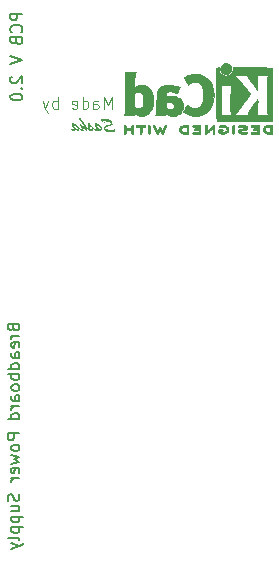
<source format=gbo>
%TF.GenerationSoftware,KiCad,Pcbnew,7.0.7*%
%TF.CreationDate,2024-08-02T14:57:20+08:00*%
%TF.ProjectId,Breadboard_power_supply,42726561-6462-46f6-9172-645f706f7765,rev?*%
%TF.SameCoordinates,Original*%
%TF.FileFunction,Legend,Bot*%
%TF.FilePolarity,Positive*%
%FSLAX46Y46*%
G04 Gerber Fmt 4.6, Leading zero omitted, Abs format (unit mm)*
G04 Created by KiCad (PCBNEW 7.0.7) date 2024-08-02 14:57:20*
%MOMM*%
%LPD*%
G01*
G04 APERTURE LIST*
%ADD10C,0.150000*%
%ADD11C,0.100000*%
%ADD12C,0.010000*%
G04 APERTURE END LIST*
D10*
X117846009Y-117420112D02*
X117893628Y-117562969D01*
X117893628Y-117562969D02*
X117941247Y-117610588D01*
X117941247Y-117610588D02*
X118036485Y-117658207D01*
X118036485Y-117658207D02*
X118179342Y-117658207D01*
X118179342Y-117658207D02*
X118274580Y-117610588D01*
X118274580Y-117610588D02*
X118322200Y-117562969D01*
X118322200Y-117562969D02*
X118369819Y-117467731D01*
X118369819Y-117467731D02*
X118369819Y-117086779D01*
X118369819Y-117086779D02*
X117369819Y-117086779D01*
X117369819Y-117086779D02*
X117369819Y-117420112D01*
X117369819Y-117420112D02*
X117417438Y-117515350D01*
X117417438Y-117515350D02*
X117465057Y-117562969D01*
X117465057Y-117562969D02*
X117560295Y-117610588D01*
X117560295Y-117610588D02*
X117655533Y-117610588D01*
X117655533Y-117610588D02*
X117750771Y-117562969D01*
X117750771Y-117562969D02*
X117798390Y-117515350D01*
X117798390Y-117515350D02*
X117846009Y-117420112D01*
X117846009Y-117420112D02*
X117846009Y-117086779D01*
X118369819Y-118086779D02*
X117703152Y-118086779D01*
X117893628Y-118086779D02*
X117798390Y-118134398D01*
X117798390Y-118134398D02*
X117750771Y-118182017D01*
X117750771Y-118182017D02*
X117703152Y-118277255D01*
X117703152Y-118277255D02*
X117703152Y-118372493D01*
X118322200Y-119086779D02*
X118369819Y-118991541D01*
X118369819Y-118991541D02*
X118369819Y-118801065D01*
X118369819Y-118801065D02*
X118322200Y-118705827D01*
X118322200Y-118705827D02*
X118226961Y-118658208D01*
X118226961Y-118658208D02*
X117846009Y-118658208D01*
X117846009Y-118658208D02*
X117750771Y-118705827D01*
X117750771Y-118705827D02*
X117703152Y-118801065D01*
X117703152Y-118801065D02*
X117703152Y-118991541D01*
X117703152Y-118991541D02*
X117750771Y-119086779D01*
X117750771Y-119086779D02*
X117846009Y-119134398D01*
X117846009Y-119134398D02*
X117941247Y-119134398D01*
X117941247Y-119134398D02*
X118036485Y-118658208D01*
X118369819Y-119991541D02*
X117846009Y-119991541D01*
X117846009Y-119991541D02*
X117750771Y-119943922D01*
X117750771Y-119943922D02*
X117703152Y-119848684D01*
X117703152Y-119848684D02*
X117703152Y-119658208D01*
X117703152Y-119658208D02*
X117750771Y-119562970D01*
X118322200Y-119991541D02*
X118369819Y-119896303D01*
X118369819Y-119896303D02*
X118369819Y-119658208D01*
X118369819Y-119658208D02*
X118322200Y-119562970D01*
X118322200Y-119562970D02*
X118226961Y-119515351D01*
X118226961Y-119515351D02*
X118131723Y-119515351D01*
X118131723Y-119515351D02*
X118036485Y-119562970D01*
X118036485Y-119562970D02*
X117988866Y-119658208D01*
X117988866Y-119658208D02*
X117988866Y-119896303D01*
X117988866Y-119896303D02*
X117941247Y-119991541D01*
X118369819Y-120896303D02*
X117369819Y-120896303D01*
X118322200Y-120896303D02*
X118369819Y-120801065D01*
X118369819Y-120801065D02*
X118369819Y-120610589D01*
X118369819Y-120610589D02*
X118322200Y-120515351D01*
X118322200Y-120515351D02*
X118274580Y-120467732D01*
X118274580Y-120467732D02*
X118179342Y-120420113D01*
X118179342Y-120420113D02*
X117893628Y-120420113D01*
X117893628Y-120420113D02*
X117798390Y-120467732D01*
X117798390Y-120467732D02*
X117750771Y-120515351D01*
X117750771Y-120515351D02*
X117703152Y-120610589D01*
X117703152Y-120610589D02*
X117703152Y-120801065D01*
X117703152Y-120801065D02*
X117750771Y-120896303D01*
X118369819Y-121372494D02*
X117369819Y-121372494D01*
X117750771Y-121372494D02*
X117703152Y-121467732D01*
X117703152Y-121467732D02*
X117703152Y-121658208D01*
X117703152Y-121658208D02*
X117750771Y-121753446D01*
X117750771Y-121753446D02*
X117798390Y-121801065D01*
X117798390Y-121801065D02*
X117893628Y-121848684D01*
X117893628Y-121848684D02*
X118179342Y-121848684D01*
X118179342Y-121848684D02*
X118274580Y-121801065D01*
X118274580Y-121801065D02*
X118322200Y-121753446D01*
X118322200Y-121753446D02*
X118369819Y-121658208D01*
X118369819Y-121658208D02*
X118369819Y-121467732D01*
X118369819Y-121467732D02*
X118322200Y-121372494D01*
X118369819Y-122420113D02*
X118322200Y-122324875D01*
X118322200Y-122324875D02*
X118274580Y-122277256D01*
X118274580Y-122277256D02*
X118179342Y-122229637D01*
X118179342Y-122229637D02*
X117893628Y-122229637D01*
X117893628Y-122229637D02*
X117798390Y-122277256D01*
X117798390Y-122277256D02*
X117750771Y-122324875D01*
X117750771Y-122324875D02*
X117703152Y-122420113D01*
X117703152Y-122420113D02*
X117703152Y-122562970D01*
X117703152Y-122562970D02*
X117750771Y-122658208D01*
X117750771Y-122658208D02*
X117798390Y-122705827D01*
X117798390Y-122705827D02*
X117893628Y-122753446D01*
X117893628Y-122753446D02*
X118179342Y-122753446D01*
X118179342Y-122753446D02*
X118274580Y-122705827D01*
X118274580Y-122705827D02*
X118322200Y-122658208D01*
X118322200Y-122658208D02*
X118369819Y-122562970D01*
X118369819Y-122562970D02*
X118369819Y-122420113D01*
X118369819Y-123610589D02*
X117846009Y-123610589D01*
X117846009Y-123610589D02*
X117750771Y-123562970D01*
X117750771Y-123562970D02*
X117703152Y-123467732D01*
X117703152Y-123467732D02*
X117703152Y-123277256D01*
X117703152Y-123277256D02*
X117750771Y-123182018D01*
X118322200Y-123610589D02*
X118369819Y-123515351D01*
X118369819Y-123515351D02*
X118369819Y-123277256D01*
X118369819Y-123277256D02*
X118322200Y-123182018D01*
X118322200Y-123182018D02*
X118226961Y-123134399D01*
X118226961Y-123134399D02*
X118131723Y-123134399D01*
X118131723Y-123134399D02*
X118036485Y-123182018D01*
X118036485Y-123182018D02*
X117988866Y-123277256D01*
X117988866Y-123277256D02*
X117988866Y-123515351D01*
X117988866Y-123515351D02*
X117941247Y-123610589D01*
X118369819Y-124086780D02*
X117703152Y-124086780D01*
X117893628Y-124086780D02*
X117798390Y-124134399D01*
X117798390Y-124134399D02*
X117750771Y-124182018D01*
X117750771Y-124182018D02*
X117703152Y-124277256D01*
X117703152Y-124277256D02*
X117703152Y-124372494D01*
X118369819Y-125134399D02*
X117369819Y-125134399D01*
X118322200Y-125134399D02*
X118369819Y-125039161D01*
X118369819Y-125039161D02*
X118369819Y-124848685D01*
X118369819Y-124848685D02*
X118322200Y-124753447D01*
X118322200Y-124753447D02*
X118274580Y-124705828D01*
X118274580Y-124705828D02*
X118179342Y-124658209D01*
X118179342Y-124658209D02*
X117893628Y-124658209D01*
X117893628Y-124658209D02*
X117798390Y-124705828D01*
X117798390Y-124705828D02*
X117750771Y-124753447D01*
X117750771Y-124753447D02*
X117703152Y-124848685D01*
X117703152Y-124848685D02*
X117703152Y-125039161D01*
X117703152Y-125039161D02*
X117750771Y-125134399D01*
X118369819Y-126372495D02*
X117369819Y-126372495D01*
X117369819Y-126372495D02*
X117369819Y-126753447D01*
X117369819Y-126753447D02*
X117417438Y-126848685D01*
X117417438Y-126848685D02*
X117465057Y-126896304D01*
X117465057Y-126896304D02*
X117560295Y-126943923D01*
X117560295Y-126943923D02*
X117703152Y-126943923D01*
X117703152Y-126943923D02*
X117798390Y-126896304D01*
X117798390Y-126896304D02*
X117846009Y-126848685D01*
X117846009Y-126848685D02*
X117893628Y-126753447D01*
X117893628Y-126753447D02*
X117893628Y-126372495D01*
X118369819Y-127515352D02*
X118322200Y-127420114D01*
X118322200Y-127420114D02*
X118274580Y-127372495D01*
X118274580Y-127372495D02*
X118179342Y-127324876D01*
X118179342Y-127324876D02*
X117893628Y-127324876D01*
X117893628Y-127324876D02*
X117798390Y-127372495D01*
X117798390Y-127372495D02*
X117750771Y-127420114D01*
X117750771Y-127420114D02*
X117703152Y-127515352D01*
X117703152Y-127515352D02*
X117703152Y-127658209D01*
X117703152Y-127658209D02*
X117750771Y-127753447D01*
X117750771Y-127753447D02*
X117798390Y-127801066D01*
X117798390Y-127801066D02*
X117893628Y-127848685D01*
X117893628Y-127848685D02*
X118179342Y-127848685D01*
X118179342Y-127848685D02*
X118274580Y-127801066D01*
X118274580Y-127801066D02*
X118322200Y-127753447D01*
X118322200Y-127753447D02*
X118369819Y-127658209D01*
X118369819Y-127658209D02*
X118369819Y-127515352D01*
X117703152Y-128182019D02*
X118369819Y-128372495D01*
X118369819Y-128372495D02*
X117893628Y-128562971D01*
X117893628Y-128562971D02*
X118369819Y-128753447D01*
X118369819Y-128753447D02*
X117703152Y-128943923D01*
X118322200Y-129705828D02*
X118369819Y-129610590D01*
X118369819Y-129610590D02*
X118369819Y-129420114D01*
X118369819Y-129420114D02*
X118322200Y-129324876D01*
X118322200Y-129324876D02*
X118226961Y-129277257D01*
X118226961Y-129277257D02*
X117846009Y-129277257D01*
X117846009Y-129277257D02*
X117750771Y-129324876D01*
X117750771Y-129324876D02*
X117703152Y-129420114D01*
X117703152Y-129420114D02*
X117703152Y-129610590D01*
X117703152Y-129610590D02*
X117750771Y-129705828D01*
X117750771Y-129705828D02*
X117846009Y-129753447D01*
X117846009Y-129753447D02*
X117941247Y-129753447D01*
X117941247Y-129753447D02*
X118036485Y-129277257D01*
X118369819Y-130182019D02*
X117703152Y-130182019D01*
X117893628Y-130182019D02*
X117798390Y-130229638D01*
X117798390Y-130229638D02*
X117750771Y-130277257D01*
X117750771Y-130277257D02*
X117703152Y-130372495D01*
X117703152Y-130372495D02*
X117703152Y-130467733D01*
X118322200Y-131515353D02*
X118369819Y-131658210D01*
X118369819Y-131658210D02*
X118369819Y-131896305D01*
X118369819Y-131896305D02*
X118322200Y-131991543D01*
X118322200Y-131991543D02*
X118274580Y-132039162D01*
X118274580Y-132039162D02*
X118179342Y-132086781D01*
X118179342Y-132086781D02*
X118084104Y-132086781D01*
X118084104Y-132086781D02*
X117988866Y-132039162D01*
X117988866Y-132039162D02*
X117941247Y-131991543D01*
X117941247Y-131991543D02*
X117893628Y-131896305D01*
X117893628Y-131896305D02*
X117846009Y-131705829D01*
X117846009Y-131705829D02*
X117798390Y-131610591D01*
X117798390Y-131610591D02*
X117750771Y-131562972D01*
X117750771Y-131562972D02*
X117655533Y-131515353D01*
X117655533Y-131515353D02*
X117560295Y-131515353D01*
X117560295Y-131515353D02*
X117465057Y-131562972D01*
X117465057Y-131562972D02*
X117417438Y-131610591D01*
X117417438Y-131610591D02*
X117369819Y-131705829D01*
X117369819Y-131705829D02*
X117369819Y-131943924D01*
X117369819Y-131943924D02*
X117417438Y-132086781D01*
X117703152Y-132943924D02*
X118369819Y-132943924D01*
X117703152Y-132515353D02*
X118226961Y-132515353D01*
X118226961Y-132515353D02*
X118322200Y-132562972D01*
X118322200Y-132562972D02*
X118369819Y-132658210D01*
X118369819Y-132658210D02*
X118369819Y-132801067D01*
X118369819Y-132801067D02*
X118322200Y-132896305D01*
X118322200Y-132896305D02*
X118274580Y-132943924D01*
X117703152Y-133420115D02*
X118703152Y-133420115D01*
X117750771Y-133420115D02*
X117703152Y-133515353D01*
X117703152Y-133515353D02*
X117703152Y-133705829D01*
X117703152Y-133705829D02*
X117750771Y-133801067D01*
X117750771Y-133801067D02*
X117798390Y-133848686D01*
X117798390Y-133848686D02*
X117893628Y-133896305D01*
X117893628Y-133896305D02*
X118179342Y-133896305D01*
X118179342Y-133896305D02*
X118274580Y-133848686D01*
X118274580Y-133848686D02*
X118322200Y-133801067D01*
X118322200Y-133801067D02*
X118369819Y-133705829D01*
X118369819Y-133705829D02*
X118369819Y-133515353D01*
X118369819Y-133515353D02*
X118322200Y-133420115D01*
X117703152Y-134324877D02*
X118703152Y-134324877D01*
X117750771Y-134324877D02*
X117703152Y-134420115D01*
X117703152Y-134420115D02*
X117703152Y-134610591D01*
X117703152Y-134610591D02*
X117750771Y-134705829D01*
X117750771Y-134705829D02*
X117798390Y-134753448D01*
X117798390Y-134753448D02*
X117893628Y-134801067D01*
X117893628Y-134801067D02*
X118179342Y-134801067D01*
X118179342Y-134801067D02*
X118274580Y-134753448D01*
X118274580Y-134753448D02*
X118322200Y-134705829D01*
X118322200Y-134705829D02*
X118369819Y-134610591D01*
X118369819Y-134610591D02*
X118369819Y-134420115D01*
X118369819Y-134420115D02*
X118322200Y-134324877D01*
X118369819Y-135372496D02*
X118322200Y-135277258D01*
X118322200Y-135277258D02*
X118226961Y-135229639D01*
X118226961Y-135229639D02*
X117369819Y-135229639D01*
X117703152Y-135658211D02*
X118369819Y-135896306D01*
X117703152Y-136134401D02*
X118369819Y-135896306D01*
X118369819Y-135896306D02*
X118607914Y-135801068D01*
X118607914Y-135801068D02*
X118655533Y-135753449D01*
X118655533Y-135753449D02*
X118703152Y-135658211D01*
X118619819Y-90836779D02*
X117619819Y-90836779D01*
X117619819Y-90836779D02*
X117619819Y-91217731D01*
X117619819Y-91217731D02*
X117667438Y-91312969D01*
X117667438Y-91312969D02*
X117715057Y-91360588D01*
X117715057Y-91360588D02*
X117810295Y-91408207D01*
X117810295Y-91408207D02*
X117953152Y-91408207D01*
X117953152Y-91408207D02*
X118048390Y-91360588D01*
X118048390Y-91360588D02*
X118096009Y-91312969D01*
X118096009Y-91312969D02*
X118143628Y-91217731D01*
X118143628Y-91217731D02*
X118143628Y-90836779D01*
X118524580Y-92408207D02*
X118572200Y-92360588D01*
X118572200Y-92360588D02*
X118619819Y-92217731D01*
X118619819Y-92217731D02*
X118619819Y-92122493D01*
X118619819Y-92122493D02*
X118572200Y-91979636D01*
X118572200Y-91979636D02*
X118476961Y-91884398D01*
X118476961Y-91884398D02*
X118381723Y-91836779D01*
X118381723Y-91836779D02*
X118191247Y-91789160D01*
X118191247Y-91789160D02*
X118048390Y-91789160D01*
X118048390Y-91789160D02*
X117857914Y-91836779D01*
X117857914Y-91836779D02*
X117762676Y-91884398D01*
X117762676Y-91884398D02*
X117667438Y-91979636D01*
X117667438Y-91979636D02*
X117619819Y-92122493D01*
X117619819Y-92122493D02*
X117619819Y-92217731D01*
X117619819Y-92217731D02*
X117667438Y-92360588D01*
X117667438Y-92360588D02*
X117715057Y-92408207D01*
X118096009Y-93170112D02*
X118143628Y-93312969D01*
X118143628Y-93312969D02*
X118191247Y-93360588D01*
X118191247Y-93360588D02*
X118286485Y-93408207D01*
X118286485Y-93408207D02*
X118429342Y-93408207D01*
X118429342Y-93408207D02*
X118524580Y-93360588D01*
X118524580Y-93360588D02*
X118572200Y-93312969D01*
X118572200Y-93312969D02*
X118619819Y-93217731D01*
X118619819Y-93217731D02*
X118619819Y-92836779D01*
X118619819Y-92836779D02*
X117619819Y-92836779D01*
X117619819Y-92836779D02*
X117619819Y-93170112D01*
X117619819Y-93170112D02*
X117667438Y-93265350D01*
X117667438Y-93265350D02*
X117715057Y-93312969D01*
X117715057Y-93312969D02*
X117810295Y-93360588D01*
X117810295Y-93360588D02*
X117905533Y-93360588D01*
X117905533Y-93360588D02*
X118000771Y-93312969D01*
X118000771Y-93312969D02*
X118048390Y-93265350D01*
X118048390Y-93265350D02*
X118096009Y-93170112D01*
X118096009Y-93170112D02*
X118096009Y-92836779D01*
X117619819Y-94455827D02*
X118619819Y-94789160D01*
X118619819Y-94789160D02*
X117619819Y-95122493D01*
X117715057Y-96170113D02*
X117667438Y-96217732D01*
X117667438Y-96217732D02*
X117619819Y-96312970D01*
X117619819Y-96312970D02*
X117619819Y-96551065D01*
X117619819Y-96551065D02*
X117667438Y-96646303D01*
X117667438Y-96646303D02*
X117715057Y-96693922D01*
X117715057Y-96693922D02*
X117810295Y-96741541D01*
X117810295Y-96741541D02*
X117905533Y-96741541D01*
X117905533Y-96741541D02*
X118048390Y-96693922D01*
X118048390Y-96693922D02*
X118619819Y-96122494D01*
X118619819Y-96122494D02*
X118619819Y-96741541D01*
X118524580Y-97170113D02*
X118572200Y-97217732D01*
X118572200Y-97217732D02*
X118619819Y-97170113D01*
X118619819Y-97170113D02*
X118572200Y-97122494D01*
X118572200Y-97122494D02*
X118524580Y-97170113D01*
X118524580Y-97170113D02*
X118619819Y-97170113D01*
X117619819Y-97836779D02*
X117619819Y-97932017D01*
X117619819Y-97932017D02*
X117667438Y-98027255D01*
X117667438Y-98027255D02*
X117715057Y-98074874D01*
X117715057Y-98074874D02*
X117810295Y-98122493D01*
X117810295Y-98122493D02*
X118000771Y-98170112D01*
X118000771Y-98170112D02*
X118238866Y-98170112D01*
X118238866Y-98170112D02*
X118429342Y-98122493D01*
X118429342Y-98122493D02*
X118524580Y-98074874D01*
X118524580Y-98074874D02*
X118572200Y-98027255D01*
X118572200Y-98027255D02*
X118619819Y-97932017D01*
X118619819Y-97932017D02*
X118619819Y-97836779D01*
X118619819Y-97836779D02*
X118572200Y-97741541D01*
X118572200Y-97741541D02*
X118524580Y-97693922D01*
X118524580Y-97693922D02*
X118429342Y-97646303D01*
X118429342Y-97646303D02*
X118238866Y-97598684D01*
X118238866Y-97598684D02*
X118000771Y-97598684D01*
X118000771Y-97598684D02*
X117810295Y-97646303D01*
X117810295Y-97646303D02*
X117715057Y-97693922D01*
X117715057Y-97693922D02*
X117667438Y-97741541D01*
X117667438Y-97741541D02*
X117619819Y-97836779D01*
D11*
X126196115Y-98872419D02*
X126196115Y-97872419D01*
X126196115Y-97872419D02*
X125862782Y-98586704D01*
X125862782Y-98586704D02*
X125529449Y-97872419D01*
X125529449Y-97872419D02*
X125529449Y-98872419D01*
X124624687Y-98872419D02*
X124624687Y-98348609D01*
X124624687Y-98348609D02*
X124672306Y-98253371D01*
X124672306Y-98253371D02*
X124767544Y-98205752D01*
X124767544Y-98205752D02*
X124958020Y-98205752D01*
X124958020Y-98205752D02*
X125053258Y-98253371D01*
X124624687Y-98824800D02*
X124719925Y-98872419D01*
X124719925Y-98872419D02*
X124958020Y-98872419D01*
X124958020Y-98872419D02*
X125053258Y-98824800D01*
X125053258Y-98824800D02*
X125100877Y-98729561D01*
X125100877Y-98729561D02*
X125100877Y-98634323D01*
X125100877Y-98634323D02*
X125053258Y-98539085D01*
X125053258Y-98539085D02*
X124958020Y-98491466D01*
X124958020Y-98491466D02*
X124719925Y-98491466D01*
X124719925Y-98491466D02*
X124624687Y-98443847D01*
X123719925Y-98872419D02*
X123719925Y-97872419D01*
X123719925Y-98824800D02*
X123815163Y-98872419D01*
X123815163Y-98872419D02*
X124005639Y-98872419D01*
X124005639Y-98872419D02*
X124100877Y-98824800D01*
X124100877Y-98824800D02*
X124148496Y-98777180D01*
X124148496Y-98777180D02*
X124196115Y-98681942D01*
X124196115Y-98681942D02*
X124196115Y-98396228D01*
X124196115Y-98396228D02*
X124148496Y-98300990D01*
X124148496Y-98300990D02*
X124100877Y-98253371D01*
X124100877Y-98253371D02*
X124005639Y-98205752D01*
X124005639Y-98205752D02*
X123815163Y-98205752D01*
X123815163Y-98205752D02*
X123719925Y-98253371D01*
X122862782Y-98824800D02*
X122958020Y-98872419D01*
X122958020Y-98872419D02*
X123148496Y-98872419D01*
X123148496Y-98872419D02*
X123243734Y-98824800D01*
X123243734Y-98824800D02*
X123291353Y-98729561D01*
X123291353Y-98729561D02*
X123291353Y-98348609D01*
X123291353Y-98348609D02*
X123243734Y-98253371D01*
X123243734Y-98253371D02*
X123148496Y-98205752D01*
X123148496Y-98205752D02*
X122958020Y-98205752D01*
X122958020Y-98205752D02*
X122862782Y-98253371D01*
X122862782Y-98253371D02*
X122815163Y-98348609D01*
X122815163Y-98348609D02*
X122815163Y-98443847D01*
X122815163Y-98443847D02*
X123291353Y-98539085D01*
X121624686Y-98872419D02*
X121624686Y-97872419D01*
X121624686Y-98253371D02*
X121529448Y-98205752D01*
X121529448Y-98205752D02*
X121338972Y-98205752D01*
X121338972Y-98205752D02*
X121243734Y-98253371D01*
X121243734Y-98253371D02*
X121196115Y-98300990D01*
X121196115Y-98300990D02*
X121148496Y-98396228D01*
X121148496Y-98396228D02*
X121148496Y-98681942D01*
X121148496Y-98681942D02*
X121196115Y-98777180D01*
X121196115Y-98777180D02*
X121243734Y-98824800D01*
X121243734Y-98824800D02*
X121338972Y-98872419D01*
X121338972Y-98872419D02*
X121529448Y-98872419D01*
X121529448Y-98872419D02*
X121624686Y-98824800D01*
X120815162Y-98205752D02*
X120577067Y-98872419D01*
X120338972Y-98205752D02*
X120577067Y-98872419D01*
X120577067Y-98872419D02*
X120672305Y-99110514D01*
X120672305Y-99110514D02*
X120719924Y-99158133D01*
X120719924Y-99158133D02*
X120815162Y-99205752D01*
G36*
X125611083Y-100531606D02*
G01*
X125618406Y-100519388D01*
X125626804Y-100507548D01*
X125636278Y-100496087D01*
X125646827Y-100485005D01*
X125656040Y-100476412D01*
X125665942Y-100468061D01*
X125676532Y-100459953D01*
X125687563Y-100452164D01*
X125698943Y-100444773D01*
X125710672Y-100437779D01*
X125722750Y-100431183D01*
X125735177Y-100424984D01*
X125747953Y-100419182D01*
X125761078Y-100413778D01*
X125774552Y-100408772D01*
X125788273Y-100404041D01*
X125802139Y-100399621D01*
X125816151Y-100395511D01*
X125830308Y-100391711D01*
X125844611Y-100388222D01*
X125859059Y-100385042D01*
X125873652Y-100382173D01*
X125888391Y-100379614D01*
X125910323Y-100376117D01*
X125932074Y-100372140D01*
X125953643Y-100367684D01*
X125975030Y-100362747D01*
X125996236Y-100357331D01*
X126017260Y-100351435D01*
X126038102Y-100345059D01*
X126058762Y-100338204D01*
X126079240Y-100330868D01*
X126099537Y-100323053D01*
X126119652Y-100314758D01*
X126139585Y-100305983D01*
X126159337Y-100296728D01*
X126178907Y-100286993D01*
X126198295Y-100276779D01*
X126217501Y-100266085D01*
X126227534Y-100258742D01*
X126236294Y-100249224D01*
X126244489Y-100238017D01*
X126245418Y-100236617D01*
X126251932Y-100225411D01*
X126257035Y-100213083D01*
X126259943Y-100199731D01*
X126260307Y-100193191D01*
X126260081Y-100178825D01*
X126259402Y-100164459D01*
X126258270Y-100150094D01*
X126256686Y-100135728D01*
X126254650Y-100121363D01*
X126252161Y-100106997D01*
X126249219Y-100092631D01*
X126245825Y-100078266D01*
X126241978Y-100063900D01*
X126237679Y-100049535D01*
X126234561Y-100039957D01*
X126229606Y-100025828D01*
X126224394Y-100012288D01*
X126218926Y-99999336D01*
X126213202Y-99986973D01*
X126207221Y-99975200D01*
X126200985Y-99964015D01*
X126194492Y-99953419D01*
X126185435Y-99940206D01*
X126175924Y-99928041D01*
X126168491Y-99919604D01*
X126160023Y-99910258D01*
X126150747Y-99901061D01*
X126140665Y-99892015D01*
X126129776Y-99883118D01*
X126118079Y-99874373D01*
X126105576Y-99865777D01*
X126092266Y-99857332D01*
X126078149Y-99849037D01*
X126063225Y-99840892D01*
X126047493Y-99832897D01*
X126030955Y-99825053D01*
X126013610Y-99817359D01*
X125995458Y-99809815D01*
X125976499Y-99802421D01*
X125956733Y-99795178D01*
X125936160Y-99788084D01*
X125914980Y-99781286D01*
X125893470Y-99774926D01*
X125871631Y-99769004D01*
X125849462Y-99763521D01*
X125826964Y-99758477D01*
X125804136Y-99753872D01*
X125780979Y-99749705D01*
X125757491Y-99745976D01*
X125733675Y-99742687D01*
X125709529Y-99739836D01*
X125685053Y-99737423D01*
X125660247Y-99735449D01*
X125647721Y-99734627D01*
X125635112Y-99733914D01*
X125622421Y-99733311D01*
X125609648Y-99732818D01*
X125596792Y-99732434D01*
X125583854Y-99732160D01*
X125570833Y-99731995D01*
X125557730Y-99731940D01*
X125542251Y-99732018D01*
X125527220Y-99732251D01*
X125512638Y-99732638D01*
X125498504Y-99733181D01*
X125484818Y-99733879D01*
X125471580Y-99734732D01*
X125458791Y-99735740D01*
X125440448Y-99737543D01*
X125423113Y-99739695D01*
X125406787Y-99742196D01*
X125391470Y-99745046D01*
X125377162Y-99748245D01*
X125363862Y-99751792D01*
X125351611Y-99755650D01*
X125337151Y-99761396D01*
X125324833Y-99767830D01*
X125314658Y-99774952D01*
X125304951Y-99784823D01*
X125298591Y-99795769D01*
X125295378Y-99810323D01*
X125295311Y-99812900D01*
X125295592Y-99829252D01*
X125296435Y-99844655D01*
X125297841Y-99859108D01*
X125299808Y-99872611D01*
X125302338Y-99885164D01*
X125306292Y-99899519D01*
X125311123Y-99912390D01*
X125313302Y-99917123D01*
X125320030Y-99929987D01*
X125326955Y-99941129D01*
X125335282Y-99951949D01*
X125345125Y-99961444D01*
X125351455Y-99965822D01*
X125363630Y-99972414D01*
X125375305Y-99978070D01*
X125386701Y-99983250D01*
X125399612Y-99988854D01*
X125414037Y-99994882D01*
X125423419Y-99998702D01*
X125436994Y-100003539D01*
X125450114Y-100008435D01*
X125462779Y-100013388D01*
X125474987Y-100018399D01*
X125486741Y-100023469D01*
X125500791Y-100029888D01*
X125514130Y-100036398D01*
X125519267Y-100039027D01*
X125531588Y-100045573D01*
X125543349Y-100052028D01*
X125554549Y-100058392D01*
X125567250Y-100065910D01*
X125579144Y-100073296D01*
X125588439Y-100079351D01*
X125600006Y-100086845D01*
X125611780Y-100093775D01*
X125623662Y-100098564D01*
X125624110Y-100098583D01*
X125632796Y-100091449D01*
X125629130Y-100079417D01*
X125621860Y-100068410D01*
X125613863Y-100058908D01*
X125603685Y-100048337D01*
X125601777Y-100046471D01*
X125591735Y-100037161D01*
X125580997Y-100028230D01*
X125569562Y-100019677D01*
X125557430Y-100011503D01*
X125544601Y-100003707D01*
X125531076Y-99996290D01*
X125525471Y-99993429D01*
X125514275Y-99987434D01*
X125502379Y-99980744D01*
X125491183Y-99973896D01*
X125480687Y-99966036D01*
X125477702Y-99961480D01*
X125487914Y-99953846D01*
X125500678Y-99951633D01*
X125515684Y-99950586D01*
X125531054Y-99950313D01*
X125551122Y-99950425D01*
X125571000Y-99950759D01*
X125590690Y-99951316D01*
X125610191Y-99952097D01*
X125629502Y-99953100D01*
X125648625Y-99954326D01*
X125667559Y-99955775D01*
X125686303Y-99957447D01*
X125704859Y-99959342D01*
X125723225Y-99961460D01*
X125741403Y-99963801D01*
X125759391Y-99966365D01*
X125777191Y-99969152D01*
X125794801Y-99972162D01*
X125812223Y-99975395D01*
X125829455Y-99978850D01*
X125846329Y-99982489D01*
X125862752Y-99986271D01*
X125878724Y-99990195D01*
X125894246Y-99994263D01*
X125909317Y-99998473D01*
X125923937Y-100002827D01*
X125938106Y-100007323D01*
X125951825Y-100011963D01*
X125965092Y-100016745D01*
X125977909Y-100021671D01*
X125990276Y-100026739D01*
X126002191Y-100031951D01*
X126013656Y-100037305D01*
X126030008Y-100045605D01*
X126045346Y-100054226D01*
X126059427Y-100062967D01*
X126072122Y-100071740D01*
X126083432Y-100080546D01*
X126093358Y-100089384D01*
X126104437Y-100101220D01*
X126113055Y-100113113D01*
X126119210Y-100125065D01*
X126122903Y-100137076D01*
X126124134Y-100149144D01*
X126122576Y-100161597D01*
X126116978Y-100173757D01*
X126107309Y-100183708D01*
X126095508Y-100190601D01*
X126091564Y-100192260D01*
X126079366Y-100196554D01*
X126066837Y-100200589D01*
X126051846Y-100205157D01*
X126038987Y-100208933D01*
X126024744Y-100213008D01*
X126009115Y-100217384D01*
X125992101Y-100222060D01*
X125979989Y-100225343D01*
X125967262Y-100228760D01*
X125953919Y-100232310D01*
X125947017Y-100234135D01*
X125933150Y-100237815D01*
X125919468Y-100241565D01*
X125905970Y-100245386D01*
X125892656Y-100249277D01*
X125879526Y-100253237D01*
X125866581Y-100257269D01*
X125853820Y-100261370D01*
X125841242Y-100265542D01*
X125828849Y-100269784D01*
X125816641Y-100274096D01*
X125804616Y-100278479D01*
X125792775Y-100282932D01*
X125781119Y-100287455D01*
X125763980Y-100294372D01*
X125747255Y-100301446D01*
X125731691Y-100308210D01*
X125716639Y-100315007D01*
X125702097Y-100321839D01*
X125688067Y-100328704D01*
X125674549Y-100335603D01*
X125661541Y-100342537D01*
X125649045Y-100349504D01*
X125637061Y-100356505D01*
X125625587Y-100363540D01*
X125614625Y-100370609D01*
X125604175Y-100377711D01*
X125589458Y-100388429D01*
X125575891Y-100399224D01*
X125563474Y-100410094D01*
X125559591Y-100413735D01*
X125548671Y-100424736D01*
X125538824Y-100435988D01*
X125530052Y-100447491D01*
X125522354Y-100459245D01*
X125515730Y-100471250D01*
X125510180Y-100483505D01*
X125505705Y-100496011D01*
X125502303Y-100508769D01*
X125499976Y-100521776D01*
X125498723Y-100535035D01*
X125498484Y-100544014D01*
X125498862Y-100556426D01*
X125499996Y-100568848D01*
X125501887Y-100581280D01*
X125504533Y-100593721D01*
X125507935Y-100606173D01*
X125512094Y-100618633D01*
X125517008Y-100631104D01*
X125522679Y-100643584D01*
X125528999Y-100655943D01*
X125536017Y-100668050D01*
X125543733Y-100679905D01*
X125552147Y-100691508D01*
X125561259Y-100702859D01*
X125571068Y-100713958D01*
X125581576Y-100724805D01*
X125592781Y-100735400D01*
X125604554Y-100745563D01*
X125616763Y-100755271D01*
X125629408Y-100764524D01*
X125642489Y-100773320D01*
X125656007Y-100781662D01*
X125669960Y-100789547D01*
X125684350Y-100796977D01*
X125699176Y-100803952D01*
X125712466Y-100809186D01*
X125726589Y-100814343D01*
X125741546Y-100819422D01*
X125757336Y-100824424D01*
X125769726Y-100828124D01*
X125782585Y-100831781D01*
X125795913Y-100835394D01*
X125809710Y-100838964D01*
X125823975Y-100842490D01*
X125828835Y-100843656D01*
X125843550Y-100847074D01*
X125858500Y-100850351D01*
X125873685Y-100853487D01*
X125889103Y-100856480D01*
X125904757Y-100859332D01*
X125920645Y-100862042D01*
X125936767Y-100864610D01*
X125953123Y-100867036D01*
X125969715Y-100869321D01*
X125986540Y-100871464D01*
X125997887Y-100872813D01*
X126014913Y-100874698D01*
X126031791Y-100876398D01*
X126048522Y-100877912D01*
X126065106Y-100879240D01*
X126081543Y-100880383D01*
X126097832Y-100881341D01*
X126113975Y-100882114D01*
X126129970Y-100882701D01*
X126145817Y-100883102D01*
X126161518Y-100883319D01*
X126171903Y-100883360D01*
X126190785Y-100883248D01*
X126209199Y-100882914D01*
X126227145Y-100882357D01*
X126244623Y-100881576D01*
X126261634Y-100880573D01*
X126278177Y-100879347D01*
X126294252Y-100877898D01*
X126309859Y-100876225D01*
X126324999Y-100874330D01*
X126339672Y-100872212D01*
X126353876Y-100869871D01*
X126367613Y-100867308D01*
X126380882Y-100864521D01*
X126393683Y-100861511D01*
X126406017Y-100858278D01*
X126417883Y-100854822D01*
X126434457Y-100849213D01*
X126449402Y-100843085D01*
X126462716Y-100836439D01*
X126474400Y-100829276D01*
X126484453Y-100821594D01*
X126495322Y-100810546D01*
X126503293Y-100798577D01*
X126508365Y-100785687D01*
X126510538Y-100771876D01*
X126510629Y-100768280D01*
X126509130Y-100755500D01*
X126505458Y-100742349D01*
X126500716Y-100729840D01*
X126494444Y-100715922D01*
X126488325Y-100703774D01*
X126481227Y-100690724D01*
X126479300Y-100687321D01*
X126471216Y-100674084D01*
X126462782Y-100661982D01*
X126454000Y-100651014D01*
X126444869Y-100641180D01*
X126435389Y-100632480D01*
X126423048Y-100623200D01*
X126410162Y-100615693D01*
X126404855Y-100613186D01*
X126393194Y-100608754D01*
X126379381Y-100604276D01*
X126365764Y-100600713D01*
X126352343Y-100598067D01*
X126339119Y-100596337D01*
X126332581Y-100595815D01*
X126318923Y-100595459D01*
X126306292Y-100596746D01*
X126297530Y-100603880D01*
X126300321Y-100609463D01*
X126306215Y-100613806D01*
X126313349Y-100617528D01*
X126325505Y-100622254D01*
X126337481Y-100626775D01*
X126341886Y-100628385D01*
X126353761Y-100633159D01*
X126359257Y-100636140D01*
X126365771Y-100646996D01*
X126354488Y-100654867D01*
X126340384Y-100657959D01*
X126326104Y-100659910D01*
X126308650Y-100661544D01*
X126295252Y-100662457D01*
X126280442Y-100663230D01*
X126264223Y-100663863D01*
X126246593Y-100664355D01*
X126227553Y-100664706D01*
X126207102Y-100664917D01*
X126185241Y-100664987D01*
X126165806Y-100664944D01*
X126146817Y-100664813D01*
X126128273Y-100664595D01*
X126110176Y-100664289D01*
X126092524Y-100663897D01*
X126075318Y-100663417D01*
X126058558Y-100662850D01*
X126042244Y-100662195D01*
X126026376Y-100661454D01*
X126010954Y-100660625D01*
X125995978Y-100659709D01*
X125981448Y-100658706D01*
X125967363Y-100657615D01*
X125953724Y-100656438D01*
X125940532Y-100655173D01*
X125927785Y-100653820D01*
X125915353Y-100652317D01*
X125897051Y-100649802D01*
X125879163Y-100646977D01*
X125861689Y-100643841D01*
X125844630Y-100640394D01*
X125827985Y-100636636D01*
X125811755Y-100632568D01*
X125795939Y-100628188D01*
X125780538Y-100623498D01*
X125765550Y-100618497D01*
X125750978Y-100613186D01*
X125736676Y-100607461D01*
X125722621Y-100601339D01*
X125708810Y-100594819D01*
X125695245Y-100587900D01*
X125681926Y-100580584D01*
X125668852Y-100572870D01*
X125656023Y-100564757D01*
X125643439Y-100556247D01*
X125631101Y-100547338D01*
X125619008Y-100538032D01*
X125611083Y-100531606D01*
G37*
G36*
X124818219Y-100109187D02*
G01*
X124831841Y-100110055D01*
X124846455Y-100111965D01*
X124862062Y-100114915D01*
X124878662Y-100118907D01*
X124896253Y-100123941D01*
X124908532Y-100127875D01*
X124921253Y-100132272D01*
X124934414Y-100137132D01*
X124948016Y-100142455D01*
X124962059Y-100148241D01*
X124976544Y-100154490D01*
X124991469Y-100161201D01*
X125006836Y-100168375D01*
X125022454Y-100176026D01*
X125038135Y-100184166D01*
X125053880Y-100192796D01*
X125069687Y-100201915D01*
X125085558Y-100211523D01*
X125101491Y-100221621D01*
X125117488Y-100232209D01*
X125133547Y-100243286D01*
X125149670Y-100254853D01*
X125165856Y-100266909D01*
X125182104Y-100279454D01*
X125198416Y-100292490D01*
X125214790Y-100306014D01*
X125231228Y-100320029D01*
X125247728Y-100334532D01*
X125264292Y-100349526D01*
X125267367Y-100352474D01*
X125279142Y-100363910D01*
X125290074Y-100374773D01*
X125300163Y-100385065D01*
X125309408Y-100394785D01*
X125317809Y-100403934D01*
X125327126Y-100414565D01*
X125336566Y-100426142D01*
X125343286Y-100435224D01*
X125350411Y-100446041D01*
X125357427Y-100458552D01*
X125363048Y-100470944D01*
X125367274Y-100483217D01*
X125368213Y-100486760D01*
X125371023Y-100500000D01*
X125372841Y-100512388D01*
X125374113Y-100525736D01*
X125374840Y-100540043D01*
X125375029Y-100552699D01*
X125374685Y-100566987D01*
X125373653Y-100581159D01*
X125371932Y-100595214D01*
X125369523Y-100609153D01*
X125366426Y-100622976D01*
X125362641Y-100636682D01*
X125358168Y-100650273D01*
X125353006Y-100663746D01*
X125351604Y-100667062D01*
X125345868Y-100679934D01*
X125339928Y-100692187D01*
X125333785Y-100703819D01*
X125327438Y-100714831D01*
X125319218Y-100727723D01*
X125310681Y-100739646D01*
X125301825Y-100750599D01*
X125298256Y-100754656D01*
X125288002Y-100765256D01*
X125278424Y-100773500D01*
X125266704Y-100780828D01*
X125253745Y-100784100D01*
X125246052Y-100783571D01*
X125232381Y-100780338D01*
X125220681Y-100775637D01*
X125208303Y-100769055D01*
X125195246Y-100760593D01*
X125185008Y-100753012D01*
X125174388Y-100744374D01*
X125163387Y-100734677D01*
X125152004Y-100723923D01*
X125148062Y-100720062D01*
X125135472Y-100707512D01*
X125126439Y-100698340D01*
X125116894Y-100688523D01*
X125106839Y-100678061D01*
X125096272Y-100666955D01*
X125085193Y-100655204D01*
X125073604Y-100642809D01*
X125061503Y-100629769D01*
X125048890Y-100616084D01*
X125035767Y-100601755D01*
X125022132Y-100586781D01*
X125007985Y-100571162D01*
X124993328Y-100554899D01*
X124978159Y-100537992D01*
X124962479Y-100520439D01*
X124965532Y-100528637D01*
X124971348Y-100544665D01*
X124976776Y-100560203D01*
X124981817Y-100575252D01*
X124986470Y-100589812D01*
X124990735Y-100603882D01*
X124994612Y-100617462D01*
X124998102Y-100630553D01*
X125001204Y-100643155D01*
X125005129Y-100661139D01*
X125008183Y-100678022D01*
X125010364Y-100693803D01*
X125011673Y-100708483D01*
X125012109Y-100722062D01*
X125011760Y-100735296D01*
X125010423Y-100749778D01*
X125008082Y-100762733D01*
X125004083Y-100775918D01*
X124997840Y-100788442D01*
X124995943Y-100791184D01*
X124986850Y-100800383D01*
X124975354Y-100806752D01*
X124963322Y-100810002D01*
X124949451Y-100811086D01*
X124937056Y-100810119D01*
X124923681Y-100807218D01*
X124909324Y-100802384D01*
X124893985Y-100795615D01*
X124877665Y-100786913D01*
X124860364Y-100776277D01*
X124842081Y-100763707D01*
X124822816Y-100749203D01*
X124812816Y-100741226D01*
X124802570Y-100732766D01*
X124792079Y-100723822D01*
X124781343Y-100714394D01*
X124770361Y-100704483D01*
X124759134Y-100694089D01*
X124747662Y-100683211D01*
X124735944Y-100671850D01*
X124723981Y-100660005D01*
X124711772Y-100647677D01*
X124699319Y-100634866D01*
X124686619Y-100621570D01*
X124673675Y-100607792D01*
X124660485Y-100593530D01*
X124647049Y-100578784D01*
X124633369Y-100563556D01*
X124633369Y-100509893D01*
X124641443Y-100516916D01*
X124657185Y-100530293D01*
X124672385Y-100542778D01*
X124687041Y-100554371D01*
X124701155Y-100565073D01*
X124714725Y-100574882D01*
X124727753Y-100583800D01*
X124740238Y-100591826D01*
X124752181Y-100598961D01*
X124763580Y-100605203D01*
X124779661Y-100612895D01*
X124794521Y-100618580D01*
X124808160Y-100622259D01*
X124824445Y-100624042D01*
X124838403Y-100623024D01*
X124853234Y-100618890D01*
X124865157Y-100611574D01*
X124874172Y-100601078D01*
X124880279Y-100587401D01*
X124883070Y-100574170D01*
X124884001Y-100558903D01*
X124883984Y-100556433D01*
X124883185Y-100542126D01*
X124881185Y-100528691D01*
X124877986Y-100516128D01*
X124873588Y-100504438D01*
X124866941Y-100491902D01*
X124864710Y-100488371D01*
X124856840Y-100476354D01*
X124848932Y-100464707D01*
X124841723Y-100454320D01*
X124833728Y-100442984D01*
X124824948Y-100430697D01*
X124815384Y-100417461D01*
X124807695Y-100406910D01*
X124805080Y-100403321D01*
X124795452Y-100389685D01*
X124787152Y-100377202D01*
X124780180Y-100365873D01*
X124773333Y-100353334D01*
X124767855Y-100340666D01*
X124765199Y-100327812D01*
X124766687Y-100315731D01*
X124770472Y-100303618D01*
X124770806Y-100302756D01*
X124775473Y-100291146D01*
X124780296Y-100279672D01*
X124785361Y-100267946D01*
X124785940Y-100266577D01*
X124790874Y-100254939D01*
X124793797Y-100248094D01*
X124846468Y-100248094D01*
X124859649Y-100266883D01*
X124872592Y-100285176D01*
X124885297Y-100302972D01*
X124897766Y-100320271D01*
X124909996Y-100337073D01*
X124921989Y-100353379D01*
X124933745Y-100369187D01*
X124945263Y-100384499D01*
X124956544Y-100399314D01*
X124967587Y-100413633D01*
X124978393Y-100427454D01*
X124988961Y-100440779D01*
X124999292Y-100453607D01*
X125009385Y-100465938D01*
X125019241Y-100477773D01*
X125028859Y-100489110D01*
X125038419Y-100500031D01*
X125048100Y-100510693D01*
X125057903Y-100521095D01*
X125067826Y-100531238D01*
X125077871Y-100541121D01*
X125088037Y-100550746D01*
X125098324Y-100560111D01*
X125108732Y-100569216D01*
X125119262Y-100578063D01*
X125129912Y-100586650D01*
X125140684Y-100594978D01*
X125151577Y-100603046D01*
X125162591Y-100610856D01*
X125173727Y-100618406D01*
X125184983Y-100625696D01*
X125196361Y-100632728D01*
X125206369Y-100637562D01*
X125218195Y-100642409D01*
X125230481Y-100645135D01*
X125238275Y-100643991D01*
X125249120Y-100637253D01*
X125256537Y-100626834D01*
X125260284Y-100618337D01*
X125263749Y-100605974D01*
X125265552Y-100593624D01*
X125266153Y-100579996D01*
X125266059Y-100575114D01*
X125264646Y-100560522D01*
X125261537Y-100546005D01*
X125256732Y-100531565D01*
X125250232Y-100517201D01*
X125242036Y-100502914D01*
X125232144Y-100488703D01*
X125220557Y-100474568D01*
X125211889Y-100465187D01*
X125202469Y-100455840D01*
X125192294Y-100446527D01*
X125181366Y-100437248D01*
X125169684Y-100428003D01*
X125163528Y-100423358D01*
X125150452Y-100413878D01*
X125136357Y-100404145D01*
X125121245Y-100394161D01*
X125105116Y-100383925D01*
X125087968Y-100373437D01*
X125069803Y-100362696D01*
X125050619Y-100351704D01*
X125030418Y-100340460D01*
X125009199Y-100328963D01*
X124998208Y-100323121D01*
X124986963Y-100317215D01*
X124975463Y-100311246D01*
X124963708Y-100305215D01*
X124951700Y-100299120D01*
X124939436Y-100292962D01*
X124926918Y-100286741D01*
X124914146Y-100280458D01*
X124901119Y-100274111D01*
X124887838Y-100267701D01*
X124874303Y-100261228D01*
X124860513Y-100254693D01*
X124846468Y-100248094D01*
X124793797Y-100248094D01*
X124795781Y-100243446D01*
X124800870Y-100231654D01*
X124795332Y-100229704D01*
X124782134Y-100224770D01*
X124770021Y-100219683D01*
X124758375Y-100213663D01*
X124756872Y-100212700D01*
X124748342Y-100202638D01*
X124745967Y-100190399D01*
X124746703Y-100184006D01*
X124750365Y-100171912D01*
X124755273Y-100160311D01*
X124756424Y-100157772D01*
X124762979Y-100145698D01*
X124770867Y-100134653D01*
X124780088Y-100124639D01*
X124789033Y-100117142D01*
X124800565Y-100111311D01*
X124813898Y-100109130D01*
X124818219Y-100109187D01*
G37*
G36*
X124255814Y-100069843D02*
G01*
X124268433Y-100072038D01*
X124283782Y-100077890D01*
X124297445Y-100087087D01*
X124306585Y-100096179D01*
X124314777Y-100107152D01*
X124322019Y-100120007D01*
X124328313Y-100134742D01*
X124333659Y-100151359D01*
X124336695Y-100163482D01*
X124339310Y-100176440D01*
X124344740Y-100182511D01*
X124356420Y-100195483D01*
X124369196Y-100209563D01*
X124383067Y-100224750D01*
X124398034Y-100241045D01*
X124414096Y-100258447D01*
X124422537Y-100267563D01*
X124431253Y-100276956D01*
X124440242Y-100286626D01*
X124449506Y-100296573D01*
X124459043Y-100306797D01*
X124468854Y-100317298D01*
X124478938Y-100328075D01*
X124489297Y-100339130D01*
X124499929Y-100350461D01*
X124510836Y-100362069D01*
X124522016Y-100373954D01*
X124533470Y-100386116D01*
X124545198Y-100398555D01*
X124557199Y-100411270D01*
X124569475Y-100424263D01*
X124582024Y-100437532D01*
X124594847Y-100451078D01*
X124607944Y-100464901D01*
X124621315Y-100479001D01*
X124634960Y-100493378D01*
X124648878Y-100508032D01*
X124648878Y-100529125D01*
X124648868Y-100533170D01*
X124648636Y-100548829D01*
X124648093Y-100563655D01*
X124647240Y-100577648D01*
X124646077Y-100590807D01*
X124644186Y-100606083D01*
X124641812Y-100620056D01*
X124638952Y-100632728D01*
X124635085Y-100644741D01*
X124629689Y-100656937D01*
X124622763Y-100669314D01*
X124614307Y-100681873D01*
X124606440Y-100692051D01*
X124597595Y-100702345D01*
X124587771Y-100712756D01*
X124579000Y-100721395D01*
X124565665Y-100733309D01*
X124552119Y-100743969D01*
X124538359Y-100753374D01*
X124524387Y-100761526D01*
X124510202Y-100768423D01*
X124495805Y-100774067D01*
X124481195Y-100778456D01*
X124466372Y-100781591D01*
X124451337Y-100783472D01*
X124436089Y-100784100D01*
X124419809Y-100783213D01*
X124407096Y-100781383D01*
X124393953Y-100778556D01*
X124380379Y-100774731D01*
X124366374Y-100769908D01*
X124351938Y-100764088D01*
X124337072Y-100757269D01*
X124321775Y-100749453D01*
X124306047Y-100740639D01*
X124295323Y-100734209D01*
X124284407Y-100727335D01*
X124273267Y-100719993D01*
X124261947Y-100712238D01*
X124250448Y-100704067D01*
X124238770Y-100695483D01*
X124226913Y-100686483D01*
X124214876Y-100677070D01*
X124202660Y-100667242D01*
X124190265Y-100657000D01*
X124177690Y-100646343D01*
X124164936Y-100635272D01*
X124152002Y-100623787D01*
X124138890Y-100611887D01*
X124125597Y-100599573D01*
X124112126Y-100586844D01*
X124098475Y-100573701D01*
X124084645Y-100560143D01*
X124084645Y-100501208D01*
X124095282Y-100510064D01*
X124105674Y-100518605D01*
X124115820Y-100526829D01*
X124125721Y-100534737D01*
X124138541Y-100544789D01*
X124150924Y-100554279D01*
X124162871Y-100563207D01*
X124174382Y-100571572D01*
X124185457Y-100579375D01*
X124196211Y-100586708D01*
X124206918Y-100593663D01*
X124217576Y-100600240D01*
X124230830Y-100607930D01*
X124244008Y-100615029D01*
X124257111Y-100621537D01*
X124270138Y-100627454D01*
X124280365Y-100631598D01*
X124292902Y-100636001D01*
X124305168Y-100639541D01*
X124319526Y-100642649D01*
X124333492Y-100644514D01*
X124347065Y-100645135D01*
X124357030Y-100644806D01*
X124370187Y-100643647D01*
X124383612Y-100641917D01*
X124396695Y-100639862D01*
X124386998Y-100633589D01*
X124372875Y-100624212D01*
X124359259Y-100614872D01*
X124346150Y-100605571D01*
X124333549Y-100596308D01*
X124321454Y-100587084D01*
X124309866Y-100577897D01*
X124298786Y-100568748D01*
X124288213Y-100559638D01*
X124278146Y-100550566D01*
X124268587Y-100541532D01*
X124262475Y-100535468D01*
X124253653Y-100526312D01*
X124245245Y-100517085D01*
X124234680Y-100504673D01*
X124224851Y-100492135D01*
X124215758Y-100479470D01*
X124207402Y-100466680D01*
X124199783Y-100453763D01*
X124192901Y-100440721D01*
X124186722Y-100427470D01*
X124185446Y-100424281D01*
X124321939Y-100424281D01*
X124322064Y-100433273D01*
X124322720Y-100446311D01*
X124323936Y-100458809D01*
X124326432Y-100474633D01*
X124329927Y-100489498D01*
X124334420Y-100503403D01*
X124339911Y-100516349D01*
X124346401Y-100528335D01*
X124353889Y-100539361D01*
X124362230Y-100549626D01*
X124371434Y-100559329D01*
X124381501Y-100568470D01*
X124392430Y-100577049D01*
X124404222Y-100585065D01*
X124416877Y-100592519D01*
X124430394Y-100599411D01*
X124444774Y-100605741D01*
X124449094Y-100599055D01*
X124457362Y-100586512D01*
X124465136Y-100575074D01*
X124472416Y-100564741D01*
X124480820Y-100553378D01*
X124489886Y-100542022D01*
X124499057Y-100531916D01*
X124505788Y-100526103D01*
X124517959Y-100518627D01*
X124530943Y-100512832D01*
X124543563Y-100508437D01*
X124557818Y-100504436D01*
X124570400Y-100501518D01*
X124559451Y-100490829D01*
X124548742Y-100480358D01*
X124538273Y-100470107D01*
X124528045Y-100460074D01*
X124518058Y-100450260D01*
X124508311Y-100440664D01*
X124498804Y-100431287D01*
X124489538Y-100422129D01*
X124480513Y-100413190D01*
X124463183Y-100395967D01*
X124446816Y-100379619D01*
X124431411Y-100364146D01*
X124416968Y-100349548D01*
X124403487Y-100335824D01*
X124390968Y-100322976D01*
X124379411Y-100311002D01*
X124368816Y-100299903D01*
X124359183Y-100289679D01*
X124350512Y-100280330D01*
X124339310Y-100267946D01*
X124323490Y-100394813D01*
X124323321Y-100396095D01*
X124322250Y-100408772D01*
X124322129Y-100411846D01*
X124321939Y-100424281D01*
X124185446Y-100424281D01*
X124181366Y-100414083D01*
X124176834Y-100400561D01*
X124173127Y-100386903D01*
X124170243Y-100373110D01*
X124168183Y-100359180D01*
X124166947Y-100345115D01*
X124166535Y-100330914D01*
X124166542Y-100328518D01*
X124166876Y-100314472D01*
X124167713Y-100300994D01*
X124169050Y-100288082D01*
X124170890Y-100275738D01*
X124173669Y-100262052D01*
X124175946Y-100252205D01*
X124179057Y-100239467D01*
X124182583Y-100225727D01*
X124185838Y-100213510D01*
X124189381Y-100200597D01*
X124193211Y-100186987D01*
X124196119Y-100176261D01*
X124199209Y-100164094D01*
X124202117Y-100151314D01*
X124204407Y-100138911D01*
X124205619Y-100125880D01*
X124205589Y-100122353D01*
X124204766Y-100108897D01*
X124202207Y-100096412D01*
X124207480Y-100079972D01*
X124210106Y-100078695D01*
X124221651Y-100073967D01*
X124233962Y-100070672D01*
X124246874Y-100069425D01*
X124255814Y-100069843D01*
G37*
G36*
X123438213Y-100502759D02*
G01*
X123438213Y-100552699D01*
X123447632Y-100562475D01*
X123456892Y-100572028D01*
X123465992Y-100581357D01*
X123474931Y-100590464D01*
X123483711Y-100599348D01*
X123496581Y-100612256D01*
X123509091Y-100624663D01*
X123521241Y-100636567D01*
X123533031Y-100647970D01*
X123544461Y-100658872D01*
X123555532Y-100669272D01*
X123566242Y-100679170D01*
X123569733Y-100682358D01*
X123579965Y-100691564D01*
X123589958Y-100700340D01*
X123599711Y-100708685D01*
X123612341Y-100719142D01*
X123624545Y-100728833D01*
X123636323Y-100737758D01*
X123647673Y-100745918D01*
X123658598Y-100753311D01*
X123666511Y-100758354D01*
X123679101Y-100765771D01*
X123691084Y-100771931D01*
X123704665Y-100777663D01*
X123717373Y-100781585D01*
X123731096Y-100783873D01*
X123736614Y-100784100D01*
X123752535Y-100782883D01*
X123766334Y-100779233D01*
X123778010Y-100773151D01*
X123787562Y-100764635D01*
X123794992Y-100753686D01*
X123800300Y-100740305D01*
X123803484Y-100724490D01*
X123804479Y-100711032D01*
X123804545Y-100706242D01*
X123803886Y-100690272D01*
X123802527Y-100677894D01*
X123800426Y-100665173D01*
X123797583Y-100652107D01*
X123793999Y-100638699D01*
X123789673Y-100624946D01*
X123784606Y-100610851D01*
X123778797Y-100596412D01*
X123772247Y-100581629D01*
X123764955Y-100566503D01*
X123762360Y-100561384D01*
X123754123Y-100545657D01*
X123745231Y-100529418D01*
X123738940Y-100518307D01*
X123732359Y-100506968D01*
X123725486Y-100495401D01*
X123718323Y-100483607D01*
X123710868Y-100471585D01*
X123703123Y-100459335D01*
X123695087Y-100446857D01*
X123686761Y-100434151D01*
X123678143Y-100421218D01*
X123669235Y-100408057D01*
X123660036Y-100394668D01*
X123650546Y-100381051D01*
X123640766Y-100367206D01*
X123652970Y-100373561D01*
X123664963Y-100380220D01*
X123676743Y-100387181D01*
X123688312Y-100394445D01*
X123699668Y-100402012D01*
X123710813Y-100409881D01*
X123715211Y-100413114D01*
X123725878Y-100421228D01*
X123736167Y-100429478D01*
X123746077Y-100437864D01*
X123755608Y-100446387D01*
X123764761Y-100455046D01*
X123773535Y-100463841D01*
X123776938Y-100467397D01*
X123786753Y-100477688D01*
X123795957Y-100487390D01*
X123804550Y-100496503D01*
X123813804Y-100506390D01*
X123822226Y-100515476D01*
X123832831Y-100527424D01*
X123843360Y-100539420D01*
X123853812Y-100551466D01*
X123864189Y-100563560D01*
X123874488Y-100575704D01*
X123884712Y-100587897D01*
X123894859Y-100600139D01*
X123904930Y-100612430D01*
X123914924Y-100624770D01*
X123924843Y-100637159D01*
X123931412Y-100645445D01*
X123940886Y-100657485D01*
X123949765Y-100668713D01*
X123958051Y-100679128D01*
X123968173Y-100691752D01*
X123977239Y-100702930D01*
X123985248Y-100712665D01*
X123993773Y-100722802D01*
X124001825Y-100731988D01*
X124010879Y-100740673D01*
X124021923Y-100748040D01*
X124034777Y-100751762D01*
X124036876Y-100751840D01*
X124052798Y-100749315D01*
X124066596Y-100741739D01*
X124075552Y-100732744D01*
X124083314Y-100720907D01*
X124089881Y-100706230D01*
X124095255Y-100688712D01*
X124098174Y-100675455D01*
X124100562Y-100660935D01*
X124102419Y-100645153D01*
X124103746Y-100628109D01*
X124104542Y-100609801D01*
X124104808Y-100590232D01*
X124104551Y-100576802D01*
X124103780Y-100563032D01*
X124102496Y-100548923D01*
X124100698Y-100534475D01*
X124098386Y-100519688D01*
X124095560Y-100504562D01*
X124092221Y-100489096D01*
X124088368Y-100473291D01*
X124084739Y-100460947D01*
X124080134Y-100447878D01*
X124074554Y-100434084D01*
X124067997Y-100419565D01*
X124060464Y-100404321D01*
X124051956Y-100388351D01*
X124045741Y-100377302D01*
X124039092Y-100365930D01*
X124032010Y-100354237D01*
X124024494Y-100342220D01*
X124016544Y-100329882D01*
X124008161Y-100317221D01*
X123999344Y-100304238D01*
X123989848Y-100289935D01*
X123980439Y-100275795D01*
X123971116Y-100261819D01*
X123961879Y-100248007D01*
X123952727Y-100234358D01*
X123943662Y-100220872D01*
X123934683Y-100207551D01*
X123925790Y-100194393D01*
X123916983Y-100181398D01*
X123908262Y-100168567D01*
X123899627Y-100155899D01*
X123891078Y-100143396D01*
X123882615Y-100131055D01*
X123874238Y-100118879D01*
X123865947Y-100106865D01*
X123857743Y-100095016D01*
X123849624Y-100083330D01*
X123841591Y-100071808D01*
X123833644Y-100060449D01*
X123825783Y-100049253D01*
X123818009Y-100038222D01*
X123810320Y-100027354D01*
X123802717Y-100016649D01*
X123795201Y-100006108D01*
X123787770Y-99995731D01*
X123780426Y-99985517D01*
X123765995Y-99965580D01*
X123751908Y-99946298D01*
X123738165Y-99927669D01*
X123724702Y-99909647D01*
X123711532Y-99892182D01*
X123698656Y-99875274D01*
X123686073Y-99858924D01*
X123673783Y-99843131D01*
X123661786Y-99827895D01*
X123650082Y-99813217D01*
X123638672Y-99799096D01*
X123627555Y-99785533D01*
X123616731Y-99772527D01*
X123606200Y-99760078D01*
X123595963Y-99748187D01*
X123586019Y-99736853D01*
X123576368Y-99726076D01*
X123567010Y-99715857D01*
X123557945Y-99706195D01*
X123549173Y-99697074D01*
X123536705Y-99684525D01*
X123525065Y-99673334D01*
X123514255Y-99663501D01*
X123504273Y-99655025D01*
X123492253Y-99645835D01*
X123481707Y-99639060D01*
X123468650Y-99633422D01*
X123461787Y-99632680D01*
X123449052Y-99634107D01*
X123435878Y-99636574D01*
X123422820Y-99640415D01*
X123412777Y-99644777D01*
X123402005Y-99651682D01*
X123394521Y-99662041D01*
X123393856Y-99666491D01*
X123395736Y-99679111D01*
X123400467Y-99693049D01*
X123405609Y-99704658D01*
X123412220Y-99717646D01*
X123418567Y-99729028D01*
X123423944Y-99738144D01*
X123432140Y-99751424D01*
X123439171Y-99762529D01*
X123446960Y-99774616D01*
X123455507Y-99787683D01*
X123464811Y-99801733D01*
X123474874Y-99816764D01*
X123482003Y-99827329D01*
X123489470Y-99838331D01*
X123497273Y-99849770D01*
X123505413Y-99861644D01*
X123513890Y-99873955D01*
X123522704Y-99886701D01*
X123527237Y-99893238D01*
X123536982Y-99906939D01*
X123546367Y-99920123D01*
X123555390Y-99932791D01*
X123564052Y-99944943D01*
X123572353Y-99956579D01*
X123580294Y-99967698D01*
X123587873Y-99978301D01*
X123598564Y-99993239D01*
X123608443Y-100007015D01*
X123617510Y-100019629D01*
X123625764Y-100031082D01*
X123633206Y-100041374D01*
X123639835Y-100050504D01*
X123648642Y-100062427D01*
X123658466Y-100075552D01*
X123666502Y-100086184D01*
X123675111Y-100097493D01*
X123684292Y-100109477D01*
X123694045Y-100122138D01*
X123704372Y-100135475D01*
X123715270Y-100149488D01*
X123726742Y-100164177D01*
X123734707Y-100174345D01*
X123738785Y-100179542D01*
X123746962Y-100189902D01*
X123755051Y-100200121D01*
X123763053Y-100210200D01*
X123770967Y-100220138D01*
X123778795Y-100229936D01*
X123790372Y-100244369D01*
X123801754Y-100258485D01*
X123812938Y-100272286D01*
X123823927Y-100285770D01*
X123834720Y-100298938D01*
X123845316Y-100311789D01*
X123855715Y-100324325D01*
X123859138Y-100328433D01*
X123869508Y-100340745D01*
X123880145Y-100353253D01*
X123891049Y-100365957D01*
X123902221Y-100378858D01*
X123913659Y-100391955D01*
X123925365Y-100405248D01*
X123937338Y-100418738D01*
X123949578Y-100432423D01*
X123957886Y-100441656D01*
X123966313Y-100450977D01*
X123974859Y-100460384D01*
X123983524Y-100469879D01*
X123983524Y-100561694D01*
X123969030Y-100546782D01*
X123954783Y-100532212D01*
X123940783Y-100517983D01*
X123927031Y-100504096D01*
X123913526Y-100490551D01*
X123900267Y-100477347D01*
X123887256Y-100464485D01*
X123874493Y-100451965D01*
X123861976Y-100439787D01*
X123849707Y-100427950D01*
X123837684Y-100416455D01*
X123825909Y-100405301D01*
X123814382Y-100394490D01*
X123803101Y-100384019D01*
X123792067Y-100373891D01*
X123781281Y-100364104D01*
X123770683Y-100354599D01*
X123760290Y-100345391D01*
X123750104Y-100336482D01*
X123740123Y-100327871D01*
X123730348Y-100319557D01*
X123720780Y-100311542D01*
X123706813Y-100300078D01*
X123693310Y-100289285D01*
X123680270Y-100279162D01*
X123667694Y-100269710D01*
X123655581Y-100260929D01*
X123643932Y-100252818D01*
X123636423Y-100247784D01*
X123625590Y-100240744D01*
X123612002Y-100232434D01*
X123599393Y-100225355D01*
X123587764Y-100219508D01*
X123574604Y-100213930D01*
X123560830Y-100209775D01*
X123549260Y-100208390D01*
X123536310Y-100210290D01*
X123523825Y-100215989D01*
X123513282Y-100224094D01*
X123504529Y-100233356D01*
X123500250Y-100238788D01*
X123492555Y-100249701D01*
X123485589Y-100261494D01*
X123480282Y-100273737D01*
X123477695Y-100285934D01*
X123477607Y-100288418D01*
X123480999Y-100300584D01*
X123486292Y-100309511D01*
X123497872Y-100322329D01*
X123509000Y-100334727D01*
X123519675Y-100346706D01*
X123529898Y-100358264D01*
X123539668Y-100369403D01*
X123548985Y-100380121D01*
X123557850Y-100390420D01*
X123566262Y-100400299D01*
X123576775Y-100412819D01*
X123586483Y-100424591D01*
X123595449Y-100435768D01*
X123603892Y-100446653D01*
X123611812Y-100457248D01*
X123619208Y-100467552D01*
X123627717Y-100480023D01*
X123635408Y-100492040D01*
X123642281Y-100503603D01*
X123643557Y-100505860D01*
X123650304Y-100518994D01*
X123655655Y-100531407D01*
X123660133Y-100544980D01*
X123662712Y-100557574D01*
X123663409Y-100567588D01*
X123662025Y-100580449D01*
X123656908Y-100592090D01*
X123646444Y-100600959D01*
X123633249Y-100604840D01*
X123624016Y-100605431D01*
X123608438Y-100602924D01*
X123592388Y-100597309D01*
X123578258Y-100590993D01*
X123562334Y-100582871D01*
X123550721Y-100576454D01*
X123538311Y-100569235D01*
X123525104Y-100561214D01*
X123511099Y-100552390D01*
X123496298Y-100542765D01*
X123480699Y-100532337D01*
X123464302Y-100521107D01*
X123447108Y-100509075D01*
X123438213Y-100502759D01*
G37*
G36*
X122893810Y-100109187D02*
G01*
X122907432Y-100110055D01*
X122922046Y-100111965D01*
X122937653Y-100114915D01*
X122954253Y-100118907D01*
X122971844Y-100123941D01*
X122984124Y-100127875D01*
X122996844Y-100132272D01*
X123010005Y-100137132D01*
X123023607Y-100142455D01*
X123037650Y-100148241D01*
X123052135Y-100154490D01*
X123067060Y-100161201D01*
X123082427Y-100168375D01*
X123098045Y-100176026D01*
X123113727Y-100184166D01*
X123129471Y-100192796D01*
X123145279Y-100201915D01*
X123161149Y-100211523D01*
X123177083Y-100221621D01*
X123193079Y-100232209D01*
X123209139Y-100243286D01*
X123225261Y-100254853D01*
X123241447Y-100266909D01*
X123257695Y-100279454D01*
X123274007Y-100292490D01*
X123290381Y-100306014D01*
X123306819Y-100320029D01*
X123323319Y-100334532D01*
X123339883Y-100349526D01*
X123342958Y-100352474D01*
X123354734Y-100363910D01*
X123365665Y-100374773D01*
X123375754Y-100385065D01*
X123384999Y-100394785D01*
X123393400Y-100403934D01*
X123402717Y-100414565D01*
X123412157Y-100426142D01*
X123418877Y-100435224D01*
X123426002Y-100446041D01*
X123433018Y-100458552D01*
X123438640Y-100470944D01*
X123442866Y-100483217D01*
X123443805Y-100486760D01*
X123446614Y-100500000D01*
X123448432Y-100512388D01*
X123449704Y-100525736D01*
X123450431Y-100540043D01*
X123450620Y-100552699D01*
X123450276Y-100566987D01*
X123449244Y-100581159D01*
X123447523Y-100595214D01*
X123445114Y-100609153D01*
X123442017Y-100622976D01*
X123438232Y-100636682D01*
X123433759Y-100650273D01*
X123428597Y-100663746D01*
X123427195Y-100667062D01*
X123421459Y-100679934D01*
X123415519Y-100692187D01*
X123409376Y-100703819D01*
X123403029Y-100714831D01*
X123394809Y-100727723D01*
X123386272Y-100739646D01*
X123377416Y-100750599D01*
X123373847Y-100754656D01*
X123363593Y-100765256D01*
X123354015Y-100773500D01*
X123342295Y-100780828D01*
X123329337Y-100784100D01*
X123321643Y-100783571D01*
X123307972Y-100780338D01*
X123296272Y-100775637D01*
X123283894Y-100769055D01*
X123270837Y-100760593D01*
X123260599Y-100753012D01*
X123249979Y-100744374D01*
X123238978Y-100734677D01*
X123227595Y-100723923D01*
X123223653Y-100720062D01*
X123211063Y-100707512D01*
X123202030Y-100698340D01*
X123192485Y-100688523D01*
X123182430Y-100678061D01*
X123171863Y-100666955D01*
X123160784Y-100655204D01*
X123149195Y-100642809D01*
X123137094Y-100629769D01*
X123124481Y-100616084D01*
X123111358Y-100601755D01*
X123097723Y-100586781D01*
X123083576Y-100571162D01*
X123068919Y-100554899D01*
X123053750Y-100537992D01*
X123038070Y-100520439D01*
X123041123Y-100528637D01*
X123046939Y-100544665D01*
X123052367Y-100560203D01*
X123057408Y-100575252D01*
X123062061Y-100589812D01*
X123066326Y-100603882D01*
X123070203Y-100617462D01*
X123073693Y-100630553D01*
X123076795Y-100643155D01*
X123080721Y-100661139D01*
X123083774Y-100678022D01*
X123085955Y-100693803D01*
X123087264Y-100708483D01*
X123087700Y-100722062D01*
X123087351Y-100735296D01*
X123086014Y-100749778D01*
X123083673Y-100762733D01*
X123079674Y-100775918D01*
X123073431Y-100788442D01*
X123071534Y-100791184D01*
X123062441Y-100800383D01*
X123050945Y-100806752D01*
X123038914Y-100810002D01*
X123025042Y-100811086D01*
X123012648Y-100810119D01*
X122999272Y-100807218D01*
X122984915Y-100802384D01*
X122969576Y-100795615D01*
X122953256Y-100786913D01*
X122935955Y-100776277D01*
X122917672Y-100763707D01*
X122898407Y-100749203D01*
X122888407Y-100741226D01*
X122878161Y-100732766D01*
X122867670Y-100723822D01*
X122856934Y-100714394D01*
X122845952Y-100704483D01*
X122834725Y-100694089D01*
X122823253Y-100683211D01*
X122811535Y-100671850D01*
X122799572Y-100660005D01*
X122787363Y-100647677D01*
X122774910Y-100634866D01*
X122762210Y-100621570D01*
X122749266Y-100607792D01*
X122736076Y-100593530D01*
X122722640Y-100578784D01*
X122708960Y-100563556D01*
X122708960Y-100509893D01*
X122717034Y-100516916D01*
X122732776Y-100530293D01*
X122747976Y-100542778D01*
X122762632Y-100554371D01*
X122776746Y-100565073D01*
X122790316Y-100574882D01*
X122803344Y-100583800D01*
X122815829Y-100591826D01*
X122827772Y-100598961D01*
X122839171Y-100605203D01*
X122855252Y-100612895D01*
X122870112Y-100618580D01*
X122883751Y-100622259D01*
X122900036Y-100624042D01*
X122913994Y-100623024D01*
X122928825Y-100618890D01*
X122940748Y-100611574D01*
X122949763Y-100601078D01*
X122955870Y-100587401D01*
X122958661Y-100574170D01*
X122959592Y-100558903D01*
X122959575Y-100556433D01*
X122958776Y-100542126D01*
X122956776Y-100528691D01*
X122953578Y-100516128D01*
X122949179Y-100504438D01*
X122942532Y-100491902D01*
X122940301Y-100488371D01*
X122932431Y-100476354D01*
X122924523Y-100464707D01*
X122917314Y-100454320D01*
X122909319Y-100442984D01*
X122900540Y-100430697D01*
X122890975Y-100417461D01*
X122883286Y-100406910D01*
X122880671Y-100403321D01*
X122871043Y-100389685D01*
X122862743Y-100377202D01*
X122855771Y-100365873D01*
X122848924Y-100353334D01*
X122843446Y-100340666D01*
X122840790Y-100327812D01*
X122842278Y-100315731D01*
X122846063Y-100303618D01*
X122846397Y-100302756D01*
X122851064Y-100291146D01*
X122855887Y-100279672D01*
X122860952Y-100267946D01*
X122861531Y-100266577D01*
X122866465Y-100254939D01*
X122869388Y-100248094D01*
X122922059Y-100248094D01*
X122935240Y-100266883D01*
X122948183Y-100285176D01*
X122960888Y-100302972D01*
X122973357Y-100320271D01*
X122985587Y-100337073D01*
X122997580Y-100353379D01*
X123009336Y-100369187D01*
X123020854Y-100384499D01*
X123032135Y-100399314D01*
X123043178Y-100413633D01*
X123053984Y-100427454D01*
X123064552Y-100440779D01*
X123074883Y-100453607D01*
X123084976Y-100465938D01*
X123094832Y-100477773D01*
X123104450Y-100489110D01*
X123114010Y-100500031D01*
X123123691Y-100510693D01*
X123133494Y-100521095D01*
X123143417Y-100531238D01*
X123153462Y-100541121D01*
X123163628Y-100550746D01*
X123173915Y-100560111D01*
X123184323Y-100569216D01*
X123194853Y-100578063D01*
X123205504Y-100586650D01*
X123216275Y-100594978D01*
X123227168Y-100603046D01*
X123238182Y-100610856D01*
X123249318Y-100618406D01*
X123260574Y-100625696D01*
X123271952Y-100632728D01*
X123281960Y-100637562D01*
X123293786Y-100642409D01*
X123306072Y-100645135D01*
X123313866Y-100643991D01*
X123324711Y-100637253D01*
X123332128Y-100626834D01*
X123335875Y-100618337D01*
X123339340Y-100605974D01*
X123341143Y-100593624D01*
X123341744Y-100579996D01*
X123341650Y-100575114D01*
X123340237Y-100560522D01*
X123337128Y-100546005D01*
X123332323Y-100531565D01*
X123325823Y-100517201D01*
X123317627Y-100502914D01*
X123307735Y-100488703D01*
X123296148Y-100474568D01*
X123287481Y-100465187D01*
X123278060Y-100455840D01*
X123267885Y-100446527D01*
X123256957Y-100437248D01*
X123245275Y-100428003D01*
X123239119Y-100423358D01*
X123226043Y-100413878D01*
X123211948Y-100404145D01*
X123196836Y-100394161D01*
X123180707Y-100383925D01*
X123163559Y-100373437D01*
X123145394Y-100362696D01*
X123126210Y-100351704D01*
X123106009Y-100340460D01*
X123084791Y-100328963D01*
X123073799Y-100323121D01*
X123062554Y-100317215D01*
X123051054Y-100311246D01*
X123039299Y-100305215D01*
X123027291Y-100299120D01*
X123015027Y-100292962D01*
X123002509Y-100286741D01*
X122989737Y-100280458D01*
X122976710Y-100274111D01*
X122963429Y-100267701D01*
X122949894Y-100261228D01*
X122936104Y-100254693D01*
X122922059Y-100248094D01*
X122869388Y-100248094D01*
X122871372Y-100243446D01*
X122876461Y-100231654D01*
X122870923Y-100229704D01*
X122857725Y-100224770D01*
X122845612Y-100219683D01*
X122833966Y-100213663D01*
X122832463Y-100212700D01*
X122823933Y-100202638D01*
X122821558Y-100190399D01*
X122822294Y-100184006D01*
X122825956Y-100171912D01*
X122830864Y-100160311D01*
X122832015Y-100157772D01*
X122838570Y-100145698D01*
X122846458Y-100134653D01*
X122855679Y-100124639D01*
X122864624Y-100117142D01*
X122876156Y-100111311D01*
X122889489Y-100109130D01*
X122893810Y-100109187D01*
G37*
%TO.C,REF\u002A\u002A*%
D12*
X129355406Y-100274949D02*
X129381127Y-100290647D01*
X129407778Y-100312227D01*
X129407778Y-100959684D01*
X129381127Y-100981264D01*
X129349767Y-100998739D01*
X129313966Y-100999575D01*
X129282528Y-100979082D01*
X129278652Y-100974416D01*
X129273186Y-100964949D01*
X129268979Y-100951267D01*
X129265867Y-100930748D01*
X129263687Y-100900768D01*
X129262276Y-100858704D01*
X129261471Y-100801932D01*
X129261107Y-100727830D01*
X129261022Y-100633773D01*
X129261022Y-100312227D01*
X129287673Y-100290647D01*
X129311386Y-100275877D01*
X129334400Y-100269067D01*
X129355406Y-100274949D01*
G36*
X129355406Y-100274949D02*
G01*
X129381127Y-100290647D01*
X129407778Y-100312227D01*
X129407778Y-100959684D01*
X129381127Y-100981264D01*
X129349767Y-100998739D01*
X129313966Y-100999575D01*
X129282528Y-100979082D01*
X129278652Y-100974416D01*
X129273186Y-100964949D01*
X129268979Y-100951267D01*
X129265867Y-100930748D01*
X129263687Y-100900768D01*
X129262276Y-100858704D01*
X129261471Y-100801932D01*
X129261107Y-100727830D01*
X129261022Y-100633773D01*
X129261022Y-100312227D01*
X129287673Y-100290647D01*
X129311386Y-100275877D01*
X129334400Y-100269067D01*
X129355406Y-100274949D01*
G37*
X136486137Y-100273463D02*
X136520291Y-100296776D01*
X136548000Y-100324485D01*
X136548000Y-100637537D01*
X136547959Y-100721567D01*
X136547701Y-100795789D01*
X136547030Y-100852541D01*
X136545752Y-100894512D01*
X136543673Y-100924389D01*
X136540599Y-100944861D01*
X136536334Y-100958614D01*
X136530684Y-100968337D01*
X136523455Y-100976717D01*
X136491991Y-100998181D01*
X136456826Y-100999947D01*
X136423822Y-100980267D01*
X136418516Y-100974398D01*
X136413066Y-100965314D01*
X136408900Y-100951973D01*
X136405846Y-100931757D01*
X136403732Y-100902049D01*
X136402386Y-100860232D01*
X136401638Y-100803689D01*
X136401314Y-100729802D01*
X136401245Y-100635956D01*
X136401284Y-100560294D01*
X136401539Y-100482385D01*
X136402183Y-100422375D01*
X136403387Y-100377648D01*
X136405324Y-100345585D01*
X136408164Y-100323571D01*
X136412079Y-100308987D01*
X136417242Y-100299218D01*
X136423822Y-100291645D01*
X136453006Y-100272623D01*
X136486137Y-100273463D01*
G36*
X136486137Y-100273463D02*
G01*
X136520291Y-100296776D01*
X136548000Y-100324485D01*
X136548000Y-100637537D01*
X136547959Y-100721567D01*
X136547701Y-100795789D01*
X136547030Y-100852541D01*
X136545752Y-100894512D01*
X136543673Y-100924389D01*
X136540599Y-100944861D01*
X136536334Y-100958614D01*
X136530684Y-100968337D01*
X136523455Y-100976717D01*
X136491991Y-100998181D01*
X136456826Y-100999947D01*
X136423822Y-100980267D01*
X136418516Y-100974398D01*
X136413066Y-100965314D01*
X136408900Y-100951973D01*
X136405846Y-100931757D01*
X136403732Y-100902049D01*
X136402386Y-100860232D01*
X136401638Y-100803689D01*
X136401314Y-100729802D01*
X136401245Y-100635956D01*
X136401284Y-100560294D01*
X136401539Y-100482385D01*
X136402183Y-100422375D01*
X136403387Y-100377648D01*
X136405324Y-100345585D01*
X136408164Y-100323571D01*
X136412079Y-100308987D01*
X136417242Y-100299218D01*
X136423822Y-100291645D01*
X136453006Y-100272623D01*
X136486137Y-100273463D01*
G37*
X135954562Y-95032850D02*
X136037313Y-95060053D01*
X136112406Y-95105484D01*
X136184298Y-95171302D01*
X136222846Y-95215567D01*
X136262256Y-95273961D01*
X136287446Y-95334586D01*
X136300861Y-95403865D01*
X136304948Y-95488222D01*
X136304669Y-95534307D01*
X136302460Y-95575450D01*
X136296894Y-95607582D01*
X136286586Y-95638122D01*
X136270148Y-95674489D01*
X136256200Y-95701728D01*
X136197665Y-95787429D01*
X136125619Y-95856617D01*
X136041947Y-95907741D01*
X135948531Y-95939250D01*
X135915434Y-95946225D01*
X135874960Y-95953094D01*
X135841999Y-95954919D01*
X135807698Y-95951947D01*
X135763200Y-95944426D01*
X135711934Y-95932002D01*
X135621434Y-95894112D01*
X135542345Y-95839836D01*
X135476528Y-95771770D01*
X135425840Y-95692511D01*
X135392140Y-95604654D01*
X135377286Y-95510795D01*
X135383136Y-95413530D01*
X135409399Y-95317220D01*
X135454418Y-95228494D01*
X135515373Y-95153419D01*
X135590184Y-95093641D01*
X135676768Y-95050809D01*
X135773043Y-95026571D01*
X135876928Y-95022576D01*
X135954562Y-95032850D01*
G36*
X135954562Y-95032850D02*
G01*
X136037313Y-95060053D01*
X136112406Y-95105484D01*
X136184298Y-95171302D01*
X136222846Y-95215567D01*
X136262256Y-95273961D01*
X136287446Y-95334586D01*
X136300861Y-95403865D01*
X136304948Y-95488222D01*
X136304669Y-95534307D01*
X136302460Y-95575450D01*
X136296894Y-95607582D01*
X136286586Y-95638122D01*
X136270148Y-95674489D01*
X136256200Y-95701728D01*
X136197665Y-95787429D01*
X136125619Y-95856617D01*
X136041947Y-95907741D01*
X135948531Y-95939250D01*
X135915434Y-95946225D01*
X135874960Y-95953094D01*
X135841999Y-95954919D01*
X135807698Y-95951947D01*
X135763200Y-95944426D01*
X135711934Y-95932002D01*
X135621434Y-95894112D01*
X135542345Y-95839836D01*
X135476528Y-95771770D01*
X135425840Y-95692511D01*
X135392140Y-95604654D01*
X135377286Y-95510795D01*
X135383136Y-95413530D01*
X135409399Y-95317220D01*
X135454418Y-95228494D01*
X135515373Y-95153419D01*
X135590184Y-95093641D01*
X135676768Y-95050809D01*
X135773043Y-95026571D01*
X135876928Y-95022576D01*
X135954562Y-95032850D01*
G37*
X128655767Y-100269068D02*
X128749890Y-100269158D01*
X128824405Y-100269498D01*
X128881811Y-100270239D01*
X128924611Y-100271535D01*
X128955304Y-100273537D01*
X128976391Y-100276396D01*
X128990373Y-100280266D01*
X128999750Y-100285298D01*
X129007022Y-100291645D01*
X129025828Y-100324362D01*
X129027275Y-100361939D01*
X129010917Y-100395178D01*
X129009557Y-100396631D01*
X128998354Y-100404992D01*
X128981252Y-100410547D01*
X128954082Y-100413840D01*
X128912678Y-100415418D01*
X128852873Y-100415822D01*
X128713511Y-100415822D01*
X128713511Y-100679589D01*
X128713436Y-100755417D01*
X128713028Y-100822083D01*
X128712046Y-100871867D01*
X128710250Y-100907784D01*
X128707399Y-100932850D01*
X128703253Y-100950081D01*
X128697571Y-100962492D01*
X128690114Y-100973100D01*
X128687824Y-100975906D01*
X128656646Y-100998548D01*
X128622266Y-101000112D01*
X128589334Y-100980267D01*
X128582355Y-100972191D01*
X128576883Y-100961593D01*
X128572863Y-100945749D01*
X128570072Y-100921773D01*
X128568288Y-100886774D01*
X128567289Y-100837864D01*
X128566852Y-100772154D01*
X128566756Y-100686756D01*
X128566756Y-100415822D01*
X128420820Y-100415822D01*
X128409720Y-100415821D01*
X128353202Y-100415596D01*
X128314358Y-100414457D01*
X128288965Y-100411657D01*
X128272804Y-100406450D01*
X128261652Y-100398089D01*
X128251289Y-100385826D01*
X128235441Y-100355138D01*
X128238543Y-100321358D01*
X128264187Y-100288822D01*
X128269129Y-100285105D01*
X128279338Y-100280269D01*
X128294764Y-100276506D01*
X128317886Y-100273683D01*
X128351183Y-100271670D01*
X128397137Y-100270333D01*
X128458228Y-100269542D01*
X128536935Y-100269163D01*
X128635740Y-100269067D01*
X128655767Y-100269068D01*
G36*
X128655767Y-100269068D02*
G01*
X128749890Y-100269158D01*
X128824405Y-100269498D01*
X128881811Y-100270239D01*
X128924611Y-100271535D01*
X128955304Y-100273537D01*
X128976391Y-100276396D01*
X128990373Y-100280266D01*
X128999750Y-100285298D01*
X129007022Y-100291645D01*
X129025828Y-100324362D01*
X129027275Y-100361939D01*
X129010917Y-100395178D01*
X129009557Y-100396631D01*
X128998354Y-100404992D01*
X128981252Y-100410547D01*
X128954082Y-100413840D01*
X128912678Y-100415418D01*
X128852873Y-100415822D01*
X128713511Y-100415822D01*
X128713511Y-100679589D01*
X128713436Y-100755417D01*
X128713028Y-100822083D01*
X128712046Y-100871867D01*
X128710250Y-100907784D01*
X128707399Y-100932850D01*
X128703253Y-100950081D01*
X128697571Y-100962492D01*
X128690114Y-100973100D01*
X128687824Y-100975906D01*
X128656646Y-100998548D01*
X128622266Y-101000112D01*
X128589334Y-100980267D01*
X128582355Y-100972191D01*
X128576883Y-100961593D01*
X128572863Y-100945749D01*
X128570072Y-100921773D01*
X128568288Y-100886774D01*
X128567289Y-100837864D01*
X128566852Y-100772154D01*
X128566756Y-100686756D01*
X128566756Y-100415822D01*
X128420820Y-100415822D01*
X128409720Y-100415821D01*
X128353202Y-100415596D01*
X128314358Y-100414457D01*
X128288965Y-100411657D01*
X128272804Y-100406450D01*
X128261652Y-100398089D01*
X128251289Y-100385826D01*
X128235441Y-100355138D01*
X128238543Y-100321358D01*
X128264187Y-100288822D01*
X128269129Y-100285105D01*
X128279338Y-100280269D01*
X128294764Y-100276506D01*
X128317886Y-100273683D01*
X128351183Y-100271670D01*
X128397137Y-100270333D01*
X128458228Y-100269542D01*
X128536935Y-100269163D01*
X128635740Y-100269067D01*
X128655767Y-100269068D01*
G37*
X127979734Y-100291645D02*
X127985366Y-100297835D01*
X127990456Y-100306041D01*
X127994543Y-100317817D01*
X127997721Y-100335276D01*
X128000087Y-100360530D01*
X128001738Y-100395690D01*
X128002769Y-100442869D01*
X128003277Y-100504177D01*
X128003359Y-100581727D01*
X128003109Y-100677631D01*
X128002625Y-100794000D01*
X128002557Y-100808175D01*
X128001971Y-100869937D01*
X128000648Y-100913620D01*
X127998103Y-100943001D01*
X127993848Y-100961855D01*
X127987396Y-100973959D01*
X127978262Y-100983089D01*
X127944804Y-101000506D01*
X127909856Y-100997604D01*
X127878953Y-100973100D01*
X127869944Y-100959897D01*
X127862492Y-100941361D01*
X127858124Y-100915333D01*
X127856069Y-100876787D01*
X127855556Y-100820700D01*
X127855556Y-100698045D01*
X127358845Y-100698045D01*
X127358845Y-100832871D01*
X127358772Y-100868662D01*
X127358009Y-100914992D01*
X127355833Y-100945526D01*
X127351536Y-100964557D01*
X127344412Y-100976374D01*
X127333755Y-100985271D01*
X127301504Y-101000341D01*
X127266217Y-100997673D01*
X127235486Y-100973100D01*
X127230831Y-100966845D01*
X127224895Y-100956321D01*
X127220364Y-100942391D01*
X127217048Y-100922317D01*
X127214759Y-100893360D01*
X127213308Y-100852780D01*
X127212505Y-100797840D01*
X127212162Y-100725799D01*
X127212089Y-100633920D01*
X127212089Y-100324485D01*
X127239798Y-100296776D01*
X127271177Y-100274533D01*
X127304406Y-100271844D01*
X127336267Y-100291645D01*
X127344553Y-100301415D01*
X127351965Y-100317307D01*
X127356302Y-100341275D01*
X127358338Y-100378148D01*
X127358845Y-100432756D01*
X127358845Y-100551289D01*
X127855556Y-100551289D01*
X127855556Y-100435776D01*
X127855994Y-100384078D01*
X127857958Y-100349554D01*
X127862474Y-100326978D01*
X127870567Y-100311126D01*
X127883265Y-100296776D01*
X127914643Y-100274533D01*
X127947872Y-100271844D01*
X127979734Y-100291645D01*
G36*
X127979734Y-100291645D02*
G01*
X127985366Y-100297835D01*
X127990456Y-100306041D01*
X127994543Y-100317817D01*
X127997721Y-100335276D01*
X128000087Y-100360530D01*
X128001738Y-100395690D01*
X128002769Y-100442869D01*
X128003277Y-100504177D01*
X128003359Y-100581727D01*
X128003109Y-100677631D01*
X128002625Y-100794000D01*
X128002557Y-100808175D01*
X128001971Y-100869937D01*
X128000648Y-100913620D01*
X127998103Y-100943001D01*
X127993848Y-100961855D01*
X127987396Y-100973959D01*
X127978262Y-100983089D01*
X127944804Y-101000506D01*
X127909856Y-100997604D01*
X127878953Y-100973100D01*
X127869944Y-100959897D01*
X127862492Y-100941361D01*
X127858124Y-100915333D01*
X127856069Y-100876787D01*
X127855556Y-100820700D01*
X127855556Y-100698045D01*
X127358845Y-100698045D01*
X127358845Y-100832871D01*
X127358772Y-100868662D01*
X127358009Y-100914992D01*
X127355833Y-100945526D01*
X127351536Y-100964557D01*
X127344412Y-100976374D01*
X127333755Y-100985271D01*
X127301504Y-101000341D01*
X127266217Y-100997673D01*
X127235486Y-100973100D01*
X127230831Y-100966845D01*
X127224895Y-100956321D01*
X127220364Y-100942391D01*
X127217048Y-100922317D01*
X127214759Y-100893360D01*
X127213308Y-100852780D01*
X127212505Y-100797840D01*
X127212162Y-100725799D01*
X127212089Y-100633920D01*
X127212089Y-100324485D01*
X127239798Y-100296776D01*
X127271177Y-100274533D01*
X127304406Y-100271844D01*
X127336267Y-100291645D01*
X127344553Y-100301415D01*
X127351965Y-100317307D01*
X127356302Y-100341275D01*
X127358338Y-100378148D01*
X127358845Y-100432756D01*
X127358845Y-100551289D01*
X127855556Y-100551289D01*
X127855556Y-100435776D01*
X127855994Y-100384078D01*
X127857958Y-100349554D01*
X127862474Y-100326978D01*
X127870567Y-100311126D01*
X127883265Y-100296776D01*
X127914643Y-100274533D01*
X127947872Y-100271844D01*
X127979734Y-100291645D01*
G37*
X132685133Y-100880396D02*
X132683163Y-100913175D01*
X132680235Y-100936095D01*
X132676158Y-100951897D01*
X132670743Y-100963319D01*
X132663803Y-100973100D01*
X132640406Y-101002845D01*
X132474714Y-101002251D01*
X132439918Y-101001953D01*
X132341435Y-100998522D01*
X132260473Y-100990839D01*
X132193379Y-100978282D01*
X132136496Y-100960227D01*
X132086169Y-100936052D01*
X132082810Y-100934135D01*
X132024998Y-100897417D01*
X131982644Y-100860451D01*
X131949828Y-100816966D01*
X131920628Y-100760689D01*
X131916346Y-100751073D01*
X131893769Y-100687887D01*
X131888034Y-100642333D01*
X132037279Y-100642333D01*
X132042892Y-100667061D01*
X132048618Y-100682939D01*
X132081548Y-100742847D01*
X132128886Y-100788600D01*
X132192652Y-100821736D01*
X132274861Y-100843790D01*
X132277655Y-100844292D01*
X132323940Y-100850255D01*
X132380336Y-100854483D01*
X132435274Y-100856089D01*
X132529156Y-100856089D01*
X132529156Y-100415822D01*
X132441667Y-100416270D01*
X132374747Y-100418746D01*
X132282349Y-100429998D01*
X132203034Y-100449537D01*
X132141060Y-100476511D01*
X132110120Y-100497240D01*
X132082000Y-100527006D01*
X132058660Y-100569434D01*
X132051533Y-100585400D01*
X132039709Y-100617902D01*
X132037279Y-100642333D01*
X131888034Y-100642333D01*
X131886797Y-100632509D01*
X131895399Y-100577483D01*
X131919541Y-100515351D01*
X131920337Y-100513658D01*
X131960788Y-100444236D01*
X132011473Y-100387638D01*
X132074198Y-100343070D01*
X132150774Y-100309741D01*
X132243009Y-100286861D01*
X132352712Y-100273636D01*
X132481691Y-100269275D01*
X132485263Y-100269270D01*
X132545283Y-100269410D01*
X132587214Y-100270446D01*
X132615328Y-100273040D01*
X132633897Y-100277853D01*
X132647194Y-100285544D01*
X132659491Y-100296776D01*
X132687200Y-100324485D01*
X132687200Y-100633920D01*
X132687175Y-100695526D01*
X132686950Y-100774311D01*
X132686332Y-100835021D01*
X132685775Y-100856089D01*
X132685133Y-100880396D01*
G36*
X132685133Y-100880396D02*
G01*
X132683163Y-100913175D01*
X132680235Y-100936095D01*
X132676158Y-100951897D01*
X132670743Y-100963319D01*
X132663803Y-100973100D01*
X132640406Y-101002845D01*
X132474714Y-101002251D01*
X132439918Y-101001953D01*
X132341435Y-100998522D01*
X132260473Y-100990839D01*
X132193379Y-100978282D01*
X132136496Y-100960227D01*
X132086169Y-100936052D01*
X132082810Y-100934135D01*
X132024998Y-100897417D01*
X131982644Y-100860451D01*
X131949828Y-100816966D01*
X131920628Y-100760689D01*
X131916346Y-100751073D01*
X131893769Y-100687887D01*
X131888034Y-100642333D01*
X132037279Y-100642333D01*
X132042892Y-100667061D01*
X132048618Y-100682939D01*
X132081548Y-100742847D01*
X132128886Y-100788600D01*
X132192652Y-100821736D01*
X132274861Y-100843790D01*
X132277655Y-100844292D01*
X132323940Y-100850255D01*
X132380336Y-100854483D01*
X132435274Y-100856089D01*
X132529156Y-100856089D01*
X132529156Y-100415822D01*
X132441667Y-100416270D01*
X132374747Y-100418746D01*
X132282349Y-100429998D01*
X132203034Y-100449537D01*
X132141060Y-100476511D01*
X132110120Y-100497240D01*
X132082000Y-100527006D01*
X132058660Y-100569434D01*
X132051533Y-100585400D01*
X132039709Y-100617902D01*
X132037279Y-100642333D01*
X131888034Y-100642333D01*
X131886797Y-100632509D01*
X131895399Y-100577483D01*
X131919541Y-100515351D01*
X131920337Y-100513658D01*
X131960788Y-100444236D01*
X132011473Y-100387638D01*
X132074198Y-100343070D01*
X132150774Y-100309741D01*
X132243009Y-100286861D01*
X132352712Y-100273636D01*
X132481691Y-100269275D01*
X132485263Y-100269270D01*
X132545283Y-100269410D01*
X132587214Y-100270446D01*
X132615328Y-100273040D01*
X132633897Y-100277853D01*
X132647194Y-100285544D01*
X132659491Y-100296776D01*
X132687200Y-100324485D01*
X132687200Y-100633920D01*
X132687175Y-100695526D01*
X132686950Y-100774311D01*
X132686332Y-100835021D01*
X132685775Y-100856089D01*
X132685133Y-100880396D01*
G37*
X139776817Y-100454427D02*
X139776870Y-100535041D01*
X139776622Y-100635956D01*
X139776583Y-100711617D01*
X139776328Y-100789526D01*
X139775684Y-100849536D01*
X139774480Y-100894264D01*
X139772543Y-100926326D01*
X139769703Y-100948340D01*
X139765788Y-100962924D01*
X139760626Y-100972694D01*
X139754045Y-100980267D01*
X139747077Y-100986501D01*
X139734079Y-100993801D01*
X139714931Y-100998554D01*
X139685528Y-101001292D01*
X139641762Y-101002545D01*
X139579528Y-101002845D01*
X139530582Y-101002469D01*
X139423722Y-100998041D01*
X139334494Y-100987953D01*
X139259696Y-100971365D01*
X139196125Y-100947435D01*
X139140579Y-100915321D01*
X139089854Y-100874182D01*
X139083866Y-100868330D01*
X139046999Y-100819821D01*
X139015899Y-100759013D01*
X138994417Y-100694769D01*
X138989136Y-100656026D01*
X139136353Y-100656026D01*
X139154635Y-100706961D01*
X139184305Y-100752878D01*
X139231002Y-100795287D01*
X139292392Y-100825090D01*
X139371538Y-100844226D01*
X139373028Y-100844464D01*
X139421999Y-100850256D01*
X139480693Y-100854396D01*
X139536734Y-100856004D01*
X139629867Y-100856089D01*
X139629867Y-100415822D01*
X139553667Y-100415808D01*
X139550639Y-100415817D01*
X139499519Y-100417782D01*
X139439416Y-100422507D01*
X139382708Y-100429035D01*
X139332750Y-100438331D01*
X139257998Y-100464600D01*
X139200489Y-100503899D01*
X139158988Y-100556933D01*
X139137771Y-100608200D01*
X139136353Y-100656026D01*
X138989136Y-100656026D01*
X138986400Y-100635956D01*
X138987679Y-100614739D01*
X138999991Y-100557323D01*
X139022520Y-100497413D01*
X139051750Y-100443363D01*
X139084167Y-100403532D01*
X139103708Y-100386510D01*
X139158420Y-100347322D01*
X139218723Y-100317193D01*
X139287919Y-100295232D01*
X139369311Y-100280550D01*
X139466200Y-100272259D01*
X139581889Y-100269467D01*
X139621371Y-100269066D01*
X139667082Y-100268653D01*
X139702883Y-100270457D01*
X139729974Y-100276739D01*
X139749556Y-100289759D01*
X139762830Y-100311778D01*
X139770998Y-100345055D01*
X139775260Y-100391851D01*
X139775857Y-100415822D01*
X139776817Y-100454427D01*
G36*
X139776817Y-100454427D02*
G01*
X139776870Y-100535041D01*
X139776622Y-100635956D01*
X139776583Y-100711617D01*
X139776328Y-100789526D01*
X139775684Y-100849536D01*
X139774480Y-100894264D01*
X139772543Y-100926326D01*
X139769703Y-100948340D01*
X139765788Y-100962924D01*
X139760626Y-100972694D01*
X139754045Y-100980267D01*
X139747077Y-100986501D01*
X139734079Y-100993801D01*
X139714931Y-100998554D01*
X139685528Y-101001292D01*
X139641762Y-101002545D01*
X139579528Y-101002845D01*
X139530582Y-101002469D01*
X139423722Y-100998041D01*
X139334494Y-100987953D01*
X139259696Y-100971365D01*
X139196125Y-100947435D01*
X139140579Y-100915321D01*
X139089854Y-100874182D01*
X139083866Y-100868330D01*
X139046999Y-100819821D01*
X139015899Y-100759013D01*
X138994417Y-100694769D01*
X138989136Y-100656026D01*
X139136353Y-100656026D01*
X139154635Y-100706961D01*
X139184305Y-100752878D01*
X139231002Y-100795287D01*
X139292392Y-100825090D01*
X139371538Y-100844226D01*
X139373028Y-100844464D01*
X139421999Y-100850256D01*
X139480693Y-100854396D01*
X139536734Y-100856004D01*
X139629867Y-100856089D01*
X139629867Y-100415822D01*
X139553667Y-100415808D01*
X139550639Y-100415817D01*
X139499519Y-100417782D01*
X139439416Y-100422507D01*
X139382708Y-100429035D01*
X139332750Y-100438331D01*
X139257998Y-100464600D01*
X139200489Y-100503899D01*
X139158988Y-100556933D01*
X139137771Y-100608200D01*
X139136353Y-100656026D01*
X138989136Y-100656026D01*
X138986400Y-100635956D01*
X138987679Y-100614739D01*
X138999991Y-100557323D01*
X139022520Y-100497413D01*
X139051750Y-100443363D01*
X139084167Y-100403532D01*
X139103708Y-100386510D01*
X139158420Y-100347322D01*
X139218723Y-100317193D01*
X139287919Y-100295232D01*
X139369311Y-100280550D01*
X139466200Y-100272259D01*
X139581889Y-100269467D01*
X139621371Y-100269066D01*
X139667082Y-100268653D01*
X139702883Y-100270457D01*
X139729974Y-100276739D01*
X139749556Y-100289759D01*
X139762830Y-100311778D01*
X139770998Y-100345055D01*
X139775260Y-100391851D01*
X139775857Y-100415822D01*
X139776817Y-100454427D01*
G37*
X134831893Y-100267892D02*
X134843301Y-100274029D01*
X134853850Y-100284691D01*
X134865136Y-100298811D01*
X134869589Y-100304772D01*
X134875588Y-100315268D01*
X134880167Y-100329093D01*
X134883519Y-100348998D01*
X134885833Y-100377732D01*
X134887301Y-100418045D01*
X134888113Y-100472687D01*
X134888460Y-100544407D01*
X134888534Y-100635956D01*
X134888511Y-100694486D01*
X134888292Y-100773573D01*
X134887683Y-100834516D01*
X134886492Y-100880062D01*
X134884529Y-100912963D01*
X134881603Y-100935968D01*
X134877523Y-100951826D01*
X134872097Y-100963286D01*
X134865136Y-100973100D01*
X134834708Y-100997493D01*
X134799765Y-101000372D01*
X134762784Y-100981282D01*
X134758600Y-100977807D01*
X134750424Y-100969279D01*
X134744364Y-100957728D01*
X134739981Y-100939896D01*
X134736839Y-100912524D01*
X134734502Y-100872354D01*
X134732531Y-100816128D01*
X134730489Y-100740589D01*
X134724845Y-100521458D01*
X134459556Y-100762099D01*
X134385722Y-100828875D01*
X134320542Y-100886991D01*
X134268348Y-100931949D01*
X134227273Y-100964871D01*
X134195455Y-100986879D01*
X134171026Y-100999094D01*
X134152124Y-101002639D01*
X134136883Y-100998636D01*
X134123439Y-100988207D01*
X134109927Y-100972474D01*
X134103682Y-100963991D01*
X134098050Y-100953413D01*
X134093839Y-100939255D01*
X134090887Y-100918803D01*
X134089032Y-100889342D01*
X134088113Y-100848161D01*
X134087968Y-100792544D01*
X134088435Y-100719779D01*
X134089352Y-100627151D01*
X134092667Y-100312199D01*
X134119318Y-100290633D01*
X134145383Y-100274441D01*
X134178241Y-100271670D01*
X134212772Y-100290623D01*
X134217084Y-100294208D01*
X134225216Y-100302737D01*
X134231245Y-100314329D01*
X134235606Y-100332235D01*
X134238734Y-100359706D01*
X134241063Y-100399994D01*
X134243029Y-100456351D01*
X134245067Y-100532029D01*
X134250711Y-100751878D01*
X134431334Y-100588084D01*
X134518072Y-100509451D01*
X134593843Y-100441058D01*
X134655980Y-100385708D01*
X134706078Y-100342338D01*
X134745735Y-100309881D01*
X134776548Y-100287273D01*
X134800114Y-100273448D01*
X134818030Y-100267343D01*
X134831893Y-100267892D01*
G36*
X134831893Y-100267892D02*
G01*
X134843301Y-100274029D01*
X134853850Y-100284691D01*
X134865136Y-100298811D01*
X134869589Y-100304772D01*
X134875588Y-100315268D01*
X134880167Y-100329093D01*
X134883519Y-100348998D01*
X134885833Y-100377732D01*
X134887301Y-100418045D01*
X134888113Y-100472687D01*
X134888460Y-100544407D01*
X134888534Y-100635956D01*
X134888511Y-100694486D01*
X134888292Y-100773573D01*
X134887683Y-100834516D01*
X134886492Y-100880062D01*
X134884529Y-100912963D01*
X134881603Y-100935968D01*
X134877523Y-100951826D01*
X134872097Y-100963286D01*
X134865136Y-100973100D01*
X134834708Y-100997493D01*
X134799765Y-101000372D01*
X134762784Y-100981282D01*
X134758600Y-100977807D01*
X134750424Y-100969279D01*
X134744364Y-100957728D01*
X134739981Y-100939896D01*
X134736839Y-100912524D01*
X134734502Y-100872354D01*
X134732531Y-100816128D01*
X134730489Y-100740589D01*
X134724845Y-100521458D01*
X134459556Y-100762099D01*
X134385722Y-100828875D01*
X134320542Y-100886991D01*
X134268348Y-100931949D01*
X134227273Y-100964871D01*
X134195455Y-100986879D01*
X134171026Y-100999094D01*
X134152124Y-101002639D01*
X134136883Y-100998636D01*
X134123439Y-100988207D01*
X134109927Y-100972474D01*
X134103682Y-100963991D01*
X134098050Y-100953413D01*
X134093839Y-100939255D01*
X134090887Y-100918803D01*
X134089032Y-100889342D01*
X134088113Y-100848161D01*
X134087968Y-100792544D01*
X134088435Y-100719779D01*
X134089352Y-100627151D01*
X134092667Y-100312199D01*
X134119318Y-100290633D01*
X134145383Y-100274441D01*
X134178241Y-100271670D01*
X134212772Y-100290623D01*
X134217084Y-100294208D01*
X134225216Y-100302737D01*
X134231245Y-100314329D01*
X134235606Y-100332235D01*
X134238734Y-100359706D01*
X134241063Y-100399994D01*
X134243029Y-100456351D01*
X134245067Y-100532029D01*
X134250711Y-100751878D01*
X134431334Y-100588084D01*
X134518072Y-100509451D01*
X134593843Y-100441058D01*
X134655980Y-100385708D01*
X134706078Y-100342338D01*
X134745735Y-100309881D01*
X134776548Y-100287273D01*
X134800114Y-100273448D01*
X134818030Y-100267343D01*
X134831893Y-100267892D01*
G37*
X135629150Y-100274179D02*
X135735157Y-100290494D01*
X135828969Y-100318545D01*
X135907765Y-100357452D01*
X135968719Y-100406334D01*
X135994789Y-100439195D01*
X136024297Y-100488394D01*
X136049568Y-100542252D01*
X136067218Y-100593419D01*
X136073858Y-100634544D01*
X136072298Y-100654259D01*
X136059357Y-100705592D01*
X136036194Y-100762118D01*
X136006302Y-100816035D01*
X135973173Y-100859539D01*
X135962977Y-100869887D01*
X135895892Y-100921662D01*
X135815766Y-100961554D01*
X135729556Y-100985956D01*
X135674592Y-100994068D01*
X135581139Y-101000673D01*
X135491358Y-100998586D01*
X135408869Y-100988340D01*
X135337286Y-100970470D01*
X135280228Y-100945508D01*
X135241311Y-100913988D01*
X135239936Y-100912012D01*
X135232848Y-100886786D01*
X135228609Y-100839535D01*
X135227200Y-100770071D01*
X135228060Y-100707838D01*
X135232780Y-100660456D01*
X135244470Y-100628353D01*
X135266239Y-100608800D01*
X135301198Y-100599070D01*
X135352456Y-100596433D01*
X135423123Y-100598161D01*
X135471743Y-100601173D01*
X135521939Y-100609366D01*
X135554433Y-100623419D01*
X135571892Y-100644654D01*
X135576983Y-100674394D01*
X135576877Y-100678936D01*
X135568175Y-100713730D01*
X135544165Y-100737147D01*
X135502900Y-100750347D01*
X135442431Y-100754489D01*
X135373956Y-100754489D01*
X135373956Y-100792841D01*
X135374006Y-100801976D01*
X135376227Y-100819227D01*
X135385494Y-100829521D01*
X135406875Y-100836459D01*
X135445436Y-100843641D01*
X135450910Y-100844575D01*
X135547860Y-100854478D01*
X135637852Y-100851559D01*
X135718760Y-100836829D01*
X135788459Y-100811299D01*
X135844824Y-100775978D01*
X135885729Y-100731879D01*
X135909051Y-100680012D01*
X135912663Y-100621388D01*
X135907145Y-100592494D01*
X135880461Y-100536604D01*
X135834273Y-100490945D01*
X135769291Y-100456108D01*
X135686229Y-100432690D01*
X135661555Y-100428241D01*
X135572226Y-100417742D01*
X135492419Y-100418971D01*
X135414326Y-100431906D01*
X135379183Y-100438696D01*
X135333745Y-100439713D01*
X135302430Y-100427182D01*
X135282277Y-100400395D01*
X135275893Y-100372148D01*
X135285379Y-100340924D01*
X135294708Y-100327499D01*
X135328943Y-100303967D01*
X135381565Y-100286095D01*
X135450081Y-100274599D01*
X135532000Y-100270192D01*
X135629150Y-100274179D01*
G36*
X135629150Y-100274179D02*
G01*
X135735157Y-100290494D01*
X135828969Y-100318545D01*
X135907765Y-100357452D01*
X135968719Y-100406334D01*
X135994789Y-100439195D01*
X136024297Y-100488394D01*
X136049568Y-100542252D01*
X136067218Y-100593419D01*
X136073858Y-100634544D01*
X136072298Y-100654259D01*
X136059357Y-100705592D01*
X136036194Y-100762118D01*
X136006302Y-100816035D01*
X135973173Y-100859539D01*
X135962977Y-100869887D01*
X135895892Y-100921662D01*
X135815766Y-100961554D01*
X135729556Y-100985956D01*
X135674592Y-100994068D01*
X135581139Y-101000673D01*
X135491358Y-100998586D01*
X135408869Y-100988340D01*
X135337286Y-100970470D01*
X135280228Y-100945508D01*
X135241311Y-100913988D01*
X135239936Y-100912012D01*
X135232848Y-100886786D01*
X135228609Y-100839535D01*
X135227200Y-100770071D01*
X135228060Y-100707838D01*
X135232780Y-100660456D01*
X135244470Y-100628353D01*
X135266239Y-100608800D01*
X135301198Y-100599070D01*
X135352456Y-100596433D01*
X135423123Y-100598161D01*
X135471743Y-100601173D01*
X135521939Y-100609366D01*
X135554433Y-100623419D01*
X135571892Y-100644654D01*
X135576983Y-100674394D01*
X135576877Y-100678936D01*
X135568175Y-100713730D01*
X135544165Y-100737147D01*
X135502900Y-100750347D01*
X135442431Y-100754489D01*
X135373956Y-100754489D01*
X135373956Y-100792841D01*
X135374006Y-100801976D01*
X135376227Y-100819227D01*
X135385494Y-100829521D01*
X135406875Y-100836459D01*
X135445436Y-100843641D01*
X135450910Y-100844575D01*
X135547860Y-100854478D01*
X135637852Y-100851559D01*
X135718760Y-100836829D01*
X135788459Y-100811299D01*
X135844824Y-100775978D01*
X135885729Y-100731879D01*
X135909051Y-100680012D01*
X135912663Y-100621388D01*
X135907145Y-100592494D01*
X135880461Y-100536604D01*
X135834273Y-100490945D01*
X135769291Y-100456108D01*
X135686229Y-100432690D01*
X135661555Y-100428241D01*
X135572226Y-100417742D01*
X135492419Y-100418971D01*
X135414326Y-100431906D01*
X135379183Y-100438696D01*
X135333745Y-100439713D01*
X135302430Y-100427182D01*
X135282277Y-100400395D01*
X135275893Y-100372148D01*
X135285379Y-100340924D01*
X135294708Y-100327499D01*
X135328943Y-100303967D01*
X135381565Y-100286095D01*
X135450081Y-100274599D01*
X135532000Y-100270192D01*
X135629150Y-100274179D01*
G37*
X133679803Y-100298811D02*
X133684752Y-100305495D01*
X133690596Y-100316066D01*
X133695057Y-100330153D01*
X133698321Y-100350478D01*
X133700574Y-100379765D01*
X133702002Y-100420737D01*
X133702792Y-100476117D01*
X133703129Y-100548628D01*
X133703200Y-100640994D01*
X133703171Y-100706911D01*
X133702939Y-100785228D01*
X133702319Y-100845496D01*
X133701126Y-100890393D01*
X133699179Y-100922602D01*
X133696294Y-100944800D01*
X133692288Y-100959669D01*
X133686979Y-100969889D01*
X133680183Y-100978138D01*
X133675668Y-100982795D01*
X133667438Y-100989282D01*
X133656078Y-100994194D01*
X133638810Y-100997749D01*
X133612855Y-101000167D01*
X133575436Y-101001667D01*
X133523773Y-101002467D01*
X133455089Y-101002787D01*
X133366606Y-101002845D01*
X133346931Y-101002838D01*
X133259906Y-101002572D01*
X133192254Y-101001806D01*
X133141299Y-101000392D01*
X133104367Y-100998180D01*
X133078783Y-100995022D01*
X133061871Y-100990769D01*
X133050957Y-100985271D01*
X133040464Y-100975285D01*
X133027203Y-100944168D01*
X133028386Y-100908280D01*
X133044550Y-100876733D01*
X133046739Y-100874457D01*
X133055427Y-100868189D01*
X133068769Y-100863523D01*
X133089752Y-100860227D01*
X133121363Y-100858068D01*
X133166590Y-100856814D01*
X133228420Y-100856231D01*
X133309839Y-100856089D01*
X133556445Y-100856089D01*
X133556445Y-100698045D01*
X133394006Y-100698045D01*
X133358338Y-100697964D01*
X133302568Y-100697167D01*
X133263430Y-100695162D01*
X133236976Y-100691521D01*
X133219259Y-100685812D01*
X133206329Y-100677607D01*
X133202686Y-100674423D01*
X133184278Y-100643448D01*
X133183644Y-100607112D01*
X133201183Y-100573493D01*
X133201245Y-100573424D01*
X133210916Y-100564798D01*
X133224209Y-100558742D01*
X133244917Y-100554811D01*
X133276828Y-100552556D01*
X133323734Y-100551531D01*
X133389424Y-100551289D01*
X133557571Y-100551289D01*
X133554186Y-100486378D01*
X133550800Y-100421467D01*
X133308723Y-100418414D01*
X133283707Y-100418086D01*
X133202087Y-100416606D01*
X133139768Y-100414222D01*
X133094154Y-100410227D01*
X133062652Y-100403913D01*
X133042667Y-100394574D01*
X133031604Y-100381503D01*
X133026869Y-100363992D01*
X133025867Y-100341335D01*
X133025873Y-100338970D01*
X133027027Y-100318939D01*
X133031824Y-100303146D01*
X133042632Y-100291090D01*
X133061817Y-100282267D01*
X133091745Y-100276175D01*
X133134783Y-100272311D01*
X133193299Y-100270174D01*
X133269657Y-100269260D01*
X133366226Y-100269067D01*
X133656406Y-100269067D01*
X133679803Y-100298811D01*
G36*
X133679803Y-100298811D02*
G01*
X133684752Y-100305495D01*
X133690596Y-100316066D01*
X133695057Y-100330153D01*
X133698321Y-100350478D01*
X133700574Y-100379765D01*
X133702002Y-100420737D01*
X133702792Y-100476117D01*
X133703129Y-100548628D01*
X133703200Y-100640994D01*
X133703171Y-100706911D01*
X133702939Y-100785228D01*
X133702319Y-100845496D01*
X133701126Y-100890393D01*
X133699179Y-100922602D01*
X133696294Y-100944800D01*
X133692288Y-100959669D01*
X133686979Y-100969889D01*
X133680183Y-100978138D01*
X133675668Y-100982795D01*
X133667438Y-100989282D01*
X133656078Y-100994194D01*
X133638810Y-100997749D01*
X133612855Y-101000167D01*
X133575436Y-101001667D01*
X133523773Y-101002467D01*
X133455089Y-101002787D01*
X133366606Y-101002845D01*
X133346931Y-101002838D01*
X133259906Y-101002572D01*
X133192254Y-101001806D01*
X133141299Y-101000392D01*
X133104367Y-100998180D01*
X133078783Y-100995022D01*
X133061871Y-100990769D01*
X133050957Y-100985271D01*
X133040464Y-100975285D01*
X133027203Y-100944168D01*
X133028386Y-100908280D01*
X133044550Y-100876733D01*
X133046739Y-100874457D01*
X133055427Y-100868189D01*
X133068769Y-100863523D01*
X133089752Y-100860227D01*
X133121363Y-100858068D01*
X133166590Y-100856814D01*
X133228420Y-100856231D01*
X133309839Y-100856089D01*
X133556445Y-100856089D01*
X133556445Y-100698045D01*
X133394006Y-100698045D01*
X133358338Y-100697964D01*
X133302568Y-100697167D01*
X133263430Y-100695162D01*
X133236976Y-100691521D01*
X133219259Y-100685812D01*
X133206329Y-100677607D01*
X133202686Y-100674423D01*
X133184278Y-100643448D01*
X133183644Y-100607112D01*
X133201183Y-100573493D01*
X133201245Y-100573424D01*
X133210916Y-100564798D01*
X133224209Y-100558742D01*
X133244917Y-100554811D01*
X133276828Y-100552556D01*
X133323734Y-100551531D01*
X133389424Y-100551289D01*
X133557571Y-100551289D01*
X133554186Y-100486378D01*
X133550800Y-100421467D01*
X133308723Y-100418414D01*
X133283707Y-100418086D01*
X133202087Y-100416606D01*
X133139768Y-100414222D01*
X133094154Y-100410227D01*
X133062652Y-100403913D01*
X133042667Y-100394574D01*
X133031604Y-100381503D01*
X133026869Y-100363992D01*
X133025867Y-100341335D01*
X133025873Y-100338970D01*
X133027027Y-100318939D01*
X133031824Y-100303146D01*
X133042632Y-100291090D01*
X133061817Y-100282267D01*
X133091745Y-100276175D01*
X133134783Y-100272311D01*
X133193299Y-100270174D01*
X133269657Y-100269260D01*
X133366226Y-100269067D01*
X133656406Y-100269067D01*
X133679803Y-100298811D01*
G37*
X138356734Y-100269083D02*
X138433831Y-100269275D01*
X138492777Y-100269860D01*
X138536364Y-100271051D01*
X138567383Y-100273064D01*
X138588625Y-100276112D01*
X138602882Y-100280409D01*
X138612945Y-100286172D01*
X138621606Y-100293612D01*
X138623391Y-100295293D01*
X138630635Y-100302832D01*
X138636277Y-100311850D01*
X138640517Y-100324984D01*
X138643556Y-100344872D01*
X138645594Y-100374151D01*
X138646830Y-100415458D01*
X138647465Y-100471431D01*
X138647700Y-100544707D01*
X138647734Y-100637923D01*
X138647697Y-100710713D01*
X138647448Y-100788889D01*
X138646812Y-100849103D01*
X138645615Y-100893982D01*
X138643684Y-100926152D01*
X138640846Y-100948239D01*
X138636927Y-100962870D01*
X138631755Y-100972670D01*
X138625156Y-100980267D01*
X138621822Y-100983444D01*
X138613300Y-100989554D01*
X138601298Y-100994229D01*
X138583087Y-100997659D01*
X138555940Y-101000036D01*
X138517129Y-101001552D01*
X138463924Y-101002398D01*
X138393598Y-101002765D01*
X138303422Y-101002845D01*
X138261314Y-101002833D01*
X138180167Y-101002651D01*
X138117675Y-101002098D01*
X138071109Y-101000982D01*
X138037741Y-100999113D01*
X138014844Y-100996298D01*
X137999688Y-100992346D01*
X137989546Y-100987066D01*
X137981689Y-100980267D01*
X137966963Y-100958667D01*
X137959111Y-100929467D01*
X137964610Y-100905560D01*
X137981689Y-100878667D01*
X137986668Y-100874059D01*
X137996443Y-100867772D01*
X138010559Y-100863146D01*
X138032054Y-100859930D01*
X138063968Y-100857870D01*
X138109342Y-100856712D01*
X138171213Y-100856202D01*
X138252622Y-100856089D01*
X138500978Y-100856089D01*
X138500978Y-100698045D01*
X138339801Y-100698045D01*
X138303983Y-100697899D01*
X138238359Y-100696176D01*
X138191118Y-100691741D01*
X138159383Y-100683637D01*
X138140277Y-100670906D01*
X138130923Y-100652592D01*
X138128445Y-100627738D01*
X138129242Y-100607482D01*
X138134494Y-100585656D01*
X138147288Y-100570304D01*
X138170628Y-100560309D01*
X138207517Y-100554553D01*
X138260959Y-100551919D01*
X138333958Y-100551289D01*
X138502105Y-100551289D01*
X138498719Y-100486378D01*
X138495334Y-100421467D01*
X138247617Y-100418418D01*
X138185026Y-100417539D01*
X138116565Y-100416095D01*
X138065661Y-100414164D01*
X138029408Y-100411514D01*
X138004901Y-100407910D01*
X137989235Y-100403121D01*
X137979506Y-100396913D01*
X137973491Y-100390510D01*
X137960482Y-100358828D01*
X137964043Y-100323142D01*
X137983818Y-100292084D01*
X137987069Y-100289161D01*
X137996049Y-100282810D01*
X138008153Y-100277957D01*
X138026159Y-100274403D01*
X138052847Y-100271946D01*
X138090997Y-100270385D01*
X138143386Y-100269518D01*
X138212794Y-100269146D01*
X138302001Y-100269067D01*
X138356734Y-100269083D01*
G36*
X138356734Y-100269083D02*
G01*
X138433831Y-100269275D01*
X138492777Y-100269860D01*
X138536364Y-100271051D01*
X138567383Y-100273064D01*
X138588625Y-100276112D01*
X138602882Y-100280409D01*
X138612945Y-100286172D01*
X138621606Y-100293612D01*
X138623391Y-100295293D01*
X138630635Y-100302832D01*
X138636277Y-100311850D01*
X138640517Y-100324984D01*
X138643556Y-100344872D01*
X138645594Y-100374151D01*
X138646830Y-100415458D01*
X138647465Y-100471431D01*
X138647700Y-100544707D01*
X138647734Y-100637923D01*
X138647697Y-100710713D01*
X138647448Y-100788889D01*
X138646812Y-100849103D01*
X138645615Y-100893982D01*
X138643684Y-100926152D01*
X138640846Y-100948239D01*
X138636927Y-100962870D01*
X138631755Y-100972670D01*
X138625156Y-100980267D01*
X138621822Y-100983444D01*
X138613300Y-100989554D01*
X138601298Y-100994229D01*
X138583087Y-100997659D01*
X138555940Y-101000036D01*
X138517129Y-101001552D01*
X138463924Y-101002398D01*
X138393598Y-101002765D01*
X138303422Y-101002845D01*
X138261314Y-101002833D01*
X138180167Y-101002651D01*
X138117675Y-101002098D01*
X138071109Y-101000982D01*
X138037741Y-100999113D01*
X138014844Y-100996298D01*
X137999688Y-100992346D01*
X137989546Y-100987066D01*
X137981689Y-100980267D01*
X137966963Y-100958667D01*
X137959111Y-100929467D01*
X137964610Y-100905560D01*
X137981689Y-100878667D01*
X137986668Y-100874059D01*
X137996443Y-100867772D01*
X138010559Y-100863146D01*
X138032054Y-100859930D01*
X138063968Y-100857870D01*
X138109342Y-100856712D01*
X138171213Y-100856202D01*
X138252622Y-100856089D01*
X138500978Y-100856089D01*
X138500978Y-100698045D01*
X138339801Y-100698045D01*
X138303983Y-100697899D01*
X138238359Y-100696176D01*
X138191118Y-100691741D01*
X138159383Y-100683637D01*
X138140277Y-100670906D01*
X138130923Y-100652592D01*
X138128445Y-100627738D01*
X138129242Y-100607482D01*
X138134494Y-100585656D01*
X138147288Y-100570304D01*
X138170628Y-100560309D01*
X138207517Y-100554553D01*
X138260959Y-100551919D01*
X138333958Y-100551289D01*
X138502105Y-100551289D01*
X138498719Y-100486378D01*
X138495334Y-100421467D01*
X138247617Y-100418418D01*
X138185026Y-100417539D01*
X138116565Y-100416095D01*
X138065661Y-100414164D01*
X138029408Y-100411514D01*
X138004901Y-100407910D01*
X137989235Y-100403121D01*
X137979506Y-100396913D01*
X137973491Y-100390510D01*
X137960482Y-100358828D01*
X137964043Y-100323142D01*
X137983818Y-100292084D01*
X137987069Y-100289161D01*
X137996049Y-100282810D01*
X138008153Y-100277957D01*
X138026159Y-100274403D01*
X138052847Y-100271946D01*
X138090997Y-100270385D01*
X138143386Y-100269518D01*
X138212794Y-100269146D01*
X138302001Y-100269067D01*
X138356734Y-100269083D01*
G37*
X129789702Y-100278478D02*
X129807663Y-100296989D01*
X129828263Y-100328071D01*
X129853095Y-100373756D01*
X129883750Y-100436078D01*
X129921820Y-100517071D01*
X129936454Y-100548454D01*
X129966203Y-100611638D01*
X129992297Y-100666244D01*
X130013292Y-100709290D01*
X130027739Y-100737793D01*
X130034191Y-100748770D01*
X130035550Y-100748189D01*
X130045542Y-100734242D01*
X130062833Y-100704704D01*
X130085430Y-100663087D01*
X130111338Y-100612903D01*
X130127311Y-100581414D01*
X130156261Y-100526061D01*
X130178749Y-100487044D01*
X130196965Y-100461566D01*
X130213096Y-100446831D01*
X130229330Y-100440042D01*
X130247857Y-100438400D01*
X130258360Y-100438875D01*
X130274476Y-100443082D01*
X130289790Y-100453946D01*
X130306388Y-100474219D01*
X130326357Y-100506654D01*
X130351783Y-100554004D01*
X130384752Y-100619022D01*
X130394485Y-100638277D01*
X130418943Y-100684946D01*
X130439178Y-100721109D01*
X130453311Y-100743497D01*
X130459460Y-100748845D01*
X130460827Y-100745573D01*
X130470202Y-100724664D01*
X130487062Y-100687725D01*
X130509979Y-100637874D01*
X130537520Y-100578226D01*
X130568255Y-100511898D01*
X130594970Y-100454677D01*
X130624593Y-100392688D01*
X130647664Y-100346949D01*
X130665643Y-100314908D01*
X130679990Y-100294014D01*
X130692166Y-100281718D01*
X130703632Y-100275466D01*
X130713042Y-100272574D01*
X130738147Y-100272425D01*
X130765290Y-100287768D01*
X130766590Y-100288753D01*
X130788674Y-100311388D01*
X130799723Y-100333613D01*
X130799769Y-100334253D01*
X130795228Y-100351915D01*
X130782364Y-100386481D01*
X130762605Y-100434826D01*
X130737381Y-100493825D01*
X130708119Y-100560355D01*
X130676250Y-100631291D01*
X130643201Y-100703507D01*
X130610401Y-100773880D01*
X130579280Y-100839285D01*
X130551265Y-100896597D01*
X130527786Y-100942692D01*
X130510272Y-100974446D01*
X130500151Y-100988733D01*
X130465743Y-101002102D01*
X130424046Y-100995741D01*
X130418681Y-100991044D01*
X130402852Y-100968893D01*
X130380650Y-100932132D01*
X130354233Y-100884415D01*
X130325760Y-100829393D01*
X130245986Y-100670150D01*
X130172799Y-100816742D01*
X130163103Y-100836032D01*
X130136125Y-100888380D01*
X130112096Y-100933170D01*
X130093332Y-100966154D01*
X130082146Y-100983089D01*
X130081000Y-100984332D01*
X130052879Y-100999619D01*
X130017817Y-101001302D01*
X129986776Y-100988733D01*
X129984350Y-100985884D01*
X129972090Y-100965259D01*
X129952352Y-100927708D01*
X129926448Y-100875880D01*
X129895685Y-100812423D01*
X129861375Y-100739985D01*
X129824825Y-100661216D01*
X129804585Y-100617093D01*
X129767812Y-100536365D01*
X129739355Y-100472687D01*
X129718331Y-100423752D01*
X129703854Y-100387257D01*
X129695039Y-100360895D01*
X129691004Y-100342361D01*
X129690862Y-100329352D01*
X129693730Y-100319561D01*
X129708387Y-100298678D01*
X129734990Y-100278377D01*
X129735745Y-100278035D01*
X129755335Y-100271034D01*
X129772790Y-100270504D01*
X129789702Y-100278478D01*
G36*
X129789702Y-100278478D02*
G01*
X129807663Y-100296989D01*
X129828263Y-100328071D01*
X129853095Y-100373756D01*
X129883750Y-100436078D01*
X129921820Y-100517071D01*
X129936454Y-100548454D01*
X129966203Y-100611638D01*
X129992297Y-100666244D01*
X130013292Y-100709290D01*
X130027739Y-100737793D01*
X130034191Y-100748770D01*
X130035550Y-100748189D01*
X130045542Y-100734242D01*
X130062833Y-100704704D01*
X130085430Y-100663087D01*
X130111338Y-100612903D01*
X130127311Y-100581414D01*
X130156261Y-100526061D01*
X130178749Y-100487044D01*
X130196965Y-100461566D01*
X130213096Y-100446831D01*
X130229330Y-100440042D01*
X130247857Y-100438400D01*
X130258360Y-100438875D01*
X130274476Y-100443082D01*
X130289790Y-100453946D01*
X130306388Y-100474219D01*
X130326357Y-100506654D01*
X130351783Y-100554004D01*
X130384752Y-100619022D01*
X130394485Y-100638277D01*
X130418943Y-100684946D01*
X130439178Y-100721109D01*
X130453311Y-100743497D01*
X130459460Y-100748845D01*
X130460827Y-100745573D01*
X130470202Y-100724664D01*
X130487062Y-100687725D01*
X130509979Y-100637874D01*
X130537520Y-100578226D01*
X130568255Y-100511898D01*
X130594970Y-100454677D01*
X130624593Y-100392688D01*
X130647664Y-100346949D01*
X130665643Y-100314908D01*
X130679990Y-100294014D01*
X130692166Y-100281718D01*
X130703632Y-100275466D01*
X130713042Y-100272574D01*
X130738147Y-100272425D01*
X130765290Y-100287768D01*
X130766590Y-100288753D01*
X130788674Y-100311388D01*
X130799723Y-100333613D01*
X130799769Y-100334253D01*
X130795228Y-100351915D01*
X130782364Y-100386481D01*
X130762605Y-100434826D01*
X130737381Y-100493825D01*
X130708119Y-100560355D01*
X130676250Y-100631291D01*
X130643201Y-100703507D01*
X130610401Y-100773880D01*
X130579280Y-100839285D01*
X130551265Y-100896597D01*
X130527786Y-100942692D01*
X130510272Y-100974446D01*
X130500151Y-100988733D01*
X130465743Y-101002102D01*
X130424046Y-100995741D01*
X130418681Y-100991044D01*
X130402852Y-100968893D01*
X130380650Y-100932132D01*
X130354233Y-100884415D01*
X130325760Y-100829393D01*
X130245986Y-100670150D01*
X130172799Y-100816742D01*
X130163103Y-100836032D01*
X130136125Y-100888380D01*
X130112096Y-100933170D01*
X130093332Y-100966154D01*
X130082146Y-100983089D01*
X130081000Y-100984332D01*
X130052879Y-100999619D01*
X130017817Y-101001302D01*
X129986776Y-100988733D01*
X129984350Y-100985884D01*
X129972090Y-100965259D01*
X129952352Y-100927708D01*
X129926448Y-100875880D01*
X129895685Y-100812423D01*
X129861375Y-100739985D01*
X129824825Y-100661216D01*
X129804585Y-100617093D01*
X129767812Y-100536365D01*
X129739355Y-100472687D01*
X129718331Y-100423752D01*
X129703854Y-100387257D01*
X129695039Y-100360895D01*
X129691004Y-100342361D01*
X129690862Y-100329352D01*
X129693730Y-100319561D01*
X129708387Y-100298678D01*
X129734990Y-100278377D01*
X129735745Y-100278035D01*
X129755335Y-100271034D01*
X129772790Y-100270504D01*
X129789702Y-100278478D01*
G37*
X137340853Y-100269936D02*
X137407100Y-100275366D01*
X137462400Y-100284964D01*
X137513283Y-100299825D01*
X137584595Y-100332958D01*
X137635752Y-100375640D01*
X137666575Y-100427705D01*
X137676889Y-100488983D01*
X137675952Y-100520232D01*
X137670160Y-100545029D01*
X137655353Y-100566699D01*
X137627380Y-100594049D01*
X137619402Y-100601378D01*
X137595692Y-100622281D01*
X137573298Y-100639251D01*
X137549265Y-100653205D01*
X137520637Y-100665056D01*
X137484460Y-100675720D01*
X137437780Y-100686111D01*
X137377641Y-100697146D01*
X137301090Y-100709738D01*
X137205171Y-100724804D01*
X137186808Y-100727838D01*
X137124478Y-100741458D01*
X137079260Y-100757192D01*
X137052976Y-100774263D01*
X137047447Y-100791897D01*
X137050068Y-100796168D01*
X137068000Y-100811233D01*
X137096126Y-100827867D01*
X137108926Y-100833857D01*
X137130224Y-100841050D01*
X137156610Y-100845827D01*
X137192454Y-100848646D01*
X137242128Y-100849964D01*
X137310000Y-100850237D01*
X137327785Y-100850164D01*
X137395406Y-100849053D01*
X137460345Y-100846828D01*
X137515970Y-100843762D01*
X137555651Y-100840127D01*
X137591162Y-100836059D01*
X137620415Y-100835276D01*
X137639315Y-100839876D01*
X137654429Y-100850551D01*
X137658085Y-100854144D01*
X137674427Y-100885918D01*
X137673107Y-100921572D01*
X137654150Y-100952190D01*
X137633780Y-100963796D01*
X137597796Y-100976491D01*
X137555372Y-100986541D01*
X137551922Y-100987140D01*
X137509252Y-100992356D01*
X137451866Y-100996730D01*
X137386849Y-100999818D01*
X137321289Y-101001177D01*
X137305057Y-101001218D01*
X137206744Y-100998741D01*
X137126692Y-100990735D01*
X137061513Y-100976203D01*
X137007817Y-100954149D01*
X136962216Y-100923576D01*
X136921323Y-100883486D01*
X136901202Y-100857259D01*
X136889576Y-100827712D01*
X136886667Y-100787995D01*
X136886808Y-100776026D01*
X136890681Y-100743345D01*
X136903065Y-100716819D01*
X136928230Y-100685971D01*
X136949442Y-100663831D01*
X136975838Y-100641285D01*
X137005555Y-100622917D01*
X137041785Y-100607661D01*
X137087717Y-100594449D01*
X137146544Y-100582214D01*
X137221456Y-100569889D01*
X137315645Y-100556406D01*
X137360957Y-100549396D01*
X137428911Y-100534837D01*
X137478047Y-100518337D01*
X137507614Y-100500439D01*
X137516864Y-100481685D01*
X137505048Y-100462615D01*
X137471416Y-100443771D01*
X137468370Y-100442557D01*
X137422011Y-100430479D01*
X137359361Y-100422279D01*
X137285927Y-100418119D01*
X137207217Y-100418161D01*
X137128739Y-100422569D01*
X137056000Y-100431505D01*
X137052073Y-100432154D01*
X137003257Y-100439861D01*
X136971005Y-100443473D01*
X136950008Y-100442876D01*
X136934954Y-100437954D01*
X136920534Y-100428596D01*
X136919364Y-100427725D01*
X136894847Y-100397351D01*
X136890054Y-100361850D01*
X136905860Y-100327269D01*
X136910406Y-100322813D01*
X136940020Y-100307673D01*
X136987002Y-100294550D01*
X137047306Y-100283750D01*
X137116888Y-100275581D01*
X137191703Y-100270351D01*
X137267706Y-100268367D01*
X137340853Y-100269936D01*
G36*
X137340853Y-100269936D02*
G01*
X137407100Y-100275366D01*
X137462400Y-100284964D01*
X137513283Y-100299825D01*
X137584595Y-100332958D01*
X137635752Y-100375640D01*
X137666575Y-100427705D01*
X137676889Y-100488983D01*
X137675952Y-100520232D01*
X137670160Y-100545029D01*
X137655353Y-100566699D01*
X137627380Y-100594049D01*
X137619402Y-100601378D01*
X137595692Y-100622281D01*
X137573298Y-100639251D01*
X137549265Y-100653205D01*
X137520637Y-100665056D01*
X137484460Y-100675720D01*
X137437780Y-100686111D01*
X137377641Y-100697146D01*
X137301090Y-100709738D01*
X137205171Y-100724804D01*
X137186808Y-100727838D01*
X137124478Y-100741458D01*
X137079260Y-100757192D01*
X137052976Y-100774263D01*
X137047447Y-100791897D01*
X137050068Y-100796168D01*
X137068000Y-100811233D01*
X137096126Y-100827867D01*
X137108926Y-100833857D01*
X137130224Y-100841050D01*
X137156610Y-100845827D01*
X137192454Y-100848646D01*
X137242128Y-100849964D01*
X137310000Y-100850237D01*
X137327785Y-100850164D01*
X137395406Y-100849053D01*
X137460345Y-100846828D01*
X137515970Y-100843762D01*
X137555651Y-100840127D01*
X137591162Y-100836059D01*
X137620415Y-100835276D01*
X137639315Y-100839876D01*
X137654429Y-100850551D01*
X137658085Y-100854144D01*
X137674427Y-100885918D01*
X137673107Y-100921572D01*
X137654150Y-100952190D01*
X137633780Y-100963796D01*
X137597796Y-100976491D01*
X137555372Y-100986541D01*
X137551922Y-100987140D01*
X137509252Y-100992356D01*
X137451866Y-100996730D01*
X137386849Y-100999818D01*
X137321289Y-101001177D01*
X137305057Y-101001218D01*
X137206744Y-100998741D01*
X137126692Y-100990735D01*
X137061513Y-100976203D01*
X137007817Y-100954149D01*
X136962216Y-100923576D01*
X136921323Y-100883486D01*
X136901202Y-100857259D01*
X136889576Y-100827712D01*
X136886667Y-100787995D01*
X136886808Y-100776026D01*
X136890681Y-100743345D01*
X136903065Y-100716819D01*
X136928230Y-100685971D01*
X136949442Y-100663831D01*
X136975838Y-100641285D01*
X137005555Y-100622917D01*
X137041785Y-100607661D01*
X137087717Y-100594449D01*
X137146544Y-100582214D01*
X137221456Y-100569889D01*
X137315645Y-100556406D01*
X137360957Y-100549396D01*
X137428911Y-100534837D01*
X137478047Y-100518337D01*
X137507614Y-100500439D01*
X137516864Y-100481685D01*
X137505048Y-100462615D01*
X137471416Y-100443771D01*
X137468370Y-100442557D01*
X137422011Y-100430479D01*
X137359361Y-100422279D01*
X137285927Y-100418119D01*
X137207217Y-100418161D01*
X137128739Y-100422569D01*
X137056000Y-100431505D01*
X137052073Y-100432154D01*
X137003257Y-100439861D01*
X136971005Y-100443473D01*
X136950008Y-100442876D01*
X136934954Y-100437954D01*
X136920534Y-100428596D01*
X136919364Y-100427725D01*
X136894847Y-100397351D01*
X136890054Y-100361850D01*
X136905860Y-100327269D01*
X136910406Y-100322813D01*
X136940020Y-100307673D01*
X136987002Y-100294550D01*
X137047306Y-100283750D01*
X137116888Y-100275581D01*
X137191703Y-100270351D01*
X137267706Y-100268367D01*
X137340853Y-100269936D01*
G37*
X133488711Y-95962033D02*
X133584268Y-95979523D01*
X133748558Y-96024564D01*
X133902589Y-96087656D01*
X134048509Y-96169915D01*
X134188466Y-96272457D01*
X134324608Y-96396399D01*
X134368473Y-96441661D01*
X134480758Y-96573865D01*
X134573972Y-96711832D01*
X134650719Y-96859750D01*
X134713603Y-97021803D01*
X134717420Y-97033391D01*
X134767507Y-97219392D01*
X134800899Y-97415521D01*
X134817584Y-97617568D01*
X134817551Y-97821325D01*
X134800791Y-98022581D01*
X134767292Y-98217128D01*
X134717044Y-98400756D01*
X134673190Y-98518053D01*
X134595348Y-98680951D01*
X134501828Y-98834866D01*
X134394822Y-98976671D01*
X134276519Y-99103239D01*
X134149111Y-99211441D01*
X134071606Y-99264120D01*
X133944725Y-99333750D01*
X133807243Y-99392468D01*
X133665716Y-99437587D01*
X133526702Y-99466422D01*
X133512597Y-99468106D01*
X133469153Y-99471434D01*
X133411723Y-99474275D01*
X133346122Y-99476373D01*
X133278167Y-99477468D01*
X133151378Y-99475140D01*
X133003673Y-99462136D01*
X132865779Y-99437133D01*
X132732014Y-99399318D01*
X132708562Y-99390889D01*
X132660612Y-99371408D01*
X132604140Y-99346473D01*
X132542379Y-99317722D01*
X132478563Y-99286790D01*
X132415926Y-99255315D01*
X132357703Y-99224934D01*
X132307127Y-99197283D01*
X132267433Y-99173999D01*
X132241854Y-99156718D01*
X132233625Y-99147079D01*
X132235076Y-99143984D01*
X132246250Y-99124079D01*
X132267134Y-99088420D01*
X132296265Y-99039459D01*
X132332181Y-98979646D01*
X132373420Y-98911433D01*
X132418517Y-98837271D01*
X132599785Y-98540008D01*
X132646315Y-98584539D01*
X132737723Y-98662865D01*
X132851334Y-98737439D01*
X132969122Y-98791474D01*
X133089559Y-98824290D01*
X133211117Y-98835211D01*
X133252585Y-98833868D01*
X133370080Y-98815612D01*
X133480089Y-98776617D01*
X133581430Y-98717670D01*
X133672921Y-98639557D01*
X133753380Y-98543064D01*
X133821627Y-98428978D01*
X133837908Y-98394724D01*
X133883982Y-98271240D01*
X133919106Y-98132918D01*
X133943197Y-97983561D01*
X133956173Y-97826973D01*
X133957949Y-97666956D01*
X133948443Y-97507314D01*
X133927572Y-97351850D01*
X133895252Y-97204366D01*
X133851399Y-97068667D01*
X133813982Y-96982076D01*
X133749185Y-96868688D01*
X133673772Y-96775070D01*
X133587418Y-96700959D01*
X133489795Y-96646094D01*
X133380577Y-96610212D01*
X133259439Y-96593051D01*
X133190038Y-96591880D01*
X133067168Y-96606141D01*
X132951664Y-96641241D01*
X132844953Y-96696682D01*
X132748464Y-96771964D01*
X132732720Y-96786440D01*
X132702150Y-96812962D01*
X132679809Y-96830138D01*
X132669691Y-96834787D01*
X132667706Y-96832597D01*
X132653241Y-96813721D01*
X132629400Y-96780397D01*
X132598029Y-96735380D01*
X132560974Y-96681425D01*
X132520083Y-96621285D01*
X132477202Y-96557718D01*
X132434178Y-96493476D01*
X132392857Y-96431315D01*
X132355086Y-96373991D01*
X132322712Y-96324257D01*
X132297582Y-96284868D01*
X132281542Y-96258580D01*
X132276439Y-96248147D01*
X132281050Y-96243941D01*
X132300267Y-96238933D01*
X132309838Y-96236386D01*
X132337809Y-96225249D01*
X132379448Y-96206802D01*
X132430995Y-96182725D01*
X132488690Y-96154699D01*
X132499957Y-96149154D01*
X132677687Y-96069889D01*
X132847490Y-96010385D01*
X133011430Y-95970245D01*
X133171571Y-95949071D01*
X133329977Y-95946466D01*
X133488711Y-95962033D01*
G36*
X133488711Y-95962033D02*
G01*
X133584268Y-95979523D01*
X133748558Y-96024564D01*
X133902589Y-96087656D01*
X134048509Y-96169915D01*
X134188466Y-96272457D01*
X134324608Y-96396399D01*
X134368473Y-96441661D01*
X134480758Y-96573865D01*
X134573972Y-96711832D01*
X134650719Y-96859750D01*
X134713603Y-97021803D01*
X134717420Y-97033391D01*
X134767507Y-97219392D01*
X134800899Y-97415521D01*
X134817584Y-97617568D01*
X134817551Y-97821325D01*
X134800791Y-98022581D01*
X134767292Y-98217128D01*
X134717044Y-98400756D01*
X134673190Y-98518053D01*
X134595348Y-98680951D01*
X134501828Y-98834866D01*
X134394822Y-98976671D01*
X134276519Y-99103239D01*
X134149111Y-99211441D01*
X134071606Y-99264120D01*
X133944725Y-99333750D01*
X133807243Y-99392468D01*
X133665716Y-99437587D01*
X133526702Y-99466422D01*
X133512597Y-99468106D01*
X133469153Y-99471434D01*
X133411723Y-99474275D01*
X133346122Y-99476373D01*
X133278167Y-99477468D01*
X133151378Y-99475140D01*
X133003673Y-99462136D01*
X132865779Y-99437133D01*
X132732014Y-99399318D01*
X132708562Y-99390889D01*
X132660612Y-99371408D01*
X132604140Y-99346473D01*
X132542379Y-99317722D01*
X132478563Y-99286790D01*
X132415926Y-99255315D01*
X132357703Y-99224934D01*
X132307127Y-99197283D01*
X132267433Y-99173999D01*
X132241854Y-99156718D01*
X132233625Y-99147079D01*
X132235076Y-99143984D01*
X132246250Y-99124079D01*
X132267134Y-99088420D01*
X132296265Y-99039459D01*
X132332181Y-98979646D01*
X132373420Y-98911433D01*
X132418517Y-98837271D01*
X132599785Y-98540008D01*
X132646315Y-98584539D01*
X132737723Y-98662865D01*
X132851334Y-98737439D01*
X132969122Y-98791474D01*
X133089559Y-98824290D01*
X133211117Y-98835211D01*
X133252585Y-98833868D01*
X133370080Y-98815612D01*
X133480089Y-98776617D01*
X133581430Y-98717670D01*
X133672921Y-98639557D01*
X133753380Y-98543064D01*
X133821627Y-98428978D01*
X133837908Y-98394724D01*
X133883982Y-98271240D01*
X133919106Y-98132918D01*
X133943197Y-97983561D01*
X133956173Y-97826973D01*
X133957949Y-97666956D01*
X133948443Y-97507314D01*
X133927572Y-97351850D01*
X133895252Y-97204366D01*
X133851399Y-97068667D01*
X133813982Y-96982076D01*
X133749185Y-96868688D01*
X133673772Y-96775070D01*
X133587418Y-96700959D01*
X133489795Y-96646094D01*
X133380577Y-96610212D01*
X133259439Y-96593051D01*
X133190038Y-96591880D01*
X133067168Y-96606141D01*
X132951664Y-96641241D01*
X132844953Y-96696682D01*
X132748464Y-96771964D01*
X132732720Y-96786440D01*
X132702150Y-96812962D01*
X132679809Y-96830138D01*
X132669691Y-96834787D01*
X132667706Y-96832597D01*
X132653241Y-96813721D01*
X132629400Y-96780397D01*
X132598029Y-96735380D01*
X132560974Y-96681425D01*
X132520083Y-96621285D01*
X132477202Y-96557718D01*
X132434178Y-96493476D01*
X132392857Y-96431315D01*
X132355086Y-96373991D01*
X132322712Y-96324257D01*
X132297582Y-96284868D01*
X132281542Y-96258580D01*
X132276439Y-96248147D01*
X132281050Y-96243941D01*
X132300267Y-96238933D01*
X132309838Y-96236386D01*
X132337809Y-96225249D01*
X132379448Y-96206802D01*
X132430995Y-96182725D01*
X132488690Y-96154699D01*
X132499957Y-96149154D01*
X132677687Y-96069889D01*
X132847490Y-96010385D01*
X133011430Y-95970245D01*
X133171571Y-95949071D01*
X133329977Y-95946466D01*
X133488711Y-95962033D01*
G37*
X129685994Y-98242711D02*
X129685268Y-98320158D01*
X129676689Y-98471594D01*
X129657833Y-98608283D01*
X129627837Y-98734276D01*
X129585836Y-98853625D01*
X129530969Y-98970381D01*
X129464167Y-99081179D01*
X129373363Y-99194739D01*
X129269708Y-99290211D01*
X129153887Y-99367073D01*
X129026586Y-99424797D01*
X128888489Y-99462858D01*
X128850793Y-99468666D01*
X128771752Y-99474396D01*
X128683629Y-99474583D01*
X128594236Y-99469539D01*
X128511384Y-99459578D01*
X128442887Y-99445012D01*
X128412035Y-99435364D01*
X128334730Y-99405123D01*
X128257679Y-99367617D01*
X128188200Y-99326614D01*
X128133615Y-99285879D01*
X128110916Y-99266505D01*
X128088201Y-99248662D01*
X128076779Y-99241778D01*
X128075537Y-99243424D01*
X128072728Y-99261205D01*
X128070776Y-99294370D01*
X128070045Y-99337733D01*
X128070045Y-99433689D01*
X127211896Y-99433689D01*
X127246161Y-99372974D01*
X127251355Y-99363868D01*
X127259715Y-99349249D01*
X127267288Y-99335173D01*
X127274112Y-99320540D01*
X127280227Y-99304249D01*
X127285673Y-99285198D01*
X127290487Y-99262286D01*
X127294708Y-99234413D01*
X127298377Y-99200478D01*
X127301531Y-99159379D01*
X127304211Y-99110015D01*
X127306454Y-99051286D01*
X127308299Y-98982090D01*
X127309787Y-98901326D01*
X127310955Y-98807894D01*
X127311678Y-98720721D01*
X128115200Y-98720721D01*
X128185756Y-98767089D01*
X128226417Y-98790791D01*
X128280546Y-98816639D01*
X128329689Y-98834829D01*
X128393165Y-98850551D01*
X128489331Y-98861541D01*
X128573900Y-98853365D01*
X128647219Y-98825805D01*
X128709637Y-98778642D01*
X128761502Y-98711658D01*
X128803160Y-98624633D01*
X128834962Y-98517350D01*
X128837545Y-98505009D01*
X128846000Y-98443772D01*
X128851663Y-98366692D01*
X128854576Y-98279002D01*
X128854783Y-98185934D01*
X128852330Y-98092720D01*
X128847261Y-98004594D01*
X128839619Y-97926788D01*
X128829448Y-97864533D01*
X128828167Y-97858666D01*
X128799126Y-97748121D01*
X128764610Y-97657575D01*
X128723456Y-97584953D01*
X128674499Y-97528181D01*
X128616574Y-97485184D01*
X128584620Y-97469615D01*
X128511784Y-97450722D01*
X128430443Y-97447465D01*
X128345319Y-97459389D01*
X128261133Y-97486040D01*
X128182608Y-97526962D01*
X128115200Y-97570530D01*
X128115200Y-98720721D01*
X127311678Y-98720721D01*
X127311844Y-98700692D01*
X127312491Y-98578620D01*
X127312936Y-98440576D01*
X127313218Y-98285459D01*
X127313375Y-98112168D01*
X127313448Y-97919603D01*
X127313474Y-97706662D01*
X127313493Y-97472245D01*
X127313689Y-95787378D01*
X128219017Y-95787378D01*
X128194585Y-95824067D01*
X128188318Y-95833647D01*
X128162208Y-95879981D01*
X128144469Y-95927102D01*
X128132908Y-95982251D01*
X128125331Y-96052667D01*
X128124839Y-96059650D01*
X128123062Y-96097641D01*
X128121444Y-96151576D01*
X128119999Y-96218703D01*
X128118740Y-96296271D01*
X128117680Y-96381528D01*
X128116829Y-96471724D01*
X128116203Y-96564107D01*
X128115812Y-96655925D01*
X128115670Y-96744427D01*
X128115790Y-96826862D01*
X128116183Y-96900479D01*
X128116862Y-96962526D01*
X128117841Y-97010251D01*
X128119132Y-97040904D01*
X128120747Y-97051733D01*
X128128957Y-97047333D01*
X128150647Y-97032362D01*
X128180014Y-97010448D01*
X128228879Y-96976236D01*
X128317125Y-96929714D01*
X128415916Y-96896046D01*
X128528510Y-96874231D01*
X128658164Y-96863265D01*
X128750670Y-96862219D01*
X128872011Y-96872014D01*
X128982099Y-96896174D01*
X129085389Y-96935785D01*
X129186338Y-96991932D01*
X129231503Y-97022883D01*
X129336911Y-97114115D01*
X129428538Y-97223106D01*
X129506332Y-97349726D01*
X129570241Y-97493845D01*
X129620214Y-97655332D01*
X129656198Y-97834059D01*
X129678143Y-98029895D01*
X129683900Y-98185934D01*
X129685994Y-98242711D01*
G36*
X129685994Y-98242711D02*
G01*
X129685268Y-98320158D01*
X129676689Y-98471594D01*
X129657833Y-98608283D01*
X129627837Y-98734276D01*
X129585836Y-98853625D01*
X129530969Y-98970381D01*
X129464167Y-99081179D01*
X129373363Y-99194739D01*
X129269708Y-99290211D01*
X129153887Y-99367073D01*
X129026586Y-99424797D01*
X128888489Y-99462858D01*
X128850793Y-99468666D01*
X128771752Y-99474396D01*
X128683629Y-99474583D01*
X128594236Y-99469539D01*
X128511384Y-99459578D01*
X128442887Y-99445012D01*
X128412035Y-99435364D01*
X128334730Y-99405123D01*
X128257679Y-99367617D01*
X128188200Y-99326614D01*
X128133615Y-99285879D01*
X128110916Y-99266505D01*
X128088201Y-99248662D01*
X128076779Y-99241778D01*
X128075537Y-99243424D01*
X128072728Y-99261205D01*
X128070776Y-99294370D01*
X128070045Y-99337733D01*
X128070045Y-99433689D01*
X127211896Y-99433689D01*
X127246161Y-99372974D01*
X127251355Y-99363868D01*
X127259715Y-99349249D01*
X127267288Y-99335173D01*
X127274112Y-99320540D01*
X127280227Y-99304249D01*
X127285673Y-99285198D01*
X127290487Y-99262286D01*
X127294708Y-99234413D01*
X127298377Y-99200478D01*
X127301531Y-99159379D01*
X127304211Y-99110015D01*
X127306454Y-99051286D01*
X127308299Y-98982090D01*
X127309787Y-98901326D01*
X127310955Y-98807894D01*
X127311678Y-98720721D01*
X128115200Y-98720721D01*
X128185756Y-98767089D01*
X128226417Y-98790791D01*
X128280546Y-98816639D01*
X128329689Y-98834829D01*
X128393165Y-98850551D01*
X128489331Y-98861541D01*
X128573900Y-98853365D01*
X128647219Y-98825805D01*
X128709637Y-98778642D01*
X128761502Y-98711658D01*
X128803160Y-98624633D01*
X128834962Y-98517350D01*
X128837545Y-98505009D01*
X128846000Y-98443772D01*
X128851663Y-98366692D01*
X128854576Y-98279002D01*
X128854783Y-98185934D01*
X128852330Y-98092720D01*
X128847261Y-98004594D01*
X128839619Y-97926788D01*
X128829448Y-97864533D01*
X128828167Y-97858666D01*
X128799126Y-97748121D01*
X128764610Y-97657575D01*
X128723456Y-97584953D01*
X128674499Y-97528181D01*
X128616574Y-97485184D01*
X128584620Y-97469615D01*
X128511784Y-97450722D01*
X128430443Y-97447465D01*
X128345319Y-97459389D01*
X128261133Y-97486040D01*
X128182608Y-97526962D01*
X128115200Y-97570530D01*
X128115200Y-98720721D01*
X127311678Y-98720721D01*
X127311844Y-98700692D01*
X127312491Y-98578620D01*
X127312936Y-98440576D01*
X127313218Y-98285459D01*
X127313375Y-98112168D01*
X127313448Y-97919603D01*
X127313474Y-97706662D01*
X127313493Y-97472245D01*
X127313689Y-95787378D01*
X128219017Y-95787378D01*
X128194585Y-95824067D01*
X128188318Y-95833647D01*
X128162208Y-95879981D01*
X128144469Y-95927102D01*
X128132908Y-95982251D01*
X128125331Y-96052667D01*
X128124839Y-96059650D01*
X128123062Y-96097641D01*
X128121444Y-96151576D01*
X128119999Y-96218703D01*
X128118740Y-96296271D01*
X128117680Y-96381528D01*
X128116829Y-96471724D01*
X128116203Y-96564107D01*
X128115812Y-96655925D01*
X128115670Y-96744427D01*
X128115790Y-96826862D01*
X128116183Y-96900479D01*
X128116862Y-96962526D01*
X128117841Y-97010251D01*
X128119132Y-97040904D01*
X128120747Y-97051733D01*
X128128957Y-97047333D01*
X128150647Y-97032362D01*
X128180014Y-97010448D01*
X128228879Y-96976236D01*
X128317125Y-96929714D01*
X128415916Y-96896046D01*
X128528510Y-96874231D01*
X128658164Y-96863265D01*
X128750670Y-96862219D01*
X128872011Y-96872014D01*
X128982099Y-96896174D01*
X129085389Y-96935785D01*
X129186338Y-96991932D01*
X129231503Y-97022883D01*
X129336911Y-97114115D01*
X129428538Y-97223106D01*
X129506332Y-97349726D01*
X129570241Y-97493845D01*
X129620214Y-97655332D01*
X129656198Y-97834059D01*
X129678143Y-98029895D01*
X129683900Y-98185934D01*
X129685994Y-98242711D01*
G37*
X132227755Y-98643467D02*
X132227261Y-98677363D01*
X132223632Y-98752202D01*
X132216022Y-98814401D01*
X132203688Y-98870984D01*
X132159313Y-98997076D01*
X132096400Y-99111679D01*
X132016238Y-99212568D01*
X131919740Y-99298924D01*
X131807822Y-99369932D01*
X131681397Y-99424776D01*
X131541378Y-99462638D01*
X131505149Y-99468351D01*
X131426155Y-99474313D01*
X131337841Y-99474646D01*
X131248075Y-99469659D01*
X131164722Y-99459666D01*
X131095651Y-99444978D01*
X131009187Y-99414749D01*
X130899286Y-99360057D01*
X130801956Y-99292543D01*
X130739867Y-99241556D01*
X130736605Y-99337622D01*
X130733343Y-99433689D01*
X130310450Y-99433689D01*
X130299543Y-99433686D01*
X130205056Y-99433380D01*
X130118331Y-99432616D01*
X130041837Y-99431451D01*
X129978043Y-99429942D01*
X129929418Y-99428147D01*
X129898433Y-99426121D01*
X129887556Y-99423922D01*
X129887578Y-99423463D01*
X129894614Y-99407910D01*
X129910434Y-99385071D01*
X129914734Y-99379638D01*
X129925777Y-99365606D01*
X129935311Y-99352186D01*
X129943461Y-99337722D01*
X129950352Y-99320556D01*
X129956111Y-99299034D01*
X129960862Y-99271498D01*
X129964731Y-99236292D01*
X129967844Y-99191760D01*
X129970325Y-99136246D01*
X129972300Y-99068093D01*
X129973894Y-98985645D01*
X129975234Y-98887246D01*
X129976444Y-98771239D01*
X129976896Y-98720462D01*
X130779378Y-98720462D01*
X130824048Y-98776973D01*
X130836785Y-98792212D01*
X130883604Y-98834844D01*
X130944255Y-98870672D01*
X130954897Y-98875850D01*
X130993676Y-98892745D01*
X131028692Y-98902909D01*
X131068722Y-98908325D01*
X131122541Y-98910978D01*
X131140648Y-98911383D01*
X131216011Y-98908540D01*
X131276743Y-98896620D01*
X131328452Y-98874037D01*
X131376746Y-98839211D01*
X131381803Y-98834798D01*
X131430272Y-98779160D01*
X131458459Y-98715333D01*
X131467752Y-98640282D01*
X131460520Y-98568693D01*
X131435796Y-98505645D01*
X131391249Y-98447758D01*
X131336319Y-98400808D01*
X131263894Y-98360961D01*
X131177340Y-98333263D01*
X131074670Y-98317096D01*
X130953894Y-98311842D01*
X130945007Y-98311857D01*
X130889660Y-98312655D01*
X130842736Y-98314488D01*
X130808953Y-98317111D01*
X130793028Y-98320274D01*
X130788943Y-98326741D01*
X130784572Y-98348875D01*
X130781604Y-98387988D01*
X130779914Y-98445939D01*
X130779378Y-98524586D01*
X130779378Y-98720462D01*
X129976896Y-98720462D01*
X129977649Y-98635968D01*
X129978975Y-98479778D01*
X129980228Y-98337012D01*
X129981651Y-98191942D01*
X129983176Y-98066027D01*
X129984933Y-97957436D01*
X129987051Y-97864334D01*
X129989660Y-97784891D01*
X129992890Y-97717273D01*
X129996869Y-97659649D01*
X130001728Y-97610185D01*
X130007597Y-97567050D01*
X130014604Y-97528410D01*
X130022880Y-97492434D01*
X130032554Y-97457289D01*
X130043756Y-97421142D01*
X130056616Y-97382161D01*
X130072090Y-97339091D01*
X130114994Y-97246871D01*
X130168735Y-97167099D01*
X130237576Y-97092965D01*
X130315185Y-97029405D01*
X130419761Y-96967725D01*
X130539244Y-96920202D01*
X130674508Y-96886567D01*
X130826426Y-96866552D01*
X130995872Y-96859889D01*
X131053890Y-96860287D01*
X131119398Y-96862335D01*
X131180693Y-96866704D01*
X131242097Y-96874035D01*
X131307932Y-96884969D01*
X131382520Y-96900147D01*
X131470184Y-96920209D01*
X131575245Y-96945797D01*
X131603806Y-96952820D01*
X131679054Y-96970776D01*
X131749388Y-96986820D01*
X131810567Y-97000028D01*
X131858354Y-97009474D01*
X131888511Y-97014231D01*
X131916783Y-97017910D01*
X131943060Y-97023187D01*
X131953059Y-97027942D01*
X131949952Y-97036781D01*
X131939194Y-97064072D01*
X131921864Y-97106906D01*
X131899126Y-97162425D01*
X131872147Y-97227772D01*
X131842090Y-97300089D01*
X131835493Y-97315879D01*
X131796907Y-97406484D01*
X131765768Y-97476217D01*
X131741917Y-97525405D01*
X131725198Y-97554374D01*
X131715454Y-97563452D01*
X131707766Y-97561405D01*
X131681415Y-97551760D01*
X131642982Y-97536190D01*
X131597822Y-97516815D01*
X131503293Y-97478814D01*
X131366480Y-97437780D01*
X131225289Y-97412612D01*
X131187314Y-97408611D01*
X131084059Y-97406447D01*
X130996952Y-97419622D01*
X130925129Y-97448756D01*
X130867731Y-97494466D01*
X130823896Y-97557372D01*
X130792762Y-97638092D01*
X130773470Y-97737245D01*
X130766050Y-97796224D01*
X130927936Y-97789445D01*
X131054495Y-97787813D01*
X131205951Y-97794194D01*
X131354396Y-97808777D01*
X131490578Y-97830882D01*
X131555245Y-97845821D01*
X131687490Y-97888741D01*
X131809762Y-97945340D01*
X131919685Y-98014017D01*
X132014883Y-98093170D01*
X132092980Y-98181196D01*
X132151599Y-98276493D01*
X132175595Y-98328864D01*
X132201232Y-98399590D01*
X132217478Y-98470812D01*
X132225822Y-98549712D01*
X132227690Y-98640282D01*
X132227755Y-98643467D01*
G36*
X132227755Y-98643467D02*
G01*
X132227261Y-98677363D01*
X132223632Y-98752202D01*
X132216022Y-98814401D01*
X132203688Y-98870984D01*
X132159313Y-98997076D01*
X132096400Y-99111679D01*
X132016238Y-99212568D01*
X131919740Y-99298924D01*
X131807822Y-99369932D01*
X131681397Y-99424776D01*
X131541378Y-99462638D01*
X131505149Y-99468351D01*
X131426155Y-99474313D01*
X131337841Y-99474646D01*
X131248075Y-99469659D01*
X131164722Y-99459666D01*
X131095651Y-99444978D01*
X131009187Y-99414749D01*
X130899286Y-99360057D01*
X130801956Y-99292543D01*
X130739867Y-99241556D01*
X130736605Y-99337622D01*
X130733343Y-99433689D01*
X130310450Y-99433689D01*
X130299543Y-99433686D01*
X130205056Y-99433380D01*
X130118331Y-99432616D01*
X130041837Y-99431451D01*
X129978043Y-99429942D01*
X129929418Y-99428147D01*
X129898433Y-99426121D01*
X129887556Y-99423922D01*
X129887578Y-99423463D01*
X129894614Y-99407910D01*
X129910434Y-99385071D01*
X129914734Y-99379638D01*
X129925777Y-99365606D01*
X129935311Y-99352186D01*
X129943461Y-99337722D01*
X129950352Y-99320556D01*
X129956111Y-99299034D01*
X129960862Y-99271498D01*
X129964731Y-99236292D01*
X129967844Y-99191760D01*
X129970325Y-99136246D01*
X129972300Y-99068093D01*
X129973894Y-98985645D01*
X129975234Y-98887246D01*
X129976444Y-98771239D01*
X129976896Y-98720462D01*
X130779378Y-98720462D01*
X130824048Y-98776973D01*
X130836785Y-98792212D01*
X130883604Y-98834844D01*
X130944255Y-98870672D01*
X130954897Y-98875850D01*
X130993676Y-98892745D01*
X131028692Y-98902909D01*
X131068722Y-98908325D01*
X131122541Y-98910978D01*
X131140648Y-98911383D01*
X131216011Y-98908540D01*
X131276743Y-98896620D01*
X131328452Y-98874037D01*
X131376746Y-98839211D01*
X131381803Y-98834798D01*
X131430272Y-98779160D01*
X131458459Y-98715333D01*
X131467752Y-98640282D01*
X131460520Y-98568693D01*
X131435796Y-98505645D01*
X131391249Y-98447758D01*
X131336319Y-98400808D01*
X131263894Y-98360961D01*
X131177340Y-98333263D01*
X131074670Y-98317096D01*
X130953894Y-98311842D01*
X130945007Y-98311857D01*
X130889660Y-98312655D01*
X130842736Y-98314488D01*
X130808953Y-98317111D01*
X130793028Y-98320274D01*
X130788943Y-98326741D01*
X130784572Y-98348875D01*
X130781604Y-98387988D01*
X130779914Y-98445939D01*
X130779378Y-98524586D01*
X130779378Y-98720462D01*
X129976896Y-98720462D01*
X129977649Y-98635968D01*
X129978975Y-98479778D01*
X129980228Y-98337012D01*
X129981651Y-98191942D01*
X129983176Y-98066027D01*
X129984933Y-97957436D01*
X129987051Y-97864334D01*
X129989660Y-97784891D01*
X129992890Y-97717273D01*
X129996869Y-97659649D01*
X130001728Y-97610185D01*
X130007597Y-97567050D01*
X130014604Y-97528410D01*
X130022880Y-97492434D01*
X130032554Y-97457289D01*
X130043756Y-97421142D01*
X130056616Y-97382161D01*
X130072090Y-97339091D01*
X130114994Y-97246871D01*
X130168735Y-97167099D01*
X130237576Y-97092965D01*
X130315185Y-97029405D01*
X130419761Y-96967725D01*
X130539244Y-96920202D01*
X130674508Y-96886567D01*
X130826426Y-96866552D01*
X130995872Y-96859889D01*
X131053890Y-96860287D01*
X131119398Y-96862335D01*
X131180693Y-96866704D01*
X131242097Y-96874035D01*
X131307932Y-96884969D01*
X131382520Y-96900147D01*
X131470184Y-96920209D01*
X131575245Y-96945797D01*
X131603806Y-96952820D01*
X131679054Y-96970776D01*
X131749388Y-96986820D01*
X131810567Y-97000028D01*
X131858354Y-97009474D01*
X131888511Y-97014231D01*
X131916783Y-97017910D01*
X131943060Y-97023187D01*
X131953059Y-97027942D01*
X131949952Y-97036781D01*
X131939194Y-97064072D01*
X131921864Y-97106906D01*
X131899126Y-97162425D01*
X131872147Y-97227772D01*
X131842090Y-97300089D01*
X131835493Y-97315879D01*
X131796907Y-97406484D01*
X131765768Y-97476217D01*
X131741917Y-97525405D01*
X131725198Y-97554374D01*
X131715454Y-97563452D01*
X131707766Y-97561405D01*
X131681415Y-97551760D01*
X131642982Y-97536190D01*
X131597822Y-97516815D01*
X131503293Y-97478814D01*
X131366480Y-97437780D01*
X131225289Y-97412612D01*
X131187314Y-97408611D01*
X131084059Y-97406447D01*
X130996952Y-97419622D01*
X130925129Y-97448756D01*
X130867731Y-97494466D01*
X130823896Y-97557372D01*
X130792762Y-97638092D01*
X130773470Y-97737245D01*
X130766050Y-97796224D01*
X130927936Y-97789445D01*
X131054495Y-97787813D01*
X131205951Y-97794194D01*
X131354396Y-97808777D01*
X131490578Y-97830882D01*
X131555245Y-97845821D01*
X131687490Y-97888741D01*
X131809762Y-97945340D01*
X131919685Y-98014017D01*
X132014883Y-98093170D01*
X132092980Y-98181196D01*
X132151599Y-98276493D01*
X132175595Y-98328864D01*
X132201232Y-98399590D01*
X132217478Y-98470812D01*
X132225822Y-98549712D01*
X132227690Y-98640282D01*
X132227755Y-98643467D01*
G37*
X139775614Y-96111792D02*
X139776059Y-96243011D01*
X139776362Y-96390216D01*
X139776548Y-96554349D01*
X139776642Y-96736352D01*
X139776671Y-96937165D01*
X139776661Y-97157732D01*
X139776636Y-97398992D01*
X139776622Y-97661889D01*
X139776622Y-97704040D01*
X139776646Y-97964668D01*
X139776685Y-98203796D01*
X139776708Y-98422360D01*
X139776687Y-98621295D01*
X139776593Y-98801535D01*
X139776395Y-98964015D01*
X139776063Y-99109670D01*
X139775569Y-99239434D01*
X139774883Y-99354243D01*
X139773976Y-99455030D01*
X139772817Y-99542730D01*
X139771378Y-99618279D01*
X139769629Y-99682611D01*
X139767540Y-99736661D01*
X139765083Y-99781363D01*
X139762227Y-99817652D01*
X139758943Y-99846463D01*
X139755202Y-99868731D01*
X139750974Y-99885390D01*
X139746229Y-99897375D01*
X139740939Y-99905621D01*
X139735073Y-99911062D01*
X139728602Y-99914634D01*
X139721497Y-99917270D01*
X139713728Y-99919906D01*
X139705266Y-99923477D01*
X139700908Y-99925145D01*
X139692395Y-99927111D01*
X139679694Y-99928911D01*
X139661885Y-99930555D01*
X139638049Y-99932047D01*
X139607266Y-99933397D01*
X139568617Y-99934611D01*
X139521182Y-99935697D01*
X139464043Y-99936661D01*
X139396279Y-99937511D01*
X139316971Y-99938253D01*
X139225199Y-99938897D01*
X139120044Y-99939447D01*
X139000587Y-99939913D01*
X138865908Y-99940300D01*
X138715088Y-99940616D01*
X138547206Y-99940869D01*
X138361345Y-99941066D01*
X138156583Y-99941213D01*
X137932002Y-99941318D01*
X137686682Y-99941389D01*
X137419704Y-99941432D01*
X137381321Y-99941437D01*
X137115922Y-99941480D01*
X136872050Y-99941525D01*
X136648783Y-99941548D01*
X136445196Y-99941524D01*
X136260367Y-99941430D01*
X136093373Y-99941243D01*
X135943290Y-99940939D01*
X135809196Y-99940494D01*
X135690166Y-99939885D01*
X135585279Y-99939089D01*
X135493610Y-99938080D01*
X135414237Y-99936837D01*
X135346237Y-99935335D01*
X135288686Y-99933551D01*
X135240662Y-99931461D01*
X135201240Y-99929042D01*
X135169499Y-99926270D01*
X135144514Y-99923121D01*
X135125364Y-99919572D01*
X135111123Y-99915598D01*
X135100871Y-99911178D01*
X135093682Y-99906286D01*
X135088635Y-99900900D01*
X135084805Y-99894996D01*
X135081271Y-99888549D01*
X135077108Y-99881537D01*
X135076025Y-99879687D01*
X135073813Y-99874180D01*
X135071786Y-99865868D01*
X135069938Y-99853809D01*
X135068261Y-99837063D01*
X135066745Y-99814687D01*
X135065383Y-99785740D01*
X135064167Y-99749280D01*
X135063089Y-99704367D01*
X135062140Y-99650057D01*
X135061312Y-99585410D01*
X135060597Y-99509484D01*
X135059987Y-99421338D01*
X135059942Y-99412493D01*
X135351378Y-99412493D01*
X135355260Y-99413765D01*
X135378520Y-99415791D01*
X135420874Y-99417626D01*
X135480132Y-99419227D01*
X135554107Y-99420549D01*
X135640610Y-99421548D01*
X135737452Y-99422180D01*
X135842445Y-99422400D01*
X136540651Y-99422400D01*
X137695090Y-99422400D01*
X137694456Y-99346200D01*
X137695574Y-99304160D01*
X137701304Y-99268334D01*
X137713890Y-99230772D01*
X137735568Y-99182577D01*
X137738789Y-99175897D01*
X137764188Y-99126359D01*
X137790996Y-99078369D01*
X137813917Y-99041466D01*
X137818485Y-99034834D01*
X137840516Y-99003593D01*
X137872693Y-98958654D01*
X137913457Y-98902147D01*
X137961245Y-98836204D01*
X138014498Y-98762957D01*
X138071655Y-98684536D01*
X138131155Y-98603072D01*
X138191437Y-98520698D01*
X138250940Y-98439544D01*
X138308105Y-98361742D01*
X138361370Y-98289423D01*
X138409174Y-98224718D01*
X138449957Y-98169759D01*
X138482158Y-98126676D01*
X138504216Y-98097602D01*
X138514571Y-98084667D01*
X138519044Y-98080351D01*
X138523236Y-98078312D01*
X138526643Y-98080926D01*
X138529325Y-98089986D01*
X138531341Y-98107285D01*
X138532748Y-98134614D01*
X138533605Y-98173765D01*
X138533970Y-98226533D01*
X138533903Y-98294707D01*
X138533460Y-98380082D01*
X138532702Y-98484449D01*
X138531685Y-98609600D01*
X138531308Y-98654300D01*
X138530169Y-98775395D01*
X138528972Y-98876688D01*
X138527636Y-98960262D01*
X138526077Y-99028204D01*
X138524215Y-99082599D01*
X138521966Y-99125532D01*
X138519248Y-99159089D01*
X138515979Y-99185355D01*
X138512078Y-99206416D01*
X138507461Y-99224357D01*
X138499192Y-99250770D01*
X138475583Y-99312772D01*
X138449685Y-99365573D01*
X138424535Y-99402645D01*
X138423339Y-99404075D01*
X138421168Y-99408424D01*
X138423328Y-99412026D01*
X138431644Y-99414951D01*
X138447940Y-99417269D01*
X138474041Y-99419051D01*
X138511771Y-99420367D01*
X138562956Y-99421286D01*
X138629420Y-99421878D01*
X138712987Y-99422215D01*
X138815483Y-99422365D01*
X138938732Y-99422400D01*
X139470296Y-99422400D01*
X139431523Y-99364783D01*
X139425432Y-99355893D01*
X139414976Y-99341069D01*
X139405579Y-99327422D01*
X139397183Y-99313765D01*
X139389733Y-99298911D01*
X139383173Y-99281670D01*
X139377446Y-99260855D01*
X139372495Y-99235280D01*
X139368266Y-99203755D01*
X139364701Y-99165093D01*
X139361744Y-99118107D01*
X139359340Y-99061608D01*
X139357431Y-98994409D01*
X139355962Y-98915322D01*
X139354876Y-98823160D01*
X139354118Y-98716734D01*
X139353630Y-98594857D01*
X139353358Y-98456341D01*
X139353243Y-98299999D01*
X139353231Y-98124642D01*
X139353265Y-97929082D01*
X139353289Y-97712133D01*
X139353280Y-97589513D01*
X139353243Y-97384447D01*
X139353227Y-97200116D01*
X139353288Y-97035334D01*
X139353484Y-96888916D01*
X139353870Y-96759674D01*
X139354505Y-96646422D01*
X139355444Y-96547975D01*
X139356745Y-96463144D01*
X139358464Y-96390744D01*
X139360659Y-96329589D01*
X139363385Y-96278492D01*
X139366701Y-96236267D01*
X139370662Y-96201727D01*
X139375325Y-96173686D01*
X139380747Y-96150958D01*
X139386986Y-96132356D01*
X139394097Y-96116693D01*
X139402138Y-96102784D01*
X139411166Y-96089441D01*
X139421236Y-96075479D01*
X139432407Y-96059711D01*
X139472197Y-96001867D01*
X138412314Y-96001867D01*
X138450311Y-96064966D01*
X138464993Y-96090005D01*
X138479531Y-96117586D01*
X138491627Y-96145700D01*
X138501532Y-96176551D01*
X138509494Y-96212344D01*
X138515761Y-96255283D01*
X138520582Y-96307574D01*
X138524206Y-96371419D01*
X138526881Y-96449025D01*
X138528857Y-96542594D01*
X138530382Y-96654333D01*
X138531704Y-96786445D01*
X138532613Y-96906434D01*
X138533020Y-97023063D01*
X138532767Y-97118531D01*
X138531857Y-97192556D01*
X138530293Y-97244855D01*
X138528079Y-97275149D01*
X138525220Y-97283156D01*
X138522161Y-97279858D01*
X138504006Y-97258408D01*
X138474275Y-97221889D01*
X138434639Y-97172442D01*
X138386771Y-97112207D01*
X138332343Y-97043327D01*
X138273027Y-96967943D01*
X138210495Y-96888196D01*
X138146421Y-96806228D01*
X138082475Y-96724180D01*
X138020331Y-96644194D01*
X137961661Y-96568411D01*
X137908137Y-96498973D01*
X137861430Y-96438021D01*
X137823214Y-96387696D01*
X137795161Y-96350140D01*
X137778943Y-96327495D01*
X137733635Y-96255212D01*
X137693661Y-96175463D01*
X137672130Y-96107188D01*
X137668827Y-96049844D01*
X137674116Y-96001867D01*
X136542356Y-96002117D01*
X136581867Y-96032722D01*
X136591248Y-96040089D01*
X136654183Y-96094438D01*
X136722997Y-96162259D01*
X136799596Y-96245516D01*
X136885888Y-96346178D01*
X136903052Y-96366847D01*
X136943833Y-96416409D01*
X136993588Y-96477326D01*
X137050955Y-96547898D01*
X137114569Y-96626424D01*
X137183069Y-96711204D01*
X137255090Y-96800537D01*
X137329270Y-96892722D01*
X137344517Y-96911702D01*
X137404246Y-96986060D01*
X137478653Y-97078848D01*
X137551131Y-97169388D01*
X137620314Y-97255978D01*
X137684841Y-97336918D01*
X137743347Y-97410506D01*
X137794470Y-97475044D01*
X137836847Y-97528829D01*
X137869115Y-97570162D01*
X137889910Y-97597342D01*
X137897869Y-97608668D01*
X137896111Y-97612771D01*
X137883230Y-97633334D01*
X137858885Y-97669561D01*
X137824247Y-97719824D01*
X137780486Y-97782492D01*
X137728775Y-97855936D01*
X137670284Y-97938527D01*
X137606184Y-98028636D01*
X137537646Y-98124631D01*
X137465843Y-98224885D01*
X137391944Y-98327768D01*
X137317121Y-98431650D01*
X137242545Y-98534901D01*
X137169387Y-98635892D01*
X137098819Y-98732994D01*
X137032011Y-98824577D01*
X136970135Y-98909011D01*
X136914361Y-98984667D01*
X136865862Y-99049916D01*
X136825807Y-99103128D01*
X136795369Y-99142673D01*
X136774944Y-99168026D01*
X136728899Y-99222295D01*
X136678612Y-99278775D01*
X136631815Y-99328669D01*
X136540651Y-99422400D01*
X135842445Y-99422400D01*
X135911356Y-99422349D01*
X136009607Y-99422091D01*
X136099030Y-99421637D01*
X136177333Y-99421010D01*
X136242223Y-99420235D01*
X136291411Y-99419335D01*
X136322604Y-99418334D01*
X136333511Y-99417257D01*
X136332322Y-99414037D01*
X136322176Y-99396452D01*
X136305040Y-99370158D01*
X136296540Y-99357691D01*
X136287329Y-99343622D01*
X136279233Y-99329351D01*
X136272185Y-99313479D01*
X136266117Y-99294609D01*
X136260961Y-99271341D01*
X136256651Y-99242278D01*
X136253119Y-99206021D01*
X136250297Y-99161170D01*
X136248118Y-99106328D01*
X136246514Y-99040097D01*
X136245419Y-98961077D01*
X136244765Y-98867871D01*
X136244484Y-98759079D01*
X136244509Y-98633303D01*
X136244772Y-98489145D01*
X136245206Y-98325207D01*
X136245745Y-98140089D01*
X136246279Y-97961232D01*
X136246805Y-97802374D01*
X136247350Y-97663316D01*
X136247945Y-97542665D01*
X136248619Y-97439028D01*
X136249403Y-97351011D01*
X136250326Y-97277223D01*
X136251419Y-97216269D01*
X136252712Y-97166757D01*
X136254235Y-97127293D01*
X136256019Y-97096484D01*
X136258092Y-97072938D01*
X136260486Y-97055260D01*
X136263230Y-97042059D01*
X136266356Y-97031940D01*
X136269892Y-97023511D01*
X136273791Y-97015375D01*
X136293438Y-96978544D01*
X136312225Y-96948391D01*
X136313272Y-96946908D01*
X136327602Y-96924659D01*
X136333511Y-96911702D01*
X136332504Y-96911249D01*
X136315305Y-96909803D01*
X136278656Y-96908480D01*
X136224962Y-96907316D01*
X136156630Y-96906347D01*
X136076064Y-96905611D01*
X135985670Y-96905142D01*
X135887853Y-96904978D01*
X135442195Y-96904978D01*
X135439120Y-98081845D01*
X135436045Y-99258711D01*
X135409407Y-99317622D01*
X135397485Y-99342183D01*
X135380246Y-99372434D01*
X135367074Y-99389560D01*
X135359076Y-99397591D01*
X135351378Y-99412493D01*
X135059942Y-99412493D01*
X135059474Y-99320029D01*
X135059050Y-99204617D01*
X135058706Y-99074160D01*
X135058434Y-98927716D01*
X135058227Y-98764344D01*
X135058076Y-98583101D01*
X135057972Y-98383048D01*
X135057908Y-98163241D01*
X135057876Y-97922739D01*
X135057867Y-97660602D01*
X135057867Y-95469031D01*
X135096249Y-95430649D01*
X135123355Y-95406911D01*
X135150253Y-95395111D01*
X135186560Y-95392267D01*
X135238489Y-95392267D01*
X135238489Y-95480206D01*
X135240427Y-95530102D01*
X135259199Y-95640523D01*
X135296217Y-95741987D01*
X135349369Y-95833152D01*
X135416546Y-95912673D01*
X135495638Y-95979205D01*
X135584534Y-96031406D01*
X135681125Y-96067930D01*
X135783300Y-96087434D01*
X135888950Y-96088573D01*
X135995964Y-96070005D01*
X136102232Y-96030384D01*
X136199219Y-95972516D01*
X136284293Y-95897684D01*
X136353015Y-95809615D01*
X136403918Y-95710616D01*
X136435535Y-95602993D01*
X136446400Y-95489054D01*
X136446400Y-95392267D01*
X138066753Y-95392267D01*
X138277897Y-95392280D01*
X138482020Y-95392330D01*
X138665686Y-95392430D01*
X138829991Y-95392592D01*
X138976029Y-95392829D01*
X139104894Y-95393153D01*
X139217683Y-95393575D01*
X139315488Y-95394109D01*
X139399404Y-95394767D01*
X139470527Y-95395561D01*
X139529950Y-95396504D01*
X139578768Y-95397608D01*
X139618077Y-95398884D01*
X139648969Y-95400347D01*
X139672541Y-95402007D01*
X139689886Y-95403878D01*
X139702099Y-95405972D01*
X139710275Y-95408300D01*
X139715508Y-95410876D01*
X139721504Y-95414445D01*
X139728279Y-95417978D01*
X139734478Y-95421488D01*
X139740126Y-95425918D01*
X139745247Y-95432208D01*
X139749869Y-95441301D01*
X139754015Y-95454139D01*
X139757713Y-95471662D01*
X139760987Y-95494813D01*
X139763863Y-95524534D01*
X139766367Y-95561765D01*
X139768524Y-95607449D01*
X139770360Y-95662527D01*
X139771900Y-95727941D01*
X139773170Y-95804633D01*
X139774195Y-95893544D01*
X139775001Y-95995617D01*
X139775034Y-96001867D01*
X139775614Y-96111792D01*
G36*
X139775614Y-96111792D02*
G01*
X139776059Y-96243011D01*
X139776362Y-96390216D01*
X139776548Y-96554349D01*
X139776642Y-96736352D01*
X139776671Y-96937165D01*
X139776661Y-97157732D01*
X139776636Y-97398992D01*
X139776622Y-97661889D01*
X139776622Y-97704040D01*
X139776646Y-97964668D01*
X139776685Y-98203796D01*
X139776708Y-98422360D01*
X139776687Y-98621295D01*
X139776593Y-98801535D01*
X139776395Y-98964015D01*
X139776063Y-99109670D01*
X139775569Y-99239434D01*
X139774883Y-99354243D01*
X139773976Y-99455030D01*
X139772817Y-99542730D01*
X139771378Y-99618279D01*
X139769629Y-99682611D01*
X139767540Y-99736661D01*
X139765083Y-99781363D01*
X139762227Y-99817652D01*
X139758943Y-99846463D01*
X139755202Y-99868731D01*
X139750974Y-99885390D01*
X139746229Y-99897375D01*
X139740939Y-99905621D01*
X139735073Y-99911062D01*
X139728602Y-99914634D01*
X139721497Y-99917270D01*
X139713728Y-99919906D01*
X139705266Y-99923477D01*
X139700908Y-99925145D01*
X139692395Y-99927111D01*
X139679694Y-99928911D01*
X139661885Y-99930555D01*
X139638049Y-99932047D01*
X139607266Y-99933397D01*
X139568617Y-99934611D01*
X139521182Y-99935697D01*
X139464043Y-99936661D01*
X139396279Y-99937511D01*
X139316971Y-99938253D01*
X139225199Y-99938897D01*
X139120044Y-99939447D01*
X139000587Y-99939913D01*
X138865908Y-99940300D01*
X138715088Y-99940616D01*
X138547206Y-99940869D01*
X138361345Y-99941066D01*
X138156583Y-99941213D01*
X137932002Y-99941318D01*
X137686682Y-99941389D01*
X137419704Y-99941432D01*
X137381321Y-99941437D01*
X137115922Y-99941480D01*
X136872050Y-99941525D01*
X136648783Y-99941548D01*
X136445196Y-99941524D01*
X136260367Y-99941430D01*
X136093373Y-99941243D01*
X135943290Y-99940939D01*
X135809196Y-99940494D01*
X135690166Y-99939885D01*
X135585279Y-99939089D01*
X135493610Y-99938080D01*
X135414237Y-99936837D01*
X135346237Y-99935335D01*
X135288686Y-99933551D01*
X135240662Y-99931461D01*
X135201240Y-99929042D01*
X135169499Y-99926270D01*
X135144514Y-99923121D01*
X135125364Y-99919572D01*
X135111123Y-99915598D01*
X135100871Y-99911178D01*
X135093682Y-99906286D01*
X135088635Y-99900900D01*
X135084805Y-99894996D01*
X135081271Y-99888549D01*
X135077108Y-99881537D01*
X135076025Y-99879687D01*
X135073813Y-99874180D01*
X135071786Y-99865868D01*
X135069938Y-99853809D01*
X135068261Y-99837063D01*
X135066745Y-99814687D01*
X135065383Y-99785740D01*
X135064167Y-99749280D01*
X135063089Y-99704367D01*
X135062140Y-99650057D01*
X135061312Y-99585410D01*
X135060597Y-99509484D01*
X135059987Y-99421338D01*
X135059942Y-99412493D01*
X135351378Y-99412493D01*
X135355260Y-99413765D01*
X135378520Y-99415791D01*
X135420874Y-99417626D01*
X135480132Y-99419227D01*
X135554107Y-99420549D01*
X135640610Y-99421548D01*
X135737452Y-99422180D01*
X135842445Y-99422400D01*
X136540651Y-99422400D01*
X137695090Y-99422400D01*
X137694456Y-99346200D01*
X137695574Y-99304160D01*
X137701304Y-99268334D01*
X137713890Y-99230772D01*
X137735568Y-99182577D01*
X137738789Y-99175897D01*
X137764188Y-99126359D01*
X137790996Y-99078369D01*
X137813917Y-99041466D01*
X137818485Y-99034834D01*
X137840516Y-99003593D01*
X137872693Y-98958654D01*
X137913457Y-98902147D01*
X137961245Y-98836204D01*
X138014498Y-98762957D01*
X138071655Y-98684536D01*
X138131155Y-98603072D01*
X138191437Y-98520698D01*
X138250940Y-98439544D01*
X138308105Y-98361742D01*
X138361370Y-98289423D01*
X138409174Y-98224718D01*
X138449957Y-98169759D01*
X138482158Y-98126676D01*
X138504216Y-98097602D01*
X138514571Y-98084667D01*
X138519044Y-98080351D01*
X138523236Y-98078312D01*
X138526643Y-98080926D01*
X138529325Y-98089986D01*
X138531341Y-98107285D01*
X138532748Y-98134614D01*
X138533605Y-98173765D01*
X138533970Y-98226533D01*
X138533903Y-98294707D01*
X138533460Y-98380082D01*
X138532702Y-98484449D01*
X138531685Y-98609600D01*
X138531308Y-98654300D01*
X138530169Y-98775395D01*
X138528972Y-98876688D01*
X138527636Y-98960262D01*
X138526077Y-99028204D01*
X138524215Y-99082599D01*
X138521966Y-99125532D01*
X138519248Y-99159089D01*
X138515979Y-99185355D01*
X138512078Y-99206416D01*
X138507461Y-99224357D01*
X138499192Y-99250770D01*
X138475583Y-99312772D01*
X138449685Y-99365573D01*
X138424535Y-99402645D01*
X138423339Y-99404075D01*
X138421168Y-99408424D01*
X138423328Y-99412026D01*
X138431644Y-99414951D01*
X138447940Y-99417269D01*
X138474041Y-99419051D01*
X138511771Y-99420367D01*
X138562956Y-99421286D01*
X138629420Y-99421878D01*
X138712987Y-99422215D01*
X138815483Y-99422365D01*
X138938732Y-99422400D01*
X139470296Y-99422400D01*
X139431523Y-99364783D01*
X139425432Y-99355893D01*
X139414976Y-99341069D01*
X139405579Y-99327422D01*
X139397183Y-99313765D01*
X139389733Y-99298911D01*
X139383173Y-99281670D01*
X139377446Y-99260855D01*
X139372495Y-99235280D01*
X139368266Y-99203755D01*
X139364701Y-99165093D01*
X139361744Y-99118107D01*
X139359340Y-99061608D01*
X139357431Y-98994409D01*
X139355962Y-98915322D01*
X139354876Y-98823160D01*
X139354118Y-98716734D01*
X139353630Y-98594857D01*
X139353358Y-98456341D01*
X139353243Y-98299999D01*
X139353231Y-98124642D01*
X139353265Y-97929082D01*
X139353289Y-97712133D01*
X139353280Y-97589513D01*
X139353243Y-97384447D01*
X139353227Y-97200116D01*
X139353288Y-97035334D01*
X139353484Y-96888916D01*
X139353870Y-96759674D01*
X139354505Y-96646422D01*
X139355444Y-96547975D01*
X139356745Y-96463144D01*
X139358464Y-96390744D01*
X139360659Y-96329589D01*
X139363385Y-96278492D01*
X139366701Y-96236267D01*
X139370662Y-96201727D01*
X139375325Y-96173686D01*
X139380747Y-96150958D01*
X139386986Y-96132356D01*
X139394097Y-96116693D01*
X139402138Y-96102784D01*
X139411166Y-96089441D01*
X139421236Y-96075479D01*
X139432407Y-96059711D01*
X139472197Y-96001867D01*
X138412314Y-96001867D01*
X138450311Y-96064966D01*
X138464993Y-96090005D01*
X138479531Y-96117586D01*
X138491627Y-96145700D01*
X138501532Y-96176551D01*
X138509494Y-96212344D01*
X138515761Y-96255283D01*
X138520582Y-96307574D01*
X138524206Y-96371419D01*
X138526881Y-96449025D01*
X138528857Y-96542594D01*
X138530382Y-96654333D01*
X138531704Y-96786445D01*
X138532613Y-96906434D01*
X138533020Y-97023063D01*
X138532767Y-97118531D01*
X138531857Y-97192556D01*
X138530293Y-97244855D01*
X138528079Y-97275149D01*
X138525220Y-97283156D01*
X138522161Y-97279858D01*
X138504006Y-97258408D01*
X138474275Y-97221889D01*
X138434639Y-97172442D01*
X138386771Y-97112207D01*
X138332343Y-97043327D01*
X138273027Y-96967943D01*
X138210495Y-96888196D01*
X138146421Y-96806228D01*
X138082475Y-96724180D01*
X138020331Y-96644194D01*
X137961661Y-96568411D01*
X137908137Y-96498973D01*
X137861430Y-96438021D01*
X137823214Y-96387696D01*
X137795161Y-96350140D01*
X137778943Y-96327495D01*
X137733635Y-96255212D01*
X137693661Y-96175463D01*
X137672130Y-96107188D01*
X137668827Y-96049844D01*
X137674116Y-96001867D01*
X136542356Y-96002117D01*
X136581867Y-96032722D01*
X136591248Y-96040089D01*
X136654183Y-96094438D01*
X136722997Y-96162259D01*
X136799596Y-96245516D01*
X136885888Y-96346178D01*
X136903052Y-96366847D01*
X136943833Y-96416409D01*
X136993588Y-96477326D01*
X137050955Y-96547898D01*
X137114569Y-96626424D01*
X137183069Y-96711204D01*
X137255090Y-96800537D01*
X137329270Y-96892722D01*
X137344517Y-96911702D01*
X137404246Y-96986060D01*
X137478653Y-97078848D01*
X137551131Y-97169388D01*
X137620314Y-97255978D01*
X137684841Y-97336918D01*
X137743347Y-97410506D01*
X137794470Y-97475044D01*
X137836847Y-97528829D01*
X137869115Y-97570162D01*
X137889910Y-97597342D01*
X137897869Y-97608668D01*
X137896111Y-97612771D01*
X137883230Y-97633334D01*
X137858885Y-97669561D01*
X137824247Y-97719824D01*
X137780486Y-97782492D01*
X137728775Y-97855936D01*
X137670284Y-97938527D01*
X137606184Y-98028636D01*
X137537646Y-98124631D01*
X137465843Y-98224885D01*
X137391944Y-98327768D01*
X137317121Y-98431650D01*
X137242545Y-98534901D01*
X137169387Y-98635892D01*
X137098819Y-98732994D01*
X137032011Y-98824577D01*
X136970135Y-98909011D01*
X136914361Y-98984667D01*
X136865862Y-99049916D01*
X136825807Y-99103128D01*
X136795369Y-99142673D01*
X136774944Y-99168026D01*
X136728899Y-99222295D01*
X136678612Y-99278775D01*
X136631815Y-99328669D01*
X136540651Y-99422400D01*
X135842445Y-99422400D01*
X135911356Y-99422349D01*
X136009607Y-99422091D01*
X136099030Y-99421637D01*
X136177333Y-99421010D01*
X136242223Y-99420235D01*
X136291411Y-99419335D01*
X136322604Y-99418334D01*
X136333511Y-99417257D01*
X136332322Y-99414037D01*
X136322176Y-99396452D01*
X136305040Y-99370158D01*
X136296540Y-99357691D01*
X136287329Y-99343622D01*
X136279233Y-99329351D01*
X136272185Y-99313479D01*
X136266117Y-99294609D01*
X136260961Y-99271341D01*
X136256651Y-99242278D01*
X136253119Y-99206021D01*
X136250297Y-99161170D01*
X136248118Y-99106328D01*
X136246514Y-99040097D01*
X136245419Y-98961077D01*
X136244765Y-98867871D01*
X136244484Y-98759079D01*
X136244509Y-98633303D01*
X136244772Y-98489145D01*
X136245206Y-98325207D01*
X136245745Y-98140089D01*
X136246279Y-97961232D01*
X136246805Y-97802374D01*
X136247350Y-97663316D01*
X136247945Y-97542665D01*
X136248619Y-97439028D01*
X136249403Y-97351011D01*
X136250326Y-97277223D01*
X136251419Y-97216269D01*
X136252712Y-97166757D01*
X136254235Y-97127293D01*
X136256019Y-97096484D01*
X136258092Y-97072938D01*
X136260486Y-97055260D01*
X136263230Y-97042059D01*
X136266356Y-97031940D01*
X136269892Y-97023511D01*
X136273791Y-97015375D01*
X136293438Y-96978544D01*
X136312225Y-96948391D01*
X136313272Y-96946908D01*
X136327602Y-96924659D01*
X136333511Y-96911702D01*
X136332504Y-96911249D01*
X136315305Y-96909803D01*
X136278656Y-96908480D01*
X136224962Y-96907316D01*
X136156630Y-96906347D01*
X136076064Y-96905611D01*
X135985670Y-96905142D01*
X135887853Y-96904978D01*
X135442195Y-96904978D01*
X135439120Y-98081845D01*
X135436045Y-99258711D01*
X135409407Y-99317622D01*
X135397485Y-99342183D01*
X135380246Y-99372434D01*
X135367074Y-99389560D01*
X135359076Y-99397591D01*
X135351378Y-99412493D01*
X135059942Y-99412493D01*
X135059474Y-99320029D01*
X135059050Y-99204617D01*
X135058706Y-99074160D01*
X135058434Y-98927716D01*
X135058227Y-98764344D01*
X135058076Y-98583101D01*
X135057972Y-98383048D01*
X135057908Y-98163241D01*
X135057876Y-97922739D01*
X135057867Y-97660602D01*
X135057867Y-95469031D01*
X135096249Y-95430649D01*
X135123355Y-95406911D01*
X135150253Y-95395111D01*
X135186560Y-95392267D01*
X135238489Y-95392267D01*
X135238489Y-95480206D01*
X135240427Y-95530102D01*
X135259199Y-95640523D01*
X135296217Y-95741987D01*
X135349369Y-95833152D01*
X135416546Y-95912673D01*
X135495638Y-95979205D01*
X135584534Y-96031406D01*
X135681125Y-96067930D01*
X135783300Y-96087434D01*
X135888950Y-96088573D01*
X135995964Y-96070005D01*
X136102232Y-96030384D01*
X136199219Y-95972516D01*
X136284293Y-95897684D01*
X136353015Y-95809615D01*
X136403918Y-95710616D01*
X136435535Y-95602993D01*
X136446400Y-95489054D01*
X136446400Y-95392267D01*
X138066753Y-95392267D01*
X138277897Y-95392280D01*
X138482020Y-95392330D01*
X138665686Y-95392430D01*
X138829991Y-95392592D01*
X138976029Y-95392829D01*
X139104894Y-95393153D01*
X139217683Y-95393575D01*
X139315488Y-95394109D01*
X139399404Y-95394767D01*
X139470527Y-95395561D01*
X139529950Y-95396504D01*
X139578768Y-95397608D01*
X139618077Y-95398884D01*
X139648969Y-95400347D01*
X139672541Y-95402007D01*
X139689886Y-95403878D01*
X139702099Y-95405972D01*
X139710275Y-95408300D01*
X139715508Y-95410876D01*
X139721504Y-95414445D01*
X139728279Y-95417978D01*
X139734478Y-95421488D01*
X139740126Y-95425918D01*
X139745247Y-95432208D01*
X139749869Y-95441301D01*
X139754015Y-95454139D01*
X139757713Y-95471662D01*
X139760987Y-95494813D01*
X139763863Y-95524534D01*
X139766367Y-95561765D01*
X139768524Y-95607449D01*
X139770360Y-95662527D01*
X139771900Y-95727941D01*
X139773170Y-95804633D01*
X139774195Y-95893544D01*
X139775001Y-95995617D01*
X139775034Y-96001867D01*
X139775614Y-96111792D01*
G37*
%TD*%
M02*

</source>
